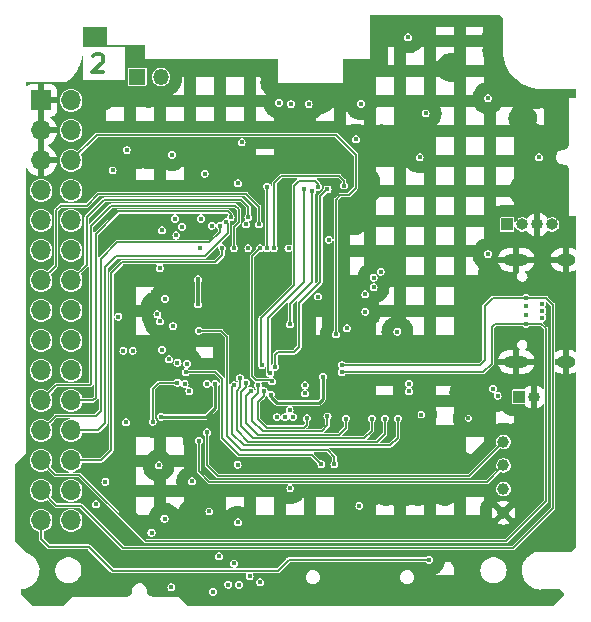
<source format=gbr>
%TF.GenerationSoftware,KiCad,Pcbnew,6.99.0-unknown-5a2f351f28~146~ubuntu20.04.1*%
%TF.CreationDate,2022-01-27T10:55:02+08:00*%
%TF.ProjectId,M5Pi,4d355069-2e6b-4696-9361-645f70636258,1.0*%
%TF.SameCoordinates,Original*%
%TF.FileFunction,Copper,L2,Inr*%
%TF.FilePolarity,Positive*%
%FSLAX46Y46*%
G04 Gerber Fmt 4.6, Leading zero omitted, Abs format (unit mm)*
G04 Created by KiCad (PCBNEW 6.99.0-unknown-5a2f351f28~146~ubuntu20.04.1) date 2022-01-27 10:55:02*
%MOMM*%
%LPD*%
G01*
G04 APERTURE LIST*
%ADD10C,0.300000*%
%TA.AperFunction,NonConductor*%
%ADD11C,0.300000*%
%TD*%
%TA.AperFunction,ComponentPad*%
%ADD12C,1.000000*%
%TD*%
%TA.AperFunction,ComponentPad*%
%ADD13R,1.000000X1.000000*%
%TD*%
%TA.AperFunction,ComponentPad*%
%ADD14O,1.000000X1.000000*%
%TD*%
%TA.AperFunction,ComponentPad*%
%ADD15R,1.700000X1.700000*%
%TD*%
%TA.AperFunction,ComponentPad*%
%ADD16O,1.700000X1.700000*%
%TD*%
%TA.AperFunction,ComponentPad*%
%ADD17O,2.100000X1.000000*%
%TD*%
%TA.AperFunction,ComponentPad*%
%ADD18O,1.600000X1.000000*%
%TD*%
%TA.AperFunction,ComponentPad*%
%ADD19R,1.350000X1.350000*%
%TD*%
%TA.AperFunction,ComponentPad*%
%ADD20O,1.350000X1.350000*%
%TD*%
%TA.AperFunction,ViaPad*%
%ADD21C,0.450000*%
%TD*%
%TA.AperFunction,ViaPad*%
%ADD22C,0.400000*%
%TD*%
%TA.AperFunction,Conductor*%
%ADD23C,0.200000*%
%TD*%
%TA.AperFunction,Conductor*%
%ADD24C,0.150000*%
%TD*%
%TA.AperFunction,Conductor*%
%ADD25C,0.250000*%
%TD*%
%TA.AperFunction,Conductor*%
%ADD26C,0.300000*%
%TD*%
G04 APERTURE END LIST*
D10*
D11*
X118734782Y-68122992D02*
X118806210Y-68051564D01*
X118806210Y-68051564D02*
X118949068Y-67980135D01*
X118949068Y-67980135D02*
X119306210Y-67980135D01*
X119306210Y-67980135D02*
X119449068Y-68051564D01*
X119449068Y-68051564D02*
X119520496Y-68122992D01*
X119520496Y-68122992D02*
X119591925Y-68265849D01*
X119591925Y-68265849D02*
X119591925Y-68408706D01*
X119591925Y-68408706D02*
X119520496Y-68622992D01*
X119520496Y-68622992D02*
X118663353Y-69480135D01*
X118663353Y-69480135D02*
X119591925Y-69480135D01*
D12*
%TO.N,GND*%
%TO.C,J11*%
X153463353Y-106801564D03*
%TO.N,+5V*%
X153463353Y-104801564D03*
%TO.N,/I2C1_SDA*%
X153463353Y-102801564D03*
%TO.N,/I2C1_SCL*%
X153463353Y-100801564D03*
%TD*%
D13*
%TO.N,/DP*%
%TO.C,J12*%
X153773352Y-82401563D03*
D14*
%TO.N,/DM*%
X155043352Y-82401563D03*
%TO.N,GND*%
X156313352Y-82401563D03*
%TO.N,+5V*%
X157583352Y-82401563D03*
%TD*%
D13*
%TO.N,/VBAT*%
%TO.C,J3*%
X154763352Y-96976563D03*
D14*
%TO.N,GND*%
X156033352Y-96976563D03*
%TD*%
D15*
%TO.N,GND*%
%TO.C,J2*%
X114313352Y-71901563D03*
D16*
%TO.N,/PD13*%
X116853352Y-71901563D03*
%TO.N,GND*%
X114313352Y-74441563D03*
%TO.N,/PD14*%
X116853352Y-74441563D03*
%TO.N,GND*%
X114313352Y-76981563D03*
%TO.N,/~{RESET}*%
X116853352Y-76981563D03*
%TO.N,/PD19*%
X114313352Y-79521563D03*
%TO.N,/PD12*%
X116853352Y-79521563D03*
%TO.N,/PD21*%
X114313352Y-82061563D03*
%TO.N,/PD18*%
X116853352Y-82061563D03*
%TO.N,/PD20*%
X114313352Y-84601563D03*
%TO.N,+3V3*%
X116853352Y-84601563D03*
%TO.N,/USART1_RX*%
X114313352Y-87141563D03*
%TO.N,/USART1_TX*%
X116853352Y-87141563D03*
%TO.N,/USART2_RX*%
X114313352Y-89681563D03*
%TO.N,/USART2_TX*%
X116853352Y-89681563D03*
%TO.N,/I2C2_SDA*%
X114313352Y-92221563D03*
%TO.N,/I2C2_SCL*%
X116853352Y-92221563D03*
%TO.N,/I2C1_SDA*%
X114313352Y-94761563D03*
%TO.N,/I2C1_SCL*%
X116853352Y-94761563D03*
%TO.N,/I2S_BCLK*%
X114313352Y-97301563D03*
%TO.N,/I2S_MCLK*%
X116853352Y-97301563D03*
%TO.N,/I2S_DOUT*%
X114313352Y-99841563D03*
%TO.N,/I2S_LRCK*%
X116853352Y-99841563D03*
%TO.N,/DM*%
X114313352Y-102381563D03*
%TO.N,/I2S_DIN*%
X116853352Y-102381563D03*
%TO.N,/DP*%
X114313352Y-104921563D03*
%TO.N,+5V*%
X116853352Y-104921563D03*
%TO.N,/AMP_HPL*%
X114313352Y-107461563D03*
%TO.N,/VBAT*%
X116853352Y-107461563D03*
%TD*%
D17*
%TO.N,GND*%
%TO.C,UART1*%
X154558352Y-94021563D03*
D18*
X158738352Y-94021563D03*
D17*
X154558352Y-85381563D03*
D18*
X158738352Y-85381563D03*
%TD*%
D19*
%TO.N,Net-(J6-Pin_1)*%
%TO.C,J6*%
X122463352Y-69901563D03*
D20*
%TO.N,Net-(J6-Pin_2)*%
X124463352Y-69901563D03*
%TD*%
D21*
%TO.N,+3V0*%
X144488353Y-91476564D03*
%TO.N,/SPI0_CS*%
X133700000Y-95000000D03*
X136563353Y-79401564D03*
%TO.N,/~{RESET}*%
X139263353Y-91701564D03*
X131963353Y-112201564D03*
%TO.N,/MPU_INIT*%
X125863353Y-95801564D03*
X123763353Y-99101564D03*
%TO.N,GND*%
X146200000Y-99700000D03*
X140200000Y-70100000D03*
X152900000Y-66300000D03*
X137400000Y-93000000D03*
X130800000Y-68700000D03*
X155100000Y-109800000D03*
X114800000Y-111900000D03*
X157800000Y-109600000D03*
X149000000Y-69100000D03*
X155600000Y-71300000D03*
X158700000Y-91400000D03*
X129900000Y-102700000D03*
X155100000Y-73400000D03*
X142500000Y-113600000D03*
X140300000Y-113600000D03*
X130900000Y-89550000D03*
X156300000Y-113800000D03*
X145200000Y-105000000D03*
X153900000Y-113800000D03*
X137400000Y-96000000D03*
X129800000Y-77800000D03*
X119600000Y-100900000D03*
X158700000Y-92900000D03*
X132600000Y-68700000D03*
X147200000Y-113600000D03*
X157800000Y-71400000D03*
X140800000Y-82100000D03*
X146200000Y-105000000D03*
X134100000Y-69800000D03*
X158600000Y-72800000D03*
X118400000Y-111200000D03*
X154500000Y-113000000D03*
X130300000Y-91400000D03*
X158700000Y-81100000D03*
X138800000Y-113600000D03*
X127800000Y-68700000D03*
X154800000Y-101000000D03*
X121300000Y-110900000D03*
X142400000Y-102400000D03*
X154900000Y-71000000D03*
X154800000Y-106000000D03*
X150100000Y-96600000D03*
X133000000Y-86300000D03*
X145000000Y-113600000D03*
X127100000Y-106900000D03*
X120700000Y-92200000D03*
X155700000Y-74900000D03*
X150100000Y-95500000D03*
X154800000Y-104400000D03*
X133200000Y-68700000D03*
X148400000Y-113600000D03*
X124000000Y-89300000D03*
X150100000Y-110500000D03*
X128700000Y-86300000D03*
X152500000Y-87400000D03*
X145200000Y-75800000D03*
X134000000Y-91300000D03*
X122900000Y-68100000D03*
X134600000Y-112400000D03*
X126000000Y-68700000D03*
X137400000Y-93700000D03*
X152500000Y-86600000D03*
X142500000Y-67400000D03*
X136400000Y-76900000D03*
X158700000Y-87600000D03*
X141900000Y-68600000D03*
X158600000Y-71400000D03*
X122400000Y-76500000D03*
X146100000Y-93700000D03*
X120900000Y-89200000D03*
X158700000Y-96500000D03*
X144400000Y-102400000D03*
X125600000Y-95100000D03*
X144400000Y-105000000D03*
X154500000Y-111500000D03*
X134100000Y-69200000D03*
X156300000Y-71400000D03*
X129800000Y-76400000D03*
X158700000Y-102600000D03*
X149800000Y-113600000D03*
X119800000Y-83800000D03*
X129000000Y-68700000D03*
X158700000Y-83200000D03*
X144700000Y-93700000D03*
X150600000Y-90000000D03*
X140200000Y-70700000D03*
X152900000Y-67700000D03*
X158700000Y-98900000D03*
X145900000Y-74200000D03*
X154500000Y-110600000D03*
X148500000Y-102400000D03*
X142500000Y-66800000D03*
X156800000Y-109600000D03*
X120900000Y-104500000D03*
X131000000Y-91400000D03*
X142500000Y-68000000D03*
X117000000Y-113300000D03*
X150100000Y-102900000D03*
X142500000Y-66200000D03*
X141500000Y-95700000D03*
X141300000Y-68600000D03*
X146700000Y-74200000D03*
X141100000Y-89300000D03*
X144100000Y-113600000D03*
X132000000Y-68700000D03*
X141800000Y-79500000D03*
X153000000Y-83900000D03*
X158700000Y-99700000D03*
X150600000Y-92400000D03*
X140700000Y-95700000D03*
X151800000Y-113600000D03*
X126900000Y-99400000D03*
X157100000Y-71400000D03*
X134100000Y-88300000D03*
X126600000Y-68700000D03*
X152900000Y-65600000D03*
X157100000Y-113800000D03*
X155800000Y-91400000D03*
X150600000Y-93400000D03*
X145200000Y-102400000D03*
X154800000Y-100300000D03*
X141100000Y-88200000D03*
X148500000Y-105000000D03*
X129100000Y-90950000D03*
X129800000Y-77100000D03*
X134500000Y-110500000D03*
X152500000Y-85700000D03*
X141200000Y-80400000D03*
X143500000Y-105000000D03*
X154800000Y-103600000D03*
X145900000Y-75800000D03*
X120700000Y-108000000D03*
X119600000Y-100200000D03*
X140200000Y-69500000D03*
X158700000Y-95700000D03*
X127800000Y-96900000D03*
X122700000Y-93300000D03*
X138400000Y-76900000D03*
X129600000Y-68700000D03*
X158700000Y-105700000D03*
X158700000Y-104900000D03*
X139000000Y-95700000D03*
X154300000Y-70500000D03*
X146600000Y-113600000D03*
X116100000Y-113300000D03*
X158700000Y-88300000D03*
X158700000Y-98100000D03*
X137400000Y-76900000D03*
X158700000Y-90700000D03*
X152500000Y-113600000D03*
X131200000Y-110700000D03*
X133800000Y-68700000D03*
X119500000Y-71500000D03*
X156000000Y-109600000D03*
X142500000Y-65000000D03*
X158700000Y-86900000D03*
X155600000Y-113800000D03*
X150600000Y-89200000D03*
X132500000Y-78900000D03*
X150600000Y-91600000D03*
X114400000Y-113700000D03*
X131300000Y-77100000D03*
X124500000Y-76500000D03*
X115200000Y-113700000D03*
X142400000Y-105000000D03*
X154800000Y-105200000D03*
X155100000Y-79500000D03*
X142500000Y-68600000D03*
X158700000Y-92100000D03*
X158700000Y-89900000D03*
X118400000Y-112700000D03*
X142500000Y-65600000D03*
X140200000Y-80500000D03*
X140700000Y-68600000D03*
X138000000Y-71800000D03*
X158700000Y-81800000D03*
X157900000Y-113800000D03*
X122900000Y-67500000D03*
X123800000Y-110900000D03*
X139500000Y-113600000D03*
X141800000Y-113600000D03*
X140000000Y-82100000D03*
X123500000Y-76500000D03*
X114800000Y-111200000D03*
X131700000Y-89550000D03*
X117800000Y-113300000D03*
X143150000Y-75150000D03*
X145400000Y-98800000D03*
X148800000Y-100900000D03*
X131300000Y-76400000D03*
X129100000Y-100100000D03*
X125400000Y-68700000D03*
X135800000Y-113600000D03*
X158700000Y-108100000D03*
X158700000Y-100400000D03*
X143300000Y-113600000D03*
X158700000Y-83900000D03*
X135000000Y-80200000D03*
X158700000Y-82500000D03*
X151200000Y-113600000D03*
X133000000Y-88300000D03*
X152900000Y-67000000D03*
X154500000Y-112300000D03*
X130200000Y-68700000D03*
X158700000Y-97300000D03*
X145900000Y-113600000D03*
X140200000Y-68900000D03*
X131400000Y-68700000D03*
X158700000Y-101100000D03*
X120700000Y-93300000D03*
X158700000Y-108900000D03*
X158700000Y-106600000D03*
X158700000Y-101800000D03*
X158700000Y-103300000D03*
X129900000Y-101700000D03*
X128500000Y-88650000D03*
X113600000Y-113700000D03*
X150600000Y-90800000D03*
X141000000Y-113600000D03*
X158700000Y-104100000D03*
X130000000Y-110800000D03*
X141800000Y-78700000D03*
X122900000Y-68700000D03*
X149100000Y-113600000D03*
X138000000Y-113600000D03*
X114800000Y-110300000D03*
X145900000Y-75000000D03*
X119500000Y-70800000D03*
X130700000Y-86300000D03*
X130700000Y-85300000D03*
X133000000Y-85600000D03*
X134100000Y-70400000D03*
X131650000Y-88150000D03*
X154800000Y-101800000D03*
X123400000Y-71300000D03*
X123600000Y-68700000D03*
X134900000Y-82100000D03*
X130050000Y-89550000D03*
X121200000Y-86900000D03*
X128400000Y-68700000D03*
X158700000Y-109600000D03*
X158700000Y-107400000D03*
X124200000Y-68700000D03*
X150500000Y-113600000D03*
X114800000Y-112700000D03*
X139600000Y-70700000D03*
X124800000Y-68700000D03*
X134100000Y-85600000D03*
X139900000Y-95700000D03*
X137300000Y-113600000D03*
X147800000Y-113600000D03*
X138700000Y-86500000D03*
X136600000Y-113600000D03*
X154800000Y-102700000D03*
X129700000Y-86300000D03*
X155700000Y-78600000D03*
X127200000Y-68700000D03*
X143500000Y-102400000D03*
X134100000Y-86300000D03*
X118400000Y-111900000D03*
X158700000Y-89100000D03*
X146200000Y-102400000D03*
X138500000Y-88150000D03*
%TO.N,+3V3*%
X132863353Y-112701564D03*
X129063353Y-95901564D03*
X136963353Y-72201564D03*
X145403353Y-66561564D03*
D22*
X150500000Y-98800000D03*
D21*
X140963353Y-75201564D03*
X133763353Y-96801564D03*
X124483353Y-98681564D03*
X137750000Y-88500000D03*
X141763353Y-88301564D03*
X141263353Y-106201564D03*
X128863353Y-113501564D03*
X129363353Y-110501564D03*
X134463353Y-72086647D03*
X141763353Y-89801564D03*
X120863353Y-90201564D03*
X138163353Y-95301564D03*
X121513353Y-99151564D03*
X131293353Y-75431564D03*
D22*
X146500000Y-98500000D03*
D21*
X141400000Y-72200000D03*
%TO.N,+2V5*%
X146363353Y-76701564D03*
X127613353Y-89151564D03*
X127613353Y-87051564D03*
X142463353Y-86901564D03*
%TO.N,+1V1*%
X125663353Y-81901564D03*
X130963353Y-78901564D03*
X124800000Y-88700000D03*
X140195853Y-91201564D03*
X143063353Y-86401564D03*
%TO.N,/USART1_RX*%
X132763353Y-82401564D03*
%TO.N,/USART1_TX*%
X131863353Y-81801564D03*
%TO.N,/SD_D2*%
X130663353Y-96001564D03*
X144513353Y-98851564D03*
%TO.N,/SD_D3*%
X131163353Y-95401564D03*
X143413353Y-98851564D03*
%TO.N,/SD_CMD*%
X131663353Y-95801564D03*
X142313353Y-98851564D03*
%TO.N,/SD_CLK*%
X140113353Y-98851564D03*
X132063353Y-96501564D03*
%TO.N,/SD_D0*%
X138563353Y-98650000D03*
X132663353Y-96001564D03*
%TO.N,/SD_D1*%
X136813353Y-98801564D03*
X133163353Y-96501564D03*
%TO.N,/I2C1_SCL*%
X128363353Y-100001564D03*
X131663353Y-82401564D03*
%TO.N,/I2C1_SDA*%
X131863353Y-84401564D03*
X127663353Y-100701564D03*
%TO.N,/I2C0_SDA*%
X136663353Y-96001564D03*
X124163353Y-90001564D03*
X121283353Y-93081564D03*
%TO.N,/I2C0_SCL*%
X136663353Y-96701564D03*
X122063353Y-93101564D03*
X124363353Y-90601564D03*
%TO.N,/SPI1_MISO*%
X134263353Y-98701564D03*
%TO.N,/DM*%
X155363353Y-90801564D03*
X139763353Y-94901564D03*
%TO.N,/DP*%
X155363353Y-88601564D03*
X139763353Y-94301564D03*
%TO.N,/SPI1_CLK*%
X134963353Y-98701564D03*
%TO.N,/SPI1_MOSI*%
X135363353Y-98101564D03*
%TO.N,/SPI1_CS*%
X135663353Y-98701564D03*
%TO.N,/USART0_TX*%
X126863353Y-96501564D03*
X145463353Y-96501564D03*
%TO.N,/UASRT0_RX*%
X128363353Y-95901564D03*
X145463353Y-95901564D03*
%TO.N,/SPI0_CLK*%
X133002853Y-94300000D03*
X137763353Y-79201564D03*
%TO.N,+5V*%
X146863353Y-73001564D03*
X152163353Y-84901564D03*
X128163353Y-78101564D03*
X152163353Y-71701564D03*
X127113353Y-104151564D03*
%TO.N,/SPI0_MISO*%
X134150000Y-94450000D03*
X138563353Y-79401564D03*
%TO.N,/SPI0_MOSI*%
X137263353Y-79601564D03*
X135400000Y-90850000D03*
%TO.N,+5VD*%
X119763353Y-104201564D03*
%TO.N,/D+*%
X152963353Y-96901564D03*
X155363353Y-90101564D03*
%TO.N,/D-*%
X155363353Y-89301564D03*
X152563353Y-96301564D03*
%TO.N,/AMP_HPR*%
X120363353Y-77801564D03*
X138663353Y-83701564D03*
%TO.N,/I2C2_SDA*%
X125763353Y-83301564D03*
%TO.N,/I2C2_SCL*%
X126263353Y-82601564D03*
%TO.N,/LCD_~{RESET}*%
X126663353Y-94201564D03*
%TO.N,Net-(J6-Pin_1)*%
X121563353Y-76101564D03*
%TO.N,Net-(J6-Pin_2)*%
X125383353Y-76501564D03*
%TO.N,/STATUS_LED*%
X130663353Y-111101564D03*
X126463353Y-95901564D03*
%TO.N,/WIFI_RESET*%
X135463353Y-72201564D03*
X133463353Y-79201564D03*
X133463353Y-84401564D03*
%TO.N,/WIFI_INT*%
X134063353Y-84401564D03*
X139963353Y-79101564D03*
%TO.N,/USART2_RX*%
X125163353Y-93801564D03*
%TO.N,/USART2_TX*%
X125863353Y-94101564D03*
%TO.N,/PD13*%
X128763353Y-82501564D03*
%TO.N,/LCD_D{slash}C*%
X138050000Y-102700000D03*
X126563353Y-94901564D03*
D22*
X135400000Y-104750000D03*
D21*
%TO.N,/LCD_BL*%
X139150000Y-102700000D03*
X127663353Y-91401564D03*
%TO.N,/TOUCH_INT*%
X133850000Y-95690500D03*
X132863353Y-84401564D03*
%TO.N,/PD21*%
X124363353Y-86101564D03*
%TO.N,/PD12*%
X127763353Y-84401564D03*
%TO.N,/PD14*%
X127863353Y-81901564D03*
%TO.N,/PD19*%
X124563353Y-82901564D03*
%TO.N,/I2S_BCLK*%
X130663353Y-84401564D03*
%TO.N,/I2S_DOUT*%
X129463353Y-82501564D03*
%TO.N,/I2S_LRCK*%
X129963353Y-82201564D03*
%TO.N,/I2S_MCLK*%
X130363353Y-81801564D03*
%TO.N,/I2S_DIN*%
X129663353Y-84401564D03*
%TO.N,/AMP_HPL*%
X135263353Y-84401564D03*
X147163353Y-110801564D03*
%TO.N,/VBAT*%
X128563353Y-106701564D03*
X118963353Y-106101564D03*
%TO.N,Net-(D2-K)*%
X124763353Y-107301564D03*
X124263353Y-102801564D03*
%TO.N,Net-(D4-A)*%
X130963353Y-107601564D03*
X123663353Y-108501564D03*
X130950000Y-102750000D03*
%TO.N,VBUS*%
X156763353Y-89101564D03*
X156763353Y-90301564D03*
X156763353Y-89701564D03*
%TO.N,Net-(JP1-C)*%
X125350353Y-113114564D03*
X131063353Y-112901564D03*
%TO.N,/KEY1*%
X142463353Y-87701564D03*
X156463353Y-76701564D03*
X125463353Y-91001564D03*
%TO.N,/KEY2*%
X124563353Y-93001564D03*
X130163353Y-112901564D03*
%TD*%
D23*
%TO.N,/SPI0_CS*%
X133565489Y-90284511D02*
X136563353Y-87286647D01*
X133565489Y-94865489D02*
X133565489Y-90284511D01*
X133700000Y-95000000D02*
X133565489Y-94865489D01*
X136563353Y-87286647D02*
X136563353Y-79401564D01*
D24*
%TO.N,/~{RESET}*%
X119048436Y-74801564D02*
X116868436Y-76981564D01*
X139263353Y-91701564D02*
X139263353Y-80301564D01*
X139263353Y-74801564D02*
X119048436Y-74801564D01*
X140963353Y-76501564D02*
X139263353Y-74801564D01*
X139263353Y-80301564D02*
X139663353Y-79901564D01*
X140963353Y-79301564D02*
X140963353Y-76501564D01*
X116868436Y-76981564D02*
X116853353Y-76981564D01*
X139663353Y-79901564D02*
X140363353Y-79901564D01*
X140363353Y-79901564D02*
X140963353Y-79301564D01*
%TO.N,/MPU_INIT*%
X123763353Y-96301564D02*
X124263353Y-95801564D01*
X124263353Y-95801564D02*
X125863353Y-95801564D01*
X123763353Y-99101564D02*
X123763353Y-96301564D01*
D25*
%TO.N,+3V3*%
X129063353Y-95901564D02*
X129063353Y-97901564D01*
X133763353Y-96801564D02*
X133763353Y-97001564D01*
X133763353Y-97001564D02*
X134263353Y-97501564D01*
X128283353Y-98681564D02*
X124483353Y-98681564D01*
X138163353Y-97201564D02*
X138163353Y-95301564D01*
X129063353Y-97901564D02*
X128283353Y-98681564D01*
X137863353Y-97501564D02*
X138163353Y-97201564D01*
X134263353Y-97501564D02*
X137863353Y-97501564D01*
D26*
%TO.N,+2V5*%
X127613353Y-87051564D02*
X127613353Y-89151564D01*
D24*
%TO.N,/USART1_RX*%
X115563353Y-81201564D02*
X115563353Y-85901564D01*
X119163353Y-79801564D02*
X118163353Y-80801564D01*
X132763353Y-82401564D02*
X132763353Y-80901564D01*
X115963353Y-80801564D02*
X115563353Y-81201564D01*
X114323353Y-87141564D02*
X114313353Y-87141564D01*
X132763353Y-80901564D02*
X131663353Y-79801564D01*
X115563353Y-85901564D02*
X114323353Y-87141564D01*
X118163353Y-80801564D02*
X115963353Y-80801564D01*
X131663353Y-79801564D02*
X119163353Y-79801564D01*
%TO.N,/USART1_TX*%
X131863353Y-81801564D02*
X131863353Y-80901564D01*
X118163353Y-85831564D02*
X116853353Y-87141564D01*
X118163353Y-81801564D02*
X118163353Y-85831564D01*
X131863353Y-80901564D02*
X131263353Y-80301564D01*
X131263353Y-80301564D02*
X119663353Y-80301564D01*
X119663353Y-80301564D02*
X118163353Y-81801564D01*
%TO.N,/SD_D2*%
X144513353Y-100451564D02*
X144513353Y-98851564D01*
X143863353Y-101101564D02*
X144513353Y-100451564D01*
X130663353Y-96001564D02*
X130463353Y-96201564D01*
X130463353Y-96201564D02*
X130463353Y-100101564D01*
X131463353Y-101101564D02*
X143863353Y-101101564D01*
X130463353Y-100101564D02*
X131463353Y-101101564D01*
%TO.N,/SD_D3*%
X131163353Y-95401564D02*
X131163353Y-96201564D01*
X130863353Y-99801564D02*
X131863353Y-100801564D01*
X131163353Y-96201564D02*
X130863353Y-96501564D01*
X143413353Y-100151564D02*
X143413353Y-98851564D01*
X130863353Y-96501564D02*
X130863353Y-99801564D01*
X131863353Y-100801564D02*
X142763353Y-100801564D01*
X142763353Y-100801564D02*
X143413353Y-100151564D01*
%TO.N,/SD_CMD*%
X132263353Y-100501564D02*
X141663353Y-100501564D01*
X131263353Y-99501564D02*
X132263353Y-100501564D01*
X131663353Y-95801564D02*
X131663353Y-96201564D01*
X131663353Y-96201564D02*
X131263353Y-96601564D01*
X131263353Y-96601564D02*
X131263353Y-99501564D01*
X141663353Y-100501564D02*
X142313353Y-99851564D01*
X142313353Y-99851564D02*
X142313353Y-98851564D01*
%TO.N,/SD_CLK*%
X131663353Y-99201564D02*
X132663353Y-100201564D01*
X139563353Y-100201564D02*
X140113353Y-99651564D01*
X131663353Y-96901564D02*
X131663353Y-99201564D01*
X132663353Y-100201564D02*
X139563353Y-100201564D01*
X132063353Y-96501564D02*
X131663353Y-96901564D01*
X140113353Y-99651564D02*
X140113353Y-98851564D01*
%TO.N,/SD_D0*%
X138563353Y-98650000D02*
X138563353Y-99401564D01*
X133063353Y-99901564D02*
X132163353Y-99001564D01*
X138563353Y-99401564D02*
X138063353Y-99901564D01*
X132163353Y-97201564D02*
X132663353Y-96701564D01*
X132163353Y-99001564D02*
X132163353Y-97201564D01*
X132663353Y-96701564D02*
X132663353Y-96001564D01*
X138063353Y-99901564D02*
X133063353Y-99901564D01*
%TO.N,/SD_D1*%
X136563353Y-99601564D02*
X136813353Y-99351564D01*
X132663353Y-97401564D02*
X132663353Y-98851564D01*
X136813353Y-99351564D02*
X136813353Y-98801564D01*
X133413353Y-99601564D02*
X136563353Y-99601564D01*
X132663353Y-98851564D02*
X133413353Y-99601564D01*
X133163353Y-96901564D02*
X132663353Y-97401564D01*
X133163353Y-96501564D02*
X133163353Y-96901564D01*
%TO.N,/I2C1_SCL*%
X128363353Y-102801564D02*
X129263353Y-103701564D01*
X150563353Y-103701564D02*
X153463353Y-100801564D01*
X128363353Y-100001564D02*
X128363353Y-102801564D01*
X129263353Y-103701564D02*
X150563353Y-103701564D01*
%TO.N,/I2C1_SDA*%
X127663353Y-100701564D02*
X127663353Y-103301564D01*
X152063353Y-104201564D02*
X153463353Y-102801564D01*
X128563353Y-104201564D02*
X152063353Y-104201564D01*
X127663353Y-103301564D02*
X128563353Y-104201564D01*
%TO.N,/DM*%
X157063353Y-91201564D02*
X157063353Y-105801564D01*
X155363353Y-90801564D02*
X156663353Y-90801564D01*
X151763353Y-94901564D02*
X152463353Y-94201564D01*
X152763353Y-90801564D02*
X155363353Y-90801564D01*
X139763353Y-94901564D02*
X151763353Y-94901564D01*
X152463353Y-94201564D02*
X152463353Y-91101564D01*
X117563353Y-103601564D02*
X115533353Y-103601564D01*
X123163353Y-109201564D02*
X117563353Y-103601564D01*
X115533353Y-103601564D02*
X114313353Y-102381564D01*
X157063353Y-105801564D02*
X153663353Y-109201564D01*
X156663353Y-90801564D02*
X157063353Y-91201564D01*
X153663353Y-109201564D02*
X123163353Y-109201564D01*
X152463353Y-91101564D02*
X152763353Y-90801564D01*
%TO.N,/DP*%
X151863353Y-89301564D02*
X152563353Y-88601564D01*
X117663353Y-106201564D02*
X115607459Y-106201564D01*
X155363353Y-88601564D02*
X157063353Y-88601564D01*
X114327459Y-104921564D02*
X114313353Y-104921564D01*
X157663353Y-89201564D02*
X157663353Y-106401564D01*
X151463353Y-94301564D02*
X151863353Y-93901564D01*
X115607459Y-106201564D02*
X114327459Y-104921564D01*
X157663353Y-106401564D02*
X154263353Y-109801564D01*
X151863353Y-93901564D02*
X151863353Y-89301564D01*
X139763353Y-94301564D02*
X151463353Y-94301564D01*
X157063353Y-88601564D02*
X157663353Y-89201564D01*
X121263353Y-109801564D02*
X117663353Y-106201564D01*
X154263353Y-109801564D02*
X121263353Y-109801564D01*
X152563353Y-88601564D02*
X155363353Y-88601564D01*
D23*
%TO.N,/SPI0_CLK*%
X135763353Y-87501564D02*
X135763353Y-79101564D01*
X133002853Y-94300000D02*
X132928842Y-94225989D01*
X137763353Y-79001564D02*
X137763353Y-79201564D01*
X137463353Y-78701564D02*
X137763353Y-79001564D01*
X135763353Y-79101564D02*
X136163353Y-78701564D01*
X132928842Y-90336075D02*
X135763353Y-87501564D01*
X136163353Y-78701564D02*
X137463353Y-78701564D01*
X132928842Y-94225989D02*
X132928842Y-90336075D01*
%TO.N,/SPI0_MISO*%
X135763353Y-93201564D02*
X136163353Y-92801564D01*
X137963353Y-87236647D02*
X137963353Y-80001564D01*
X134363353Y-93201564D02*
X135763353Y-93201564D01*
X134150000Y-94450000D02*
X134150000Y-93414917D01*
X136163353Y-89036647D02*
X137963353Y-87236647D01*
X134150000Y-93414917D02*
X134363353Y-93201564D01*
X136163353Y-92801564D02*
X136163353Y-89036647D01*
X137963353Y-80001564D02*
X138563353Y-79401564D01*
%TO.N,/SPI0_MOSI*%
X135400000Y-89100000D02*
X137263353Y-87236647D01*
X135400000Y-90850000D02*
X135400000Y-89100000D01*
X137263353Y-87236647D02*
X137263353Y-79601564D01*
D24*
%TO.N,/WIFI_RESET*%
X133463353Y-84401564D02*
X133463353Y-79201564D01*
%TO.N,/WIFI_INT*%
X134663353Y-78301564D02*
X139563353Y-78301564D01*
X139963353Y-78701564D02*
X139963353Y-79101564D01*
X134063353Y-78901564D02*
X134663353Y-78301564D01*
X139563353Y-78301564D02*
X139963353Y-78701564D01*
X134063353Y-84401564D02*
X134063353Y-78901564D01*
%TO.N,/LCD_D{slash}C*%
X137251564Y-101901564D02*
X131063353Y-101901564D01*
X129063353Y-94901564D02*
X126563353Y-94901564D01*
X129663353Y-95501564D02*
X129063353Y-94901564D01*
X129663353Y-100501564D02*
X129663353Y-95501564D01*
X131063353Y-101901564D02*
X129663353Y-100501564D01*
X138050000Y-102700000D02*
X137251564Y-101901564D01*
%TO.N,/LCD_BL*%
X130063353Y-100301564D02*
X130063353Y-91901564D01*
X130063353Y-91901564D02*
X129563353Y-91401564D01*
X131263353Y-101501564D02*
X130063353Y-100301564D01*
X129563353Y-91401564D02*
X127663353Y-91401564D01*
X139150000Y-102700000D02*
X139150000Y-102050000D01*
X138601564Y-101501564D02*
X131263353Y-101501564D01*
X139150000Y-102050000D02*
X138601564Y-101501564D01*
%TO.N,/TOUCH_INT*%
X132163353Y-95263353D02*
X132163353Y-85101564D01*
X132492053Y-95592053D02*
X132163353Y-95263353D01*
X132163353Y-85101564D02*
X132863353Y-84401564D01*
X133850000Y-95690500D02*
X133751553Y-95592053D01*
X133751553Y-95592053D02*
X132492053Y-95592053D01*
%TO.N,/I2S_BCLK*%
X118563353Y-95901564D02*
X118463353Y-96001564D01*
X120263353Y-80801564D02*
X118563353Y-82501564D01*
X131063353Y-82201564D02*
X131063353Y-81101564D01*
X130663353Y-84401564D02*
X130663353Y-82601564D01*
X118463353Y-96001564D02*
X115613353Y-96001564D01*
X115613353Y-96001564D02*
X114313353Y-97301564D01*
X130763353Y-80801564D02*
X120263353Y-80801564D01*
X131063353Y-81101564D02*
X130763353Y-80801564D01*
X130663353Y-82601564D02*
X131063353Y-82201564D01*
X118563353Y-82501564D02*
X118563353Y-95901564D01*
%TO.N,/I2S_DOUT*%
X120763353Y-83901564D02*
X119363353Y-85301564D01*
X129463353Y-83001564D02*
X128563353Y-83901564D01*
X118963353Y-98601564D02*
X115553353Y-98601564D01*
X119363353Y-85301564D02*
X119363353Y-98201564D01*
X128563353Y-83901564D02*
X120763353Y-83901564D01*
X129463353Y-82501564D02*
X129463353Y-83001564D01*
X115553353Y-98601564D02*
X114313353Y-99841564D01*
X119363353Y-98201564D02*
X118963353Y-98601564D01*
%TO.N,/I2S_LRCK*%
X129963353Y-82201564D02*
X130163353Y-82401564D01*
X119123353Y-99841564D02*
X116853353Y-99841564D01*
X130163353Y-83151564D02*
X128213353Y-85101564D01*
X119763353Y-99201564D02*
X119123353Y-99841564D01*
X120663353Y-85101564D02*
X119763353Y-86001564D01*
X119763353Y-86001564D02*
X119763353Y-99201564D01*
X130163353Y-82401564D02*
X130163353Y-83151564D01*
X128213353Y-85101564D02*
X120663353Y-85101564D01*
%TO.N,/I2S_MCLK*%
X130363353Y-81501564D02*
X130163353Y-81301564D01*
X130163353Y-81301564D02*
X120863353Y-81301564D01*
X118963353Y-97051564D02*
X118713353Y-97301564D01*
X120863353Y-81301564D02*
X118963353Y-83201564D01*
X118963353Y-83201564D02*
X118963353Y-97051564D01*
X118713353Y-97301564D02*
X116853353Y-97301564D01*
X130363353Y-81801564D02*
X130363353Y-81501564D01*
%TO.N,/I2S_DIN*%
X120263353Y-86501564D02*
X120263353Y-101501564D01*
X121163353Y-85601564D02*
X120263353Y-86501564D01*
X119383353Y-102381564D02*
X116853353Y-102381564D01*
X129663353Y-85001564D02*
X129063353Y-85601564D01*
X120263353Y-101501564D02*
X119383353Y-102381564D01*
X129063353Y-85601564D02*
X121163353Y-85601564D01*
X129663353Y-84401564D02*
X129663353Y-85001564D01*
D23*
%TO.N,/AMP_HPL*%
X114963353Y-109701564D02*
X118363353Y-109701564D01*
X134363353Y-111701564D02*
X135263353Y-110801564D01*
X147163353Y-110801564D02*
X135263353Y-110801564D01*
X114313353Y-109051564D02*
X114963353Y-109701564D01*
X114313353Y-107461564D02*
X114313353Y-109051564D01*
X118363353Y-109701564D02*
X120363353Y-111701564D01*
X120363353Y-111701564D02*
X134363353Y-111701564D01*
%TD*%
%TA.AperFunction,Conductor*%
%TO.N,GND*%
G36*
X153243390Y-64717207D02*
G01*
X153413464Y-64888138D01*
X153427729Y-64922699D01*
X153427729Y-67693577D01*
X153426121Y-67702270D01*
X153423333Y-67702272D01*
X153441133Y-68037189D01*
X153493810Y-68368417D01*
X153580786Y-68692333D01*
X153581241Y-68693517D01*
X153581244Y-68693526D01*
X153629736Y-68819691D01*
X153701111Y-69005396D01*
X153853469Y-69304183D01*
X153854166Y-69305256D01*
X153854169Y-69305261D01*
X153963654Y-69473774D01*
X154036195Y-69585426D01*
X154247291Y-69846051D01*
X154484447Y-70083207D01*
X154745072Y-70294303D01*
X154775644Y-70314166D01*
X155025237Y-70476329D01*
X155025242Y-70476332D01*
X155026315Y-70477029D01*
X155325102Y-70629387D01*
X155421403Y-70666400D01*
X155636972Y-70749254D01*
X155636981Y-70749257D01*
X155638165Y-70749712D01*
X155962081Y-70836688D01*
X155963347Y-70836889D01*
X155963350Y-70836890D01*
X156089022Y-70856876D01*
X156293309Y-70889365D01*
X156294582Y-70889433D01*
X156294585Y-70889433D01*
X156618492Y-70906648D01*
X156618493Y-70906648D01*
X156628226Y-70907165D01*
X156628228Y-70904422D01*
X156637873Y-70902769D01*
X159578730Y-70902769D01*
X159613378Y-70917121D01*
X159627730Y-70951769D01*
X159627730Y-71652768D01*
X159613378Y-71687416D01*
X159578730Y-71701768D01*
X159028330Y-71701768D01*
X159028231Y-71701727D01*
X159028132Y-71701768D01*
X159027848Y-71701885D01*
X159027690Y-71702268D01*
X159027731Y-71702367D01*
X159027731Y-75539534D01*
X159027428Y-75544979D01*
X159024835Y-75568171D01*
X159024724Y-75569080D01*
X159013710Y-75653302D01*
X159012115Y-75665495D01*
X159009789Y-75675297D01*
X158994159Y-75720050D01*
X158993186Y-75722604D01*
X158974797Y-75767064D01*
X158965654Y-75789169D01*
X158961871Y-75796498D01*
X158934353Y-75840321D01*
X158931741Y-75844079D01*
X158905097Y-75878813D01*
X158890342Y-75898049D01*
X158886112Y-75902874D01*
X158848840Y-75940147D01*
X158844023Y-75944371D01*
X158790025Y-75985790D01*
X158786271Y-75988399D01*
X158742465Y-76015906D01*
X158735136Y-76019689D01*
X158668576Y-76047219D01*
X158666010Y-76048197D01*
X158621256Y-76063828D01*
X158611458Y-76066152D01*
X158578338Y-76070484D01*
X158515041Y-76078762D01*
X158514131Y-76078873D01*
X158500168Y-76080434D01*
X158488226Y-76078751D01*
X158488225Y-76078028D01*
X158418986Y-76085897D01*
X158358773Y-76092739D01*
X158358769Y-76092740D01*
X158356049Y-76093049D01*
X158230515Y-76137065D01*
X158223723Y-76141336D01*
X158120227Y-76206413D01*
X158120224Y-76206415D01*
X158117901Y-76207876D01*
X158023837Y-76301940D01*
X158022376Y-76304263D01*
X158022374Y-76304266D01*
X158003135Y-76334863D01*
X157953026Y-76414554D01*
X157909010Y-76540088D01*
X157908701Y-76542808D01*
X157908700Y-76542812D01*
X157901248Y-76608392D01*
X157893989Y-76672264D01*
X157896829Y-76672268D01*
X157897730Y-76678672D01*
X157897730Y-76692831D01*
X157895863Y-76702273D01*
X157893796Y-76702278D01*
X157894554Y-76708892D01*
X157894554Y-76708893D01*
X157896206Y-76723302D01*
X157909708Y-76841112D01*
X157956030Y-76972954D01*
X158030453Y-77091230D01*
X158129267Y-77190044D01*
X158247543Y-77264467D01*
X158250125Y-77265374D01*
X158376797Y-77309880D01*
X158376799Y-77309881D01*
X158379385Y-77310789D01*
X158382112Y-77311102D01*
X158382114Y-77311102D01*
X158469504Y-77321118D01*
X158518219Y-77326701D01*
X158518226Y-77323756D01*
X158525279Y-77322767D01*
X158605022Y-77322767D01*
X158611413Y-77323186D01*
X158626297Y-77325144D01*
X158627567Y-77325328D01*
X158720473Y-77340034D01*
X158731560Y-77343160D01*
X158767988Y-77358246D01*
X158771440Y-77359837D01*
X158831822Y-77390599D01*
X158839392Y-77395376D01*
X158873943Y-77421888D01*
X158878762Y-77426114D01*
X158924384Y-77471736D01*
X158928610Y-77476555D01*
X158955122Y-77511106D01*
X158959899Y-77518676D01*
X158990661Y-77579058D01*
X158992252Y-77582510D01*
X159007338Y-77618938D01*
X159010464Y-77630025D01*
X159025170Y-77722931D01*
X159025354Y-77724201D01*
X159027312Y-77739085D01*
X159027731Y-77745476D01*
X159027731Y-81702169D01*
X159027690Y-81702268D01*
X159027731Y-81702367D01*
X159027848Y-81702651D01*
X159028231Y-81702809D01*
X159028330Y-81702768D01*
X159578730Y-81702768D01*
X159613378Y-81717120D01*
X159627730Y-81751768D01*
X159627730Y-84471883D01*
X159613378Y-84506531D01*
X159578730Y-84520883D01*
X159555632Y-84515097D01*
X159428094Y-84446926D01*
X159423654Y-84445087D01*
X159238257Y-84388847D01*
X159233564Y-84387913D01*
X159089070Y-84373682D01*
X159086667Y-84373564D01*
X159002100Y-84373564D01*
X158995208Y-84376419D01*
X158992353Y-84383311D01*
X158992353Y-86379817D01*
X158995208Y-86386709D01*
X159002100Y-86389564D01*
X159086667Y-86389564D01*
X159089070Y-86389446D01*
X159233564Y-86375215D01*
X159238257Y-86374281D01*
X159423654Y-86318041D01*
X159428094Y-86316202D01*
X159555632Y-86248031D01*
X159592954Y-86244355D01*
X159621944Y-86268147D01*
X159627730Y-86291245D01*
X159627730Y-93111883D01*
X159613378Y-93146531D01*
X159578730Y-93160883D01*
X159555632Y-93155097D01*
X159428094Y-93086926D01*
X159423654Y-93085087D01*
X159238257Y-93028847D01*
X159233564Y-93027913D01*
X159089070Y-93013682D01*
X159086667Y-93013564D01*
X159002100Y-93013564D01*
X158995208Y-93016419D01*
X158992353Y-93023311D01*
X158992353Y-95019817D01*
X158995208Y-95026709D01*
X159002100Y-95029564D01*
X159086667Y-95029564D01*
X159089070Y-95029446D01*
X159233564Y-95015215D01*
X159238257Y-95014281D01*
X159423654Y-94958041D01*
X159428094Y-94956202D01*
X159555632Y-94888031D01*
X159592954Y-94884355D01*
X159621944Y-94908147D01*
X159627730Y-94931245D01*
X159627730Y-98702267D01*
X159627689Y-98702366D01*
X159627730Y-98702465D01*
X159627730Y-109681765D01*
X159613378Y-109716413D01*
X159242372Y-110087416D01*
X159207724Y-110101768D01*
X156636297Y-110101768D01*
X156628233Y-110100320D01*
X156628233Y-110097280D01*
X156477978Y-110108540D01*
X156390848Y-110115069D01*
X156390846Y-110115069D01*
X156389022Y-110115206D01*
X156387235Y-110115614D01*
X156387234Y-110115614D01*
X156156940Y-110168177D01*
X156156936Y-110168178D01*
X156155154Y-110168585D01*
X155931855Y-110256223D01*
X155930271Y-110257138D01*
X155930268Y-110257139D01*
X155890973Y-110279826D01*
X155724111Y-110376164D01*
X155536563Y-110525727D01*
X155535313Y-110527074D01*
X155535310Y-110527077D01*
X155484395Y-110581951D01*
X155373402Y-110701573D01*
X155337942Y-110753583D01*
X155239305Y-110898256D01*
X155239302Y-110898262D01*
X155238272Y-110899772D01*
X155237473Y-110901430D01*
X155237473Y-110901431D01*
X155231486Y-110913863D01*
X155134191Y-111115898D01*
X155133649Y-111117657D01*
X155133648Y-111117658D01*
X155128115Y-111135597D01*
X155063484Y-111345123D01*
X155027731Y-111582325D01*
X155027731Y-111822207D01*
X155063483Y-112059409D01*
X155081063Y-112116402D01*
X155133571Y-112286629D01*
X155134189Y-112288634D01*
X155172184Y-112367531D01*
X155236949Y-112502016D01*
X155238270Y-112504760D01*
X155239300Y-112506270D01*
X155239303Y-112506276D01*
X155283731Y-112571439D01*
X155373400Y-112702960D01*
X155449564Y-112785046D01*
X155535113Y-112877246D01*
X155536560Y-112878806D01*
X155724107Y-113028370D01*
X155859628Y-113106613D01*
X155923288Y-113143367D01*
X155931851Y-113148311D01*
X156155151Y-113235950D01*
X156156933Y-113236357D01*
X156156937Y-113236358D01*
X156387230Y-113288921D01*
X156389018Y-113289329D01*
X156390842Y-113289466D01*
X156390844Y-113289466D01*
X156618509Y-113306528D01*
X156618510Y-113306528D01*
X156628229Y-113307256D01*
X156628229Y-113304301D01*
X156637790Y-113302768D01*
X158207724Y-113302768D01*
X158242372Y-113317120D01*
X158306587Y-113381334D01*
X158547049Y-113621794D01*
X158592875Y-113667620D01*
X158607227Y-113702268D01*
X158592875Y-113736916D01*
X157642374Y-114687416D01*
X157607726Y-114701768D01*
X126758732Y-114701768D01*
X126724084Y-114687416D01*
X125944953Y-113908283D01*
X125938654Y-113901984D01*
X125938613Y-113901885D01*
X125938514Y-113901844D01*
X125938230Y-113901726D01*
X125938129Y-113901768D01*
X123790964Y-113901768D01*
X123785521Y-113901465D01*
X123780370Y-113900889D01*
X123762327Y-113898872D01*
X123761418Y-113898761D01*
X123698121Y-113890483D01*
X123665001Y-113886151D01*
X123655201Y-113883826D01*
X123646749Y-113880874D01*
X123610440Y-113868193D01*
X123607894Y-113867223D01*
X123541327Y-113839690D01*
X123533999Y-113835908D01*
X123490188Y-113808397D01*
X123486424Y-113805780D01*
X123432440Y-113764372D01*
X123427614Y-113760140D01*
X123390354Y-113722880D01*
X123386123Y-113718055D01*
X123344722Y-113664081D01*
X123342104Y-113660316D01*
X123314589Y-113616498D01*
X123310809Y-113609175D01*
X123283268Y-113542588D01*
X123282311Y-113540077D01*
X123268861Y-113501564D01*
X128522677Y-113501564D01*
X128543222Y-113618082D01*
X128602380Y-113720546D01*
X128693015Y-113796598D01*
X128697041Y-113798063D01*
X128697042Y-113798064D01*
X128800164Y-113835597D01*
X128804195Y-113837064D01*
X128922511Y-113837064D01*
X128926542Y-113835597D01*
X129029664Y-113798064D01*
X129029665Y-113798063D01*
X129033691Y-113796598D01*
X129124326Y-113720546D01*
X129183484Y-113618082D01*
X129204029Y-113501564D01*
X129183484Y-113385046D01*
X129170333Y-113362267D01*
X129151606Y-113329832D01*
X129124326Y-113282582D01*
X129033691Y-113206530D01*
X129029665Y-113205065D01*
X129029664Y-113205064D01*
X128926542Y-113167531D01*
X128926541Y-113167531D01*
X128922511Y-113166064D01*
X128804195Y-113166064D01*
X128800165Y-113167531D01*
X128800164Y-113167531D01*
X128697042Y-113205064D01*
X128697041Y-113205065D01*
X128693015Y-113206530D01*
X128602380Y-113282582D01*
X128575100Y-113329832D01*
X128556374Y-113362267D01*
X128543222Y-113385046D01*
X128522677Y-113501564D01*
X123268861Y-113501564D01*
X123266671Y-113495293D01*
X123264345Y-113485492D01*
X123251738Y-113389089D01*
X123251627Y-113388179D01*
X123250065Y-113374207D01*
X123251748Y-113362264D01*
X123252471Y-113362263D01*
X123241750Y-113267928D01*
X123237759Y-113232811D01*
X123237758Y-113232807D01*
X123237449Y-113230087D01*
X123196943Y-113114564D01*
X125009677Y-113114564D01*
X125030222Y-113231082D01*
X125032365Y-113234793D01*
X125032365Y-113234794D01*
X125033268Y-113236358D01*
X125089380Y-113333546D01*
X125180015Y-113409598D01*
X125184041Y-113411063D01*
X125184042Y-113411064D01*
X125287164Y-113448597D01*
X125291195Y-113450064D01*
X125409511Y-113450064D01*
X125413542Y-113448597D01*
X125516664Y-113411064D01*
X125516665Y-113411063D01*
X125520691Y-113409598D01*
X125611326Y-113333546D01*
X125667438Y-113236358D01*
X125668341Y-113234794D01*
X125668341Y-113234793D01*
X125670484Y-113231082D01*
X125691029Y-113114564D01*
X125671954Y-113006384D01*
X125671228Y-113002265D01*
X125670484Y-112998046D01*
X125668058Y-112993843D01*
X125623595Y-112916832D01*
X125614780Y-112901564D01*
X129822677Y-112901564D01*
X129843222Y-113018082D01*
X129845365Y-113021793D01*
X129845365Y-113021794D01*
X129853334Y-113035597D01*
X129902380Y-113120546D01*
X129993015Y-113196598D01*
X129997041Y-113198063D01*
X129997042Y-113198064D01*
X130097958Y-113234794D01*
X130104195Y-113237064D01*
X130222511Y-113237064D01*
X130228748Y-113234794D01*
X130329664Y-113198064D01*
X130329665Y-113198063D01*
X130333691Y-113196598D01*
X130424326Y-113120546D01*
X130473372Y-113035597D01*
X130481341Y-113021794D01*
X130481341Y-113021793D01*
X130483484Y-113018082D01*
X130504029Y-112901564D01*
X130722677Y-112901564D01*
X130743222Y-113018082D01*
X130745365Y-113021793D01*
X130745365Y-113021794D01*
X130753334Y-113035597D01*
X130802380Y-113120546D01*
X130893015Y-113196598D01*
X130897041Y-113198063D01*
X130897042Y-113198064D01*
X130997958Y-113234794D01*
X131004195Y-113237064D01*
X131122511Y-113237064D01*
X131128748Y-113234794D01*
X131229664Y-113198064D01*
X131229665Y-113198063D01*
X131233691Y-113196598D01*
X131324326Y-113120546D01*
X131373372Y-113035597D01*
X131381341Y-113021794D01*
X131381341Y-113021793D01*
X131383484Y-113018082D01*
X131404029Y-112901564D01*
X131383484Y-112785046D01*
X131376401Y-112772777D01*
X131337721Y-112705783D01*
X131335285Y-112701564D01*
X132522677Y-112701564D01*
X132523421Y-112705783D01*
X132537113Y-112783433D01*
X132543222Y-112818082D01*
X132545365Y-112821793D01*
X132545365Y-112821794D01*
X132558470Y-112844493D01*
X132602380Y-112920546D01*
X132693015Y-112996598D01*
X132697041Y-112998063D01*
X132697042Y-112998064D01*
X132800164Y-113035597D01*
X132804195Y-113037064D01*
X132922511Y-113037064D01*
X132926542Y-113035597D01*
X133029664Y-112998064D01*
X133029665Y-112998063D01*
X133033691Y-112996598D01*
X133124326Y-112920546D01*
X133168236Y-112844493D01*
X133181341Y-112821794D01*
X133181341Y-112821793D01*
X133183484Y-112818082D01*
X133189594Y-112783433D01*
X133203285Y-112705783D01*
X133204029Y-112701564D01*
X133183484Y-112585046D01*
X133174274Y-112569093D01*
X133138006Y-112506276D01*
X133124326Y-112482582D01*
X133033691Y-112406530D01*
X133029665Y-112405065D01*
X133029664Y-112405064D01*
X132926542Y-112367531D01*
X132926541Y-112367531D01*
X132922511Y-112366064D01*
X132804195Y-112366064D01*
X132800165Y-112367531D01*
X132800164Y-112367531D01*
X132697042Y-112405064D01*
X132697041Y-112405065D01*
X132693015Y-112406530D01*
X132602380Y-112482582D01*
X132588700Y-112506276D01*
X132552433Y-112569093D01*
X132543222Y-112585046D01*
X132522677Y-112701564D01*
X131335285Y-112701564D01*
X131324326Y-112682582D01*
X131233691Y-112606530D01*
X131229665Y-112605065D01*
X131229664Y-112605064D01*
X131126542Y-112567531D01*
X131126541Y-112567531D01*
X131122511Y-112566064D01*
X131004195Y-112566064D01*
X131000165Y-112567531D01*
X131000164Y-112567531D01*
X130897042Y-112605064D01*
X130897041Y-112605065D01*
X130893015Y-112606530D01*
X130802380Y-112682582D01*
X130788985Y-112705783D01*
X130750306Y-112772777D01*
X130743222Y-112785046D01*
X130722677Y-112901564D01*
X130504029Y-112901564D01*
X130483484Y-112785046D01*
X130476401Y-112772777D01*
X130437721Y-112705783D01*
X130424326Y-112682582D01*
X130333691Y-112606530D01*
X130329665Y-112605065D01*
X130329664Y-112605064D01*
X130226542Y-112567531D01*
X130226541Y-112567531D01*
X130222511Y-112566064D01*
X130104195Y-112566064D01*
X130100165Y-112567531D01*
X130100164Y-112567531D01*
X129997042Y-112605064D01*
X129997041Y-112605065D01*
X129993015Y-112606530D01*
X129902380Y-112682582D01*
X129888985Y-112705783D01*
X129850306Y-112772777D01*
X129843222Y-112785046D01*
X129822677Y-112901564D01*
X125614780Y-112901564D01*
X125611326Y-112895582D01*
X125520691Y-112819530D01*
X125516665Y-112818065D01*
X125516664Y-112818064D01*
X125413542Y-112780531D01*
X125413541Y-112780531D01*
X125409511Y-112779064D01*
X125291195Y-112779064D01*
X125287165Y-112780531D01*
X125287164Y-112780531D01*
X125184042Y-112818064D01*
X125184041Y-112818065D01*
X125180015Y-112819530D01*
X125089380Y-112895582D01*
X125077111Y-112916832D01*
X125032649Y-112993843D01*
X125030222Y-112998046D01*
X125029478Y-113002265D01*
X125028752Y-113006384D01*
X125009677Y-113114564D01*
X123196943Y-113114564D01*
X123193433Y-113104554D01*
X123146104Y-113029284D01*
X123124085Y-112994265D01*
X123124083Y-112994262D01*
X123122622Y-112991939D01*
X123028558Y-112897875D01*
X123026235Y-112896414D01*
X123026232Y-112896412D01*
X122918271Y-112828528D01*
X122918270Y-112828527D01*
X122915944Y-112827065D01*
X122790410Y-112783048D01*
X122787690Y-112782739D01*
X122787686Y-112782738D01*
X122722106Y-112775286D01*
X122658234Y-112768027D01*
X122658230Y-112770867D01*
X122651826Y-112771768D01*
X122637667Y-112771768D01*
X122628225Y-112769901D01*
X122628220Y-112767834D01*
X122621606Y-112768592D01*
X122621605Y-112768592D01*
X122492115Y-112783433D01*
X122492113Y-112783433D01*
X122489386Y-112783746D01*
X122486800Y-112784654D01*
X122486798Y-112784655D01*
X122409538Y-112811801D01*
X122357544Y-112830069D01*
X122355230Y-112831525D01*
X122355226Y-112831527D01*
X122252110Y-112896412D01*
X122239268Y-112904493D01*
X122140455Y-113003306D01*
X122138992Y-113005631D01*
X122067489Y-113119264D01*
X122067487Y-113119268D01*
X122066031Y-113121582D01*
X122065124Y-113124164D01*
X122024548Y-113239650D01*
X122019708Y-113253424D01*
X122019395Y-113256151D01*
X122019395Y-113256153D01*
X122014048Y-113302809D01*
X122003796Y-113392258D01*
X122006741Y-113392265D01*
X122007730Y-113399318D01*
X122007730Y-113479048D01*
X122007312Y-113485436D01*
X122005343Y-113500403D01*
X122005173Y-113501577D01*
X121999083Y-113540052D01*
X121990463Y-113594511D01*
X121987337Y-113605598D01*
X121972252Y-113642023D01*
X121970646Y-113645507D01*
X121939902Y-113705851D01*
X121935117Y-113713435D01*
X121908616Y-113747974D01*
X121904389Y-113752794D01*
X121858755Y-113798428D01*
X121853942Y-113802650D01*
X121819393Y-113829159D01*
X121811812Y-113833941D01*
X121751457Y-113864690D01*
X121747988Y-113866289D01*
X121711559Y-113881376D01*
X121700474Y-113884502D01*
X121690048Y-113886152D01*
X121607546Y-113899210D01*
X121606279Y-113899393D01*
X121594613Y-113900928D01*
X121591413Y-113901349D01*
X121585022Y-113901768D01*
X116928331Y-113901768D01*
X116928230Y-113901726D01*
X116927987Y-113901828D01*
X116927847Y-113901885D01*
X116927806Y-113901985D01*
X116921335Y-113908456D01*
X116142374Y-114687416D01*
X116107726Y-114701768D01*
X113648733Y-114701768D01*
X113614085Y-114687416D01*
X112643082Y-113716412D01*
X112628730Y-113681764D01*
X112628730Y-113302576D01*
X112643082Y-113267928D01*
X112674103Y-113253710D01*
X112856316Y-113240187D01*
X112856322Y-113240186D01*
X112858129Y-113240052D01*
X112859906Y-113239650D01*
X113081202Y-113189581D01*
X113081207Y-113189579D01*
X113082977Y-113189179D01*
X113084670Y-113188521D01*
X113084675Y-113188519D01*
X113296128Y-113106275D01*
X113296133Y-113106273D01*
X113297829Y-113105613D01*
X113497961Y-112991193D01*
X113499384Y-112990071D01*
X113499388Y-112990068D01*
X113677547Y-112849558D01*
X113677548Y-112849557D01*
X113678972Y-112848434D01*
X113704018Y-112821794D01*
X113835631Y-112681805D01*
X113835634Y-112681801D01*
X113836880Y-112680476D01*
X113968213Y-112491013D01*
X114004755Y-112416832D01*
X114069278Y-112285848D01*
X114069280Y-112285844D01*
X114070084Y-112284211D01*
X114123704Y-112116402D01*
X114139696Y-112066355D01*
X114139697Y-112066351D01*
X114140251Y-112064617D01*
X114141295Y-112058188D01*
X114176881Y-111838861D01*
X114176881Y-111838860D01*
X114177173Y-111837061D01*
X114177322Y-111825120D01*
X114178516Y-111728929D01*
X114179097Y-111682176D01*
X115513756Y-111682176D01*
X115532654Y-111886120D01*
X115536421Y-111899360D01*
X115581959Y-112059409D01*
X115588705Y-112083120D01*
X115589715Y-112085148D01*
X115678992Y-112264440D01*
X115678995Y-112264445D01*
X115680001Y-112266465D01*
X115681364Y-112268269D01*
X115681364Y-112268270D01*
X115799830Y-112425144D01*
X115803431Y-112429913D01*
X115954793Y-112567899D01*
X115956719Y-112569092D01*
X115956721Y-112569093D01*
X116014817Y-112605064D01*
X116128933Y-112675721D01*
X116131047Y-112676540D01*
X116131049Y-112676541D01*
X116317805Y-112748891D01*
X116317808Y-112748892D01*
X116319920Y-112749710D01*
X116410781Y-112766695D01*
X116519029Y-112786930D01*
X116519033Y-112786930D01*
X116521251Y-112787345D01*
X116726069Y-112787345D01*
X116728287Y-112786930D01*
X116728291Y-112786930D01*
X116836539Y-112766695D01*
X116927400Y-112749710D01*
X116929512Y-112748892D01*
X116929515Y-112748891D01*
X117116271Y-112676541D01*
X117116273Y-112676540D01*
X117118387Y-112675721D01*
X117232503Y-112605064D01*
X117290599Y-112569093D01*
X117290601Y-112569092D01*
X117292527Y-112567899D01*
X117443889Y-112429913D01*
X117447491Y-112425144D01*
X117565956Y-112268270D01*
X117565956Y-112268269D01*
X117567319Y-112266465D01*
X117568325Y-112264445D01*
X117568328Y-112264440D01*
X117657605Y-112085148D01*
X117658615Y-112083120D01*
X117665362Y-112059409D01*
X117710899Y-111899360D01*
X117714666Y-111886120D01*
X117733564Y-111682176D01*
X117714666Y-111478232D01*
X117686705Y-111379959D01*
X117659236Y-111283413D01*
X117659234Y-111283409D01*
X117658615Y-111281232D01*
X117597627Y-111158753D01*
X117568328Y-111099912D01*
X117568325Y-111099907D01*
X117567319Y-111097887D01*
X117482106Y-110985046D01*
X117445256Y-110936249D01*
X117445255Y-110936248D01*
X117443889Y-110934439D01*
X117425947Y-110918082D01*
X117337075Y-110837064D01*
X117292527Y-110796453D01*
X117118387Y-110688631D01*
X117116273Y-110687812D01*
X117116271Y-110687811D01*
X116929515Y-110615461D01*
X116929512Y-110615460D01*
X116927400Y-110614642D01*
X116817076Y-110594019D01*
X116728291Y-110577422D01*
X116728287Y-110577422D01*
X116726069Y-110577007D01*
X116521251Y-110577007D01*
X116519033Y-110577422D01*
X116519029Y-110577422D01*
X116430244Y-110594019D01*
X116319920Y-110614642D01*
X116317808Y-110615460D01*
X116317805Y-110615461D01*
X116131049Y-110687811D01*
X116131047Y-110687812D01*
X116128933Y-110688631D01*
X115954793Y-110796453D01*
X115910245Y-110837064D01*
X115821374Y-110918082D01*
X115803431Y-110934439D01*
X115802065Y-110936248D01*
X115802064Y-110936249D01*
X115765214Y-110985046D01*
X115680001Y-111097887D01*
X115678995Y-111099907D01*
X115678992Y-111099912D01*
X115649693Y-111158753D01*
X115588705Y-111281232D01*
X115588086Y-111283409D01*
X115588084Y-111283413D01*
X115560615Y-111379959D01*
X115532654Y-111478232D01*
X115513756Y-111682176D01*
X114179097Y-111682176D01*
X114180036Y-111606548D01*
X114148778Y-111378145D01*
X114139654Y-111346935D01*
X114084598Y-111158623D01*
X114084597Y-111158620D01*
X114084087Y-111156876D01*
X114021089Y-111020546D01*
X113988149Y-110949263D01*
X113988148Y-110949261D01*
X113987384Y-110947608D01*
X113860797Y-110754941D01*
X113753057Y-110634484D01*
X113708324Y-110584471D01*
X113708321Y-110584468D01*
X113707109Y-110583113D01*
X113703148Y-110579826D01*
X113531097Y-110437060D01*
X113531094Y-110437058D01*
X113529701Y-110435902D01*
X113528148Y-110434962D01*
X113528145Y-110434960D01*
X113334037Y-110317493D01*
X113334036Y-110317493D01*
X113332472Y-110316546D01*
X113119762Y-110227670D01*
X113121153Y-110224340D01*
X113103772Y-110217088D01*
X112143064Y-109255409D01*
X112128730Y-109220778D01*
X112128730Y-107461564D01*
X113348206Y-107461564D01*
X113348442Y-107463960D01*
X113365347Y-107635597D01*
X113366751Y-107649855D01*
X113421673Y-107830910D01*
X113510863Y-107997771D01*
X113630891Y-108144026D01*
X113777146Y-108264054D01*
X113779265Y-108265187D01*
X113779267Y-108265188D01*
X113806653Y-108279826D01*
X113944007Y-108353244D01*
X113946308Y-108353942D01*
X114068077Y-108390880D01*
X114097067Y-108414671D01*
X114102853Y-108437770D01*
X114102853Y-109007473D01*
X114101145Y-109017524D01*
X114100621Y-109022178D01*
X114098797Y-109027389D01*
X114099415Y-109032874D01*
X114099415Y-109032875D01*
X114102545Y-109060653D01*
X114102853Y-109066139D01*
X114102853Y-109075280D01*
X114103466Y-109077965D01*
X114103466Y-109077966D01*
X114104887Y-109084190D01*
X114105808Y-109089608D01*
X114109556Y-109122876D01*
X114112493Y-109127549D01*
X114114040Y-109131971D01*
X114115557Y-109135633D01*
X114117594Y-109139863D01*
X114118822Y-109145245D01*
X114122263Y-109149560D01*
X114122265Y-109149564D01*
X114139693Y-109171417D01*
X114142868Y-109175891D01*
X114147737Y-109183640D01*
X114154199Y-109190102D01*
X114157861Y-109194199D01*
X114178733Y-109220372D01*
X114183707Y-109222767D01*
X114187362Y-109225682D01*
X114195686Y-109231589D01*
X114783328Y-109819231D01*
X114789235Y-109827555D01*
X114792150Y-109831210D01*
X114794545Y-109836184D01*
X114798861Y-109839626D01*
X114820718Y-109857056D01*
X114824815Y-109860718D01*
X114831277Y-109867180D01*
X114839026Y-109872049D01*
X114843500Y-109875224D01*
X114865353Y-109892652D01*
X114865357Y-109892654D01*
X114869672Y-109896095D01*
X114875054Y-109897323D01*
X114879284Y-109899360D01*
X114882946Y-109900877D01*
X114887368Y-109902424D01*
X114892041Y-109905361D01*
X114925309Y-109909109D01*
X114930725Y-109910030D01*
X114932549Y-109910446D01*
X114936951Y-109911451D01*
X114936952Y-109911451D01*
X114939637Y-109912064D01*
X114948778Y-109912064D01*
X114954264Y-109912372D01*
X114982041Y-109915502D01*
X114982042Y-109915502D01*
X114987528Y-109916120D01*
X114992739Y-109914296D01*
X114997393Y-109913772D01*
X115007444Y-109912064D01*
X118255865Y-109912064D01*
X118290513Y-109926416D01*
X120183328Y-111819231D01*
X120189235Y-111827555D01*
X120192150Y-111831210D01*
X120194545Y-111836184D01*
X120198861Y-111839626D01*
X120220718Y-111857056D01*
X120224815Y-111860718D01*
X120231277Y-111867180D01*
X120239026Y-111872049D01*
X120243500Y-111875224D01*
X120265353Y-111892652D01*
X120265357Y-111892654D01*
X120269672Y-111896095D01*
X120275054Y-111897323D01*
X120279284Y-111899360D01*
X120282946Y-111900877D01*
X120287368Y-111902424D01*
X120292041Y-111905361D01*
X120325309Y-111909109D01*
X120330725Y-111910030D01*
X120333839Y-111910740D01*
X120336951Y-111911451D01*
X120336952Y-111911451D01*
X120339637Y-111912064D01*
X120348777Y-111912064D01*
X120354263Y-111912372D01*
X120382040Y-111915502D01*
X120382041Y-111915502D01*
X120387527Y-111916120D01*
X120392738Y-111914296D01*
X120397392Y-111913772D01*
X120407443Y-111912064D01*
X131658223Y-111912064D01*
X131692871Y-111926416D01*
X131707223Y-111961064D01*
X131700658Y-111985564D01*
X131655017Y-112064617D01*
X131643222Y-112085046D01*
X131622677Y-112201564D01*
X131643222Y-112318082D01*
X131702380Y-112420546D01*
X131793015Y-112496598D01*
X131797041Y-112498063D01*
X131797042Y-112498064D01*
X131900164Y-112535597D01*
X131904195Y-112537064D01*
X132022511Y-112537064D01*
X132026542Y-112535597D01*
X132129664Y-112498064D01*
X132129665Y-112498063D01*
X132133691Y-112496598D01*
X132224326Y-112420546D01*
X132283484Y-112318082D01*
X132291686Y-112271564D01*
X136707671Y-112271564D01*
X136708090Y-112274747D01*
X136727648Y-112423302D01*
X136728309Y-112428326D01*
X136729536Y-112431288D01*
X136729537Y-112431292D01*
X136787588Y-112571439D01*
X136788817Y-112574405D01*
X136885071Y-112699846D01*
X137010512Y-112796100D01*
X137013475Y-112797327D01*
X137013478Y-112797329D01*
X137153625Y-112855380D01*
X137153629Y-112855381D01*
X137156591Y-112856608D01*
X137159772Y-112857027D01*
X137159773Y-112857027D01*
X137310170Y-112876827D01*
X137313353Y-112877246D01*
X137316536Y-112876827D01*
X137466933Y-112857027D01*
X137466934Y-112857027D01*
X137470115Y-112856608D01*
X137473077Y-112855381D01*
X137473081Y-112855380D01*
X137613228Y-112797329D01*
X137613231Y-112797327D01*
X137616194Y-112796100D01*
X137741635Y-112699846D01*
X137837889Y-112574405D01*
X137839118Y-112571439D01*
X137897169Y-112431292D01*
X137897170Y-112431288D01*
X137898397Y-112428326D01*
X137899059Y-112423302D01*
X137918616Y-112274747D01*
X137919035Y-112271564D01*
X144707671Y-112271564D01*
X144708090Y-112274747D01*
X144727648Y-112423302D01*
X144728309Y-112428326D01*
X144729536Y-112431288D01*
X144729537Y-112431292D01*
X144787588Y-112571439D01*
X144788817Y-112574405D01*
X144885071Y-112699846D01*
X145010512Y-112796100D01*
X145013475Y-112797327D01*
X145013478Y-112797329D01*
X145153625Y-112855380D01*
X145153629Y-112855381D01*
X145156591Y-112856608D01*
X145159772Y-112857027D01*
X145159773Y-112857027D01*
X145310170Y-112876827D01*
X145313353Y-112877246D01*
X145316536Y-112876827D01*
X145466933Y-112857027D01*
X145466934Y-112857027D01*
X145470115Y-112856608D01*
X145473077Y-112855381D01*
X145473081Y-112855380D01*
X145613228Y-112797329D01*
X145613231Y-112797327D01*
X145616194Y-112796100D01*
X145741635Y-112699846D01*
X145837889Y-112574405D01*
X145839118Y-112571439D01*
X145897169Y-112431292D01*
X145897170Y-112431288D01*
X145898397Y-112428326D01*
X145899059Y-112423302D01*
X145918616Y-112274747D01*
X145919035Y-112271564D01*
X145898397Y-112114802D01*
X145897170Y-112111840D01*
X145897169Y-112111836D01*
X145870217Y-112046768D01*
X147786730Y-112046768D01*
X149312730Y-112046768D01*
X149312730Y-111682176D01*
X151513575Y-111682176D01*
X151532473Y-111886120D01*
X151536240Y-111899360D01*
X151581778Y-112059409D01*
X151588524Y-112083120D01*
X151589534Y-112085148D01*
X151678811Y-112264440D01*
X151678814Y-112264445D01*
X151679820Y-112266465D01*
X151681183Y-112268269D01*
X151681183Y-112268270D01*
X151799649Y-112425144D01*
X151803250Y-112429913D01*
X151954612Y-112567899D01*
X151956538Y-112569092D01*
X151956540Y-112569093D01*
X152014636Y-112605064D01*
X152128752Y-112675721D01*
X152130866Y-112676540D01*
X152130868Y-112676541D01*
X152317624Y-112748891D01*
X152317627Y-112748892D01*
X152319739Y-112749710D01*
X152410600Y-112766695D01*
X152518848Y-112786930D01*
X152518852Y-112786930D01*
X152521070Y-112787345D01*
X152725888Y-112787345D01*
X152728106Y-112786930D01*
X152728110Y-112786930D01*
X152836358Y-112766695D01*
X152927219Y-112749710D01*
X152929331Y-112748892D01*
X152929334Y-112748891D01*
X153116090Y-112676541D01*
X153116092Y-112676540D01*
X153118206Y-112675721D01*
X153232322Y-112605064D01*
X153290418Y-112569093D01*
X153290420Y-112569092D01*
X153292346Y-112567899D01*
X153443708Y-112429913D01*
X153447310Y-112425144D01*
X153565775Y-112268270D01*
X153565775Y-112268269D01*
X153567138Y-112266465D01*
X153568144Y-112264445D01*
X153568147Y-112264440D01*
X153657424Y-112085148D01*
X153658434Y-112083120D01*
X153665181Y-112059409D01*
X153710718Y-111899360D01*
X153714485Y-111886120D01*
X153733383Y-111682176D01*
X153714485Y-111478232D01*
X153686524Y-111379959D01*
X153659055Y-111283413D01*
X153659053Y-111283409D01*
X153658434Y-111281232D01*
X153597446Y-111158753D01*
X153568147Y-111099912D01*
X153568144Y-111099907D01*
X153567138Y-111097887D01*
X153481925Y-110985046D01*
X153445075Y-110936249D01*
X153445074Y-110936248D01*
X153443708Y-110934439D01*
X153425766Y-110918082D01*
X153336894Y-110837064D01*
X153292346Y-110796453D01*
X153118206Y-110688631D01*
X153116092Y-110687812D01*
X153116090Y-110687811D01*
X152929334Y-110615461D01*
X152929331Y-110615460D01*
X152927219Y-110614642D01*
X152816895Y-110594019D01*
X152728110Y-110577422D01*
X152728106Y-110577422D01*
X152725888Y-110577007D01*
X152521070Y-110577007D01*
X152518852Y-110577422D01*
X152518848Y-110577422D01*
X152430063Y-110594019D01*
X152319739Y-110614642D01*
X152317627Y-110615460D01*
X152317624Y-110615461D01*
X152130868Y-110687811D01*
X152130866Y-110687812D01*
X152128752Y-110688631D01*
X151954612Y-110796453D01*
X151910064Y-110837064D01*
X151821193Y-110918082D01*
X151803250Y-110934439D01*
X151801884Y-110936248D01*
X151801883Y-110936249D01*
X151765033Y-110985046D01*
X151679820Y-111097887D01*
X151678814Y-111099907D01*
X151678811Y-111099912D01*
X151649512Y-111158753D01*
X151588524Y-111281232D01*
X151587905Y-111283409D01*
X151587903Y-111283413D01*
X151560434Y-111379959D01*
X151532473Y-111478232D01*
X151513575Y-111682176D01*
X149312730Y-111682176D01*
X149312730Y-111426401D01*
X149201613Y-111325105D01*
X149195521Y-111318423D01*
X149065297Y-111145978D01*
X149060537Y-111138290D01*
X148992207Y-111001064D01*
X148498495Y-111001064D01*
X148482080Y-111094160D01*
X148481154Y-111098334D01*
X148439815Y-111252600D01*
X148438529Y-111256678D01*
X148432708Y-111272669D01*
X148431073Y-111276617D01*
X148363606Y-111421293D01*
X148361632Y-111425084D01*
X148302474Y-111527548D01*
X148300178Y-111531153D01*
X148208610Y-111661929D01*
X148206008Y-111665320D01*
X148195070Y-111678356D01*
X148192182Y-111681508D01*
X148079266Y-111794426D01*
X148076114Y-111797314D01*
X147985479Y-111873366D01*
X147982087Y-111875968D01*
X147851293Y-111967551D01*
X147847688Y-111969848D01*
X147832950Y-111978357D01*
X147829158Y-111980331D01*
X147786730Y-112000115D01*
X147786730Y-112046768D01*
X145870217Y-112046768D01*
X145839118Y-111971689D01*
X145839116Y-111971686D01*
X145837889Y-111968723D01*
X145741635Y-111843282D01*
X145736871Y-111839626D01*
X145618743Y-111748984D01*
X145616194Y-111747028D01*
X145613231Y-111745801D01*
X145613228Y-111745799D01*
X145473081Y-111687748D01*
X145473077Y-111687747D01*
X145470115Y-111686520D01*
X145466934Y-111686101D01*
X145466933Y-111686101D01*
X145316536Y-111666301D01*
X145313353Y-111665882D01*
X145310170Y-111666301D01*
X145159773Y-111686101D01*
X145159772Y-111686101D01*
X145156591Y-111686520D01*
X145153629Y-111687747D01*
X145153625Y-111687748D01*
X145013478Y-111745799D01*
X145013475Y-111745801D01*
X145010512Y-111747028D01*
X145007963Y-111748984D01*
X144889836Y-111839626D01*
X144885071Y-111843282D01*
X144788817Y-111968723D01*
X144787590Y-111971686D01*
X144787588Y-111971689D01*
X144729537Y-112111836D01*
X144729536Y-112111840D01*
X144728309Y-112114802D01*
X144707671Y-112271564D01*
X137919035Y-112271564D01*
X137898397Y-112114802D01*
X137897170Y-112111840D01*
X137897169Y-112111836D01*
X137839118Y-111971689D01*
X137839116Y-111971686D01*
X137837889Y-111968723D01*
X137741635Y-111843282D01*
X137736871Y-111839626D01*
X137618743Y-111748984D01*
X137616194Y-111747028D01*
X137613231Y-111745801D01*
X137613228Y-111745799D01*
X137473081Y-111687748D01*
X137473077Y-111687747D01*
X137470115Y-111686520D01*
X137466934Y-111686101D01*
X137466933Y-111686101D01*
X137316536Y-111666301D01*
X137313353Y-111665882D01*
X137310170Y-111666301D01*
X137159773Y-111686101D01*
X137159772Y-111686101D01*
X137156591Y-111686520D01*
X137153629Y-111687747D01*
X137153625Y-111687748D01*
X137013478Y-111745799D01*
X137013475Y-111745801D01*
X137010512Y-111747028D01*
X137007963Y-111748984D01*
X136889836Y-111839626D01*
X136885071Y-111843282D01*
X136788817Y-111968723D01*
X136787590Y-111971686D01*
X136787588Y-111971689D01*
X136729537Y-112111836D01*
X136729536Y-112111840D01*
X136728309Y-112114802D01*
X136707671Y-112271564D01*
X132291686Y-112271564D01*
X132304029Y-112201564D01*
X132283484Y-112085046D01*
X132271689Y-112064617D01*
X132226048Y-111985564D01*
X132221153Y-111948382D01*
X132243983Y-111918629D01*
X132268483Y-111912064D01*
X134319262Y-111912064D01*
X134329313Y-111913772D01*
X134333967Y-111914296D01*
X134339178Y-111916120D01*
X134344664Y-111915502D01*
X134344665Y-111915502D01*
X134372442Y-111912372D01*
X134377928Y-111912064D01*
X134387069Y-111912064D01*
X134389754Y-111911451D01*
X134389755Y-111911451D01*
X134392867Y-111910740D01*
X134395981Y-111910030D01*
X134401397Y-111909109D01*
X134434665Y-111905361D01*
X134439338Y-111902424D01*
X134443760Y-111900877D01*
X134447422Y-111899360D01*
X134451652Y-111897323D01*
X134457034Y-111896095D01*
X134461349Y-111892654D01*
X134461353Y-111892652D01*
X134483206Y-111875224D01*
X134487680Y-111872049D01*
X134495429Y-111867180D01*
X134501891Y-111860718D01*
X134505988Y-111857056D01*
X134527845Y-111839626D01*
X134532161Y-111836184D01*
X134534556Y-111831210D01*
X134537471Y-111827555D01*
X134543378Y-111819231D01*
X135336193Y-111026416D01*
X135370841Y-111012064D01*
X146874437Y-111012064D01*
X146905934Y-111023528D01*
X146993015Y-111096598D01*
X146997041Y-111098063D01*
X146997042Y-111098064D01*
X147050877Y-111117658D01*
X147104195Y-111137064D01*
X147222511Y-111137064D01*
X147275829Y-111117658D01*
X147329664Y-111098064D01*
X147329665Y-111098063D01*
X147333691Y-111096598D01*
X147424326Y-111020546D01*
X147483484Y-110918082D01*
X147490230Y-110879826D01*
X147503285Y-110805783D01*
X147504029Y-110801564D01*
X147493756Y-110743305D01*
X147484228Y-110689265D01*
X147483484Y-110685046D01*
X147471046Y-110663502D01*
X147438443Y-110607033D01*
X147424326Y-110582582D01*
X147333691Y-110506530D01*
X147329665Y-110505065D01*
X147329664Y-110505064D01*
X147226542Y-110467531D01*
X147226541Y-110467531D01*
X147222511Y-110466064D01*
X147104195Y-110466064D01*
X147100165Y-110467531D01*
X147100164Y-110467531D01*
X146997042Y-110505064D01*
X146997041Y-110505065D01*
X146993015Y-110506530D01*
X146905934Y-110579600D01*
X146874437Y-110591064D01*
X135307443Y-110591064D01*
X135297392Y-110589356D01*
X135292738Y-110588832D01*
X135287527Y-110587008D01*
X135282041Y-110587626D01*
X135282040Y-110587626D01*
X135254264Y-110590756D01*
X135248778Y-110591064D01*
X135239637Y-110591064D01*
X135236952Y-110591677D01*
X135236951Y-110591677D01*
X135233839Y-110592388D01*
X135230725Y-110593098D01*
X135225309Y-110594019D01*
X135192041Y-110597767D01*
X135187368Y-110600704D01*
X135182946Y-110602251D01*
X135179284Y-110603768D01*
X135175054Y-110605805D01*
X135169672Y-110607033D01*
X135165357Y-110610474D01*
X135165353Y-110610476D01*
X135143500Y-110627904D01*
X135139026Y-110631079D01*
X135131277Y-110635948D01*
X135124815Y-110642410D01*
X135120718Y-110646072D01*
X135094545Y-110666944D01*
X135092150Y-110671918D01*
X135089235Y-110675573D01*
X135083328Y-110683897D01*
X134290513Y-111476712D01*
X134255865Y-111491064D01*
X130851453Y-111491064D01*
X130816805Y-111476712D01*
X130802453Y-111442064D01*
X130816805Y-111407416D01*
X130826953Y-111399629D01*
X130829664Y-111398064D01*
X130833691Y-111396598D01*
X130924326Y-111320546D01*
X130983484Y-111218082D01*
X131004029Y-111101564D01*
X130990269Y-111023528D01*
X130984228Y-110989265D01*
X130983484Y-110985046D01*
X130924326Y-110882582D01*
X130833691Y-110806530D01*
X130829665Y-110805065D01*
X130829664Y-110805064D01*
X130726542Y-110767531D01*
X130726541Y-110767531D01*
X130722511Y-110766064D01*
X130604195Y-110766064D01*
X130600165Y-110767531D01*
X130600164Y-110767531D01*
X130497042Y-110805064D01*
X130497041Y-110805065D01*
X130493015Y-110806530D01*
X130402380Y-110882582D01*
X130343222Y-110985046D01*
X130342478Y-110989265D01*
X130336437Y-111023528D01*
X130322677Y-111101564D01*
X130343222Y-111218082D01*
X130402380Y-111320546D01*
X130493015Y-111396598D01*
X130497042Y-111398064D01*
X130499753Y-111399629D01*
X130522583Y-111429382D01*
X130517688Y-111466564D01*
X130487935Y-111489394D01*
X130475253Y-111491064D01*
X120470841Y-111491064D01*
X120436193Y-111476712D01*
X119461045Y-110501564D01*
X129022677Y-110501564D01*
X129023421Y-110505783D01*
X129036477Y-110579826D01*
X129043222Y-110618082D01*
X129102380Y-110720546D01*
X129193015Y-110796598D01*
X129197041Y-110798063D01*
X129197042Y-110798064D01*
X129227872Y-110809285D01*
X129304195Y-110837064D01*
X129422511Y-110837064D01*
X129498834Y-110809285D01*
X129529664Y-110798064D01*
X129529665Y-110798063D01*
X129533691Y-110796598D01*
X129624326Y-110720546D01*
X129683484Y-110618082D01*
X129690230Y-110579826D01*
X129703285Y-110505783D01*
X129704029Y-110501564D01*
X129683484Y-110385046D01*
X129624326Y-110282582D01*
X129533691Y-110206530D01*
X129529665Y-110205065D01*
X129529664Y-110205064D01*
X129426542Y-110167531D01*
X129426541Y-110167531D01*
X129422511Y-110166064D01*
X129304195Y-110166064D01*
X129300165Y-110167531D01*
X129300164Y-110167531D01*
X129197042Y-110205064D01*
X129197041Y-110205065D01*
X129193015Y-110206530D01*
X129102380Y-110282582D01*
X129043222Y-110385046D01*
X129022677Y-110501564D01*
X119461045Y-110501564D01*
X118543378Y-109583897D01*
X118537471Y-109575573D01*
X118534556Y-109571918D01*
X118532161Y-109566944D01*
X118505988Y-109546072D01*
X118501891Y-109542410D01*
X118495429Y-109535948D01*
X118487680Y-109531079D01*
X118483206Y-109527904D01*
X118461353Y-109510476D01*
X118461349Y-109510474D01*
X118457034Y-109507033D01*
X118451652Y-109505805D01*
X118447422Y-109503768D01*
X118443760Y-109502251D01*
X118439338Y-109500704D01*
X118434665Y-109497767D01*
X118401397Y-109494019D01*
X118395981Y-109493098D01*
X118392867Y-109492388D01*
X118389755Y-109491677D01*
X118389754Y-109491677D01*
X118387069Y-109491064D01*
X118377927Y-109491064D01*
X118372441Y-109490756D01*
X118344665Y-109487626D01*
X118344664Y-109487626D01*
X118339178Y-109487008D01*
X118333967Y-109488832D01*
X118329313Y-109489356D01*
X118319262Y-109491064D01*
X115070841Y-109491064D01*
X115036193Y-109476712D01*
X114538205Y-108978724D01*
X114523853Y-108944076D01*
X114523853Y-108437770D01*
X114538205Y-108403122D01*
X114558629Y-108390880D01*
X114680398Y-108353942D01*
X114682699Y-108353244D01*
X114820053Y-108279826D01*
X114847439Y-108265188D01*
X114847441Y-108265187D01*
X114849560Y-108264054D01*
X114995815Y-108144026D01*
X115115843Y-107997771D01*
X115205033Y-107830910D01*
X115259955Y-107649855D01*
X115261360Y-107635597D01*
X115278264Y-107463960D01*
X115278500Y-107461564D01*
X115888206Y-107461564D01*
X115888442Y-107463960D01*
X115905347Y-107635597D01*
X115906751Y-107649855D01*
X115961673Y-107830910D01*
X116050863Y-107997771D01*
X116170891Y-108144026D01*
X116317146Y-108264054D01*
X116319265Y-108265187D01*
X116319267Y-108265188D01*
X116346653Y-108279826D01*
X116484007Y-108353244D01*
X116665062Y-108408166D01*
X116667450Y-108408401D01*
X116667454Y-108408402D01*
X116850957Y-108426475D01*
X116853353Y-108426711D01*
X116855749Y-108426475D01*
X117039252Y-108408402D01*
X117039256Y-108408401D01*
X117041644Y-108408166D01*
X117222699Y-108353244D01*
X117360053Y-108279826D01*
X117387439Y-108265188D01*
X117387441Y-108265187D01*
X117389560Y-108264054D01*
X117535815Y-108144026D01*
X117655843Y-107997771D01*
X117745033Y-107830910D01*
X117799955Y-107649855D01*
X117801360Y-107635597D01*
X117818264Y-107463960D01*
X117818500Y-107461564D01*
X117803502Y-107309285D01*
X117800191Y-107275665D01*
X117800190Y-107275661D01*
X117799955Y-107273273D01*
X117745033Y-107092218D01*
X117741868Y-107086296D01*
X117656977Y-106927478D01*
X117656976Y-106927476D01*
X117655843Y-106925357D01*
X117535815Y-106779102D01*
X117389560Y-106659074D01*
X117387441Y-106657941D01*
X117387439Y-106657940D01*
X117224819Y-106571017D01*
X117224818Y-106571016D01*
X117222699Y-106569884D01*
X117041644Y-106514962D01*
X117039256Y-106514727D01*
X117039252Y-106514726D01*
X116855749Y-106496653D01*
X116853353Y-106496417D01*
X116850957Y-106496653D01*
X116667454Y-106514726D01*
X116667450Y-106514727D01*
X116665062Y-106514962D01*
X116484007Y-106569884D01*
X116481888Y-106571016D01*
X116481887Y-106571017D01*
X116319267Y-106657940D01*
X116319265Y-106657941D01*
X116317146Y-106659074D01*
X116170891Y-106779102D01*
X116050863Y-106925357D01*
X116049730Y-106927476D01*
X116049729Y-106927478D01*
X115964838Y-107086296D01*
X115961673Y-107092218D01*
X115906751Y-107273273D01*
X115906516Y-107275661D01*
X115906515Y-107275665D01*
X115903204Y-107309285D01*
X115888206Y-107461564D01*
X115278500Y-107461564D01*
X115263502Y-107309285D01*
X115260191Y-107275665D01*
X115260190Y-107275661D01*
X115259955Y-107273273D01*
X115205033Y-107092218D01*
X115201868Y-107086296D01*
X115116977Y-106927478D01*
X115116976Y-106927476D01*
X115115843Y-106925357D01*
X114995815Y-106779102D01*
X114849560Y-106659074D01*
X114847441Y-106657941D01*
X114847439Y-106657940D01*
X114684819Y-106571017D01*
X114684818Y-106571016D01*
X114682699Y-106569884D01*
X114501644Y-106514962D01*
X114499256Y-106514727D01*
X114499252Y-106514726D01*
X114315749Y-106496653D01*
X114313353Y-106496417D01*
X114310957Y-106496653D01*
X114127454Y-106514726D01*
X114127450Y-106514727D01*
X114125062Y-106514962D01*
X113944007Y-106569884D01*
X113941888Y-106571016D01*
X113941887Y-106571017D01*
X113779267Y-106657940D01*
X113779265Y-106657941D01*
X113777146Y-106659074D01*
X113630891Y-106779102D01*
X113510863Y-106925357D01*
X113509730Y-106927476D01*
X113509729Y-106927478D01*
X113424838Y-107086296D01*
X113421673Y-107092218D01*
X113366751Y-107273273D01*
X113366516Y-107275661D01*
X113366515Y-107275665D01*
X113363204Y-107309285D01*
X113348206Y-107461564D01*
X112128730Y-107461564D01*
X112128730Y-104921564D01*
X113348206Y-104921564D01*
X113348442Y-104923960D01*
X113364776Y-105089801D01*
X113366751Y-105109855D01*
X113421673Y-105290910D01*
X113422805Y-105293029D01*
X113422806Y-105293030D01*
X113501775Y-105440768D01*
X113510863Y-105457771D01*
X113630891Y-105604026D01*
X113777146Y-105724054D01*
X113779265Y-105725187D01*
X113779267Y-105725188D01*
X113936600Y-105809285D01*
X113944007Y-105813244D01*
X114125062Y-105868166D01*
X114127450Y-105868401D01*
X114127454Y-105868402D01*
X114271430Y-105882582D01*
X114309140Y-105886296D01*
X114310957Y-105886475D01*
X114313353Y-105886711D01*
X114315749Y-105886475D01*
X114317567Y-105886296D01*
X114355276Y-105882582D01*
X114499252Y-105868402D01*
X114499256Y-105868401D01*
X114501644Y-105868166D01*
X114682699Y-105813244D01*
X114690106Y-105809285D01*
X114829275Y-105734897D01*
X114866598Y-105731221D01*
X114887022Y-105743463D01*
X115448118Y-106304559D01*
X115452708Y-106311028D01*
X115452863Y-106310905D01*
X115456304Y-106315219D01*
X115458700Y-106320195D01*
X115481507Y-106338383D01*
X115485604Y-106342045D01*
X115491068Y-106347509D01*
X115497612Y-106351621D01*
X115502093Y-106354800D01*
X115520578Y-106369541D01*
X115524904Y-106372991D01*
X115530281Y-106374218D01*
X115534988Y-106376485D01*
X115539942Y-106378219D01*
X115544617Y-106381156D01*
X115573601Y-106384422D01*
X115579012Y-106385341D01*
X115586561Y-106387064D01*
X115594299Y-106387064D01*
X115599785Y-106387372D01*
X115623275Y-106390019D01*
X115623276Y-106390019D01*
X115628762Y-106390637D01*
X115633974Y-106388813D01*
X115639459Y-106388195D01*
X115639481Y-106388392D01*
X115647298Y-106387064D01*
X117566221Y-106387064D01*
X117600869Y-106401416D01*
X121104013Y-109904561D01*
X121108602Y-109911029D01*
X121108757Y-109910905D01*
X121112198Y-109915219D01*
X121114594Y-109920195D01*
X121137396Y-109938379D01*
X121141493Y-109942041D01*
X121146962Y-109947510D01*
X121149288Y-109948971D01*
X121149290Y-109948973D01*
X121153515Y-109951627D01*
X121157996Y-109954807D01*
X121180798Y-109972991D01*
X121186179Y-109974219D01*
X121190904Y-109976495D01*
X121195840Y-109978222D01*
X121200511Y-109981157D01*
X121205993Y-109981775D01*
X121205994Y-109981775D01*
X121229497Y-109984423D01*
X121234911Y-109985343D01*
X121239771Y-109986452D01*
X121239776Y-109986453D01*
X121242455Y-109987064D01*
X121250190Y-109987064D01*
X121255676Y-109987372D01*
X121284657Y-109990637D01*
X121289867Y-109988814D01*
X121295354Y-109988196D01*
X121295376Y-109988392D01*
X121303194Y-109987064D01*
X154223512Y-109987064D01*
X154231330Y-109988392D01*
X154231352Y-109988196D01*
X154236839Y-109988814D01*
X154242049Y-109990637D01*
X154247534Y-109990019D01*
X154271026Y-109987372D01*
X154276512Y-109987064D01*
X154284251Y-109987064D01*
X154291806Y-109985340D01*
X154297206Y-109984423D01*
X154326195Y-109981156D01*
X154330870Y-109978219D01*
X154335824Y-109976485D01*
X154340531Y-109974218D01*
X154345908Y-109972991D01*
X154350225Y-109969549D01*
X154368719Y-109954800D01*
X154373200Y-109951621D01*
X154379744Y-109947509D01*
X154385212Y-109942041D01*
X154389305Y-109938383D01*
X154389310Y-109938379D01*
X154412112Y-109920195D01*
X154414508Y-109915219D01*
X154417949Y-109910905D01*
X154418104Y-109911028D01*
X154422694Y-109904559D01*
X157766348Y-106560905D01*
X157772817Y-106556315D01*
X157772694Y-106556160D01*
X157777008Y-106552719D01*
X157781984Y-106550323D01*
X157800172Y-106527516D01*
X157803834Y-106523419D01*
X157809298Y-106517955D01*
X157813410Y-106511411D01*
X157816589Y-106506930D01*
X157831340Y-106488433D01*
X157831340Y-106488432D01*
X157834780Y-106484119D01*
X157836007Y-106478742D01*
X157838274Y-106474035D01*
X157840008Y-106469081D01*
X157842945Y-106464406D01*
X157846212Y-106435417D01*
X157847129Y-106430017D01*
X157848853Y-106422462D01*
X157848853Y-106414723D01*
X157849161Y-106409237D01*
X157851808Y-106385746D01*
X157851808Y-106385745D01*
X157852426Y-106380260D01*
X157850602Y-106375048D01*
X157849984Y-106369563D01*
X157850181Y-106369541D01*
X157848853Y-106361724D01*
X157848853Y-94931179D01*
X157863205Y-94896531D01*
X157897853Y-94882179D01*
X157920952Y-94887965D01*
X158048617Y-94956204D01*
X158053052Y-94958041D01*
X158238449Y-95014281D01*
X158243142Y-95015215D01*
X158387636Y-95029446D01*
X158390039Y-95029564D01*
X158474606Y-95029564D01*
X158481498Y-95026709D01*
X158484353Y-95019817D01*
X158484353Y-94285311D01*
X158481498Y-94278419D01*
X158474606Y-94275564D01*
X157897853Y-94275564D01*
X157863205Y-94261212D01*
X157848853Y-94226564D01*
X157848853Y-93816564D01*
X157863205Y-93781916D01*
X157897853Y-93767564D01*
X158474606Y-93767564D01*
X158481498Y-93764709D01*
X158484353Y-93757817D01*
X158484353Y-93023311D01*
X158481498Y-93016419D01*
X158474606Y-93013564D01*
X158390039Y-93013564D01*
X158387636Y-93013682D01*
X158243142Y-93027913D01*
X158238449Y-93028847D01*
X158053052Y-93085087D01*
X158048617Y-93086924D01*
X157920952Y-93155163D01*
X157883629Y-93158839D01*
X157854639Y-93135048D01*
X157848853Y-93111949D01*
X157848853Y-89241404D01*
X157850181Y-89233587D01*
X157849984Y-89233565D01*
X157850602Y-89228080D01*
X157852426Y-89222868D01*
X157851412Y-89213863D01*
X157849161Y-89193891D01*
X157848853Y-89188405D01*
X157848853Y-89180666D01*
X157847129Y-89173111D01*
X157846211Y-89167707D01*
X157844868Y-89155783D01*
X157842945Y-89138722D01*
X157840008Y-89134047D01*
X157838274Y-89129093D01*
X157836007Y-89124386D01*
X157834780Y-89119009D01*
X157816589Y-89096198D01*
X157813410Y-89091717D01*
X157810763Y-89087505D01*
X157809298Y-89085173D01*
X157803834Y-89079709D01*
X157800172Y-89075612D01*
X157781984Y-89052805D01*
X157777008Y-89050409D01*
X157772694Y-89046968D01*
X157772817Y-89046813D01*
X157766348Y-89042223D01*
X157222694Y-88498569D01*
X157218104Y-88492100D01*
X157217949Y-88492223D01*
X157214508Y-88487909D01*
X157212112Y-88482933D01*
X157189305Y-88464745D01*
X157185208Y-88461083D01*
X157179744Y-88455619D01*
X157173200Y-88451507D01*
X157168719Y-88448328D01*
X157150222Y-88433577D01*
X157150221Y-88433577D01*
X157145908Y-88430137D01*
X157140531Y-88428910D01*
X157135824Y-88426643D01*
X157130870Y-88424909D01*
X157126195Y-88421972D01*
X157097206Y-88418705D01*
X157091806Y-88417788D01*
X157084251Y-88416064D01*
X157076512Y-88416064D01*
X157071026Y-88415756D01*
X157047534Y-88413109D01*
X157042049Y-88412491D01*
X157036839Y-88414314D01*
X157031352Y-88414932D01*
X157031330Y-88414736D01*
X157023512Y-88416064D01*
X155671947Y-88416064D01*
X155637299Y-88401712D01*
X155629512Y-88391565D01*
X155626469Y-88386294D01*
X155624326Y-88382582D01*
X155533691Y-88306530D01*
X155529665Y-88305065D01*
X155529664Y-88305064D01*
X155426542Y-88267531D01*
X155426541Y-88267531D01*
X155422511Y-88266064D01*
X155304195Y-88266064D01*
X155300165Y-88267531D01*
X155300164Y-88267531D01*
X155197042Y-88305064D01*
X155197041Y-88305065D01*
X155193015Y-88306530D01*
X155102380Y-88382582D01*
X155100237Y-88386294D01*
X155097194Y-88391565D01*
X155067440Y-88414395D01*
X155054759Y-88416064D01*
X152603192Y-88416064D01*
X152595375Y-88414736D01*
X152595353Y-88414933D01*
X152589868Y-88414315D01*
X152584656Y-88412491D01*
X152579170Y-88413109D01*
X152579169Y-88413109D01*
X152555679Y-88415756D01*
X152550193Y-88416064D01*
X152542455Y-88416064D01*
X152534906Y-88417787D01*
X152529496Y-88418706D01*
X152500511Y-88421972D01*
X152495836Y-88424909D01*
X152490882Y-88426643D01*
X152486175Y-88428910D01*
X152480798Y-88430137D01*
X152476485Y-88433576D01*
X152476484Y-88433577D01*
X152457993Y-88448323D01*
X152453513Y-88451501D01*
X152449297Y-88454150D01*
X152449289Y-88454156D01*
X152446961Y-88455619D01*
X152441493Y-88461087D01*
X152437396Y-88464749D01*
X152414594Y-88482933D01*
X152412198Y-88487909D01*
X152408757Y-88492223D01*
X152408602Y-88492099D01*
X152404013Y-88498567D01*
X151760358Y-89142223D01*
X151753889Y-89146813D01*
X151754012Y-89146968D01*
X151749698Y-89150409D01*
X151744722Y-89152805D01*
X151732838Y-89167707D01*
X151726534Y-89175612D01*
X151722872Y-89179709D01*
X151717408Y-89185173D01*
X151715943Y-89187505D01*
X151713296Y-89191717D01*
X151710117Y-89196198D01*
X151701114Y-89207488D01*
X151691926Y-89219009D01*
X151690699Y-89224386D01*
X151688432Y-89229093D01*
X151686698Y-89234047D01*
X151683761Y-89238722D01*
X151683143Y-89244208D01*
X151680495Y-89267707D01*
X151679577Y-89273111D01*
X151677853Y-89280666D01*
X151677853Y-89288405D01*
X151677545Y-89293890D01*
X151674280Y-89322868D01*
X151676103Y-89328078D01*
X151676721Y-89333565D01*
X151676525Y-89333587D01*
X151677853Y-89341405D01*
X151677853Y-93804432D01*
X151663501Y-93839080D01*
X151400869Y-94101712D01*
X151366221Y-94116064D01*
X140071947Y-94116064D01*
X140037299Y-94101712D01*
X140029512Y-94091565D01*
X140027275Y-94087689D01*
X140024326Y-94082582D01*
X139933691Y-94006530D01*
X139929665Y-94005065D01*
X139929664Y-94005064D01*
X139826542Y-93967531D01*
X139826541Y-93967531D01*
X139822511Y-93966064D01*
X139704195Y-93966064D01*
X139700165Y-93967531D01*
X139700164Y-93967531D01*
X139597042Y-94005064D01*
X139597041Y-94005065D01*
X139593015Y-94006530D01*
X139502380Y-94082582D01*
X139443222Y-94185046D01*
X139442478Y-94189265D01*
X139438956Y-94209238D01*
X139422677Y-94301564D01*
X139426875Y-94325373D01*
X139441957Y-94410905D01*
X139443222Y-94418082D01*
X139502380Y-94520546D01*
X139552139Y-94562299D01*
X139554200Y-94564028D01*
X139571517Y-94597293D01*
X139560239Y-94633061D01*
X139554202Y-94639098D01*
X139502380Y-94682582D01*
X139481524Y-94718706D01*
X139445548Y-94781018D01*
X139443222Y-94785046D01*
X139442478Y-94789265D01*
X139439482Y-94806255D01*
X139422677Y-94901564D01*
X139427923Y-94931317D01*
X139441957Y-95010905D01*
X139443222Y-95018082D01*
X139502380Y-95120546D01*
X139593015Y-95196598D01*
X139597041Y-95198063D01*
X139597042Y-95198064D01*
X139700164Y-95235597D01*
X139704195Y-95237064D01*
X139822511Y-95237064D01*
X139826542Y-95235597D01*
X139929664Y-95198064D01*
X139929665Y-95198063D01*
X139933691Y-95196598D01*
X140024326Y-95120546D01*
X140029513Y-95111562D01*
X140059266Y-95088733D01*
X140071947Y-95087064D01*
X151723512Y-95087064D01*
X151731330Y-95088392D01*
X151731352Y-95088196D01*
X151736839Y-95088814D01*
X151742049Y-95090637D01*
X151747534Y-95090019D01*
X151771026Y-95087372D01*
X151776512Y-95087064D01*
X151784251Y-95087064D01*
X151791806Y-95085340D01*
X151797206Y-95084423D01*
X151826195Y-95081156D01*
X151830870Y-95078219D01*
X151835824Y-95076485D01*
X151840531Y-95074218D01*
X151845908Y-95072991D01*
X151854595Y-95066064D01*
X151868719Y-95054800D01*
X151873200Y-95051621D01*
X151879744Y-95047509D01*
X151885208Y-95042045D01*
X151889305Y-95038383D01*
X151912112Y-95020195D01*
X151914508Y-95015219D01*
X151917949Y-95010905D01*
X151918104Y-95011028D01*
X151922694Y-95004559D01*
X152566350Y-94360904D01*
X152572818Y-94356315D01*
X152572694Y-94356160D01*
X152577008Y-94352719D01*
X152581984Y-94350323D01*
X152600168Y-94327521D01*
X152603830Y-94323424D01*
X152609298Y-94317956D01*
X152610761Y-94315628D01*
X152610767Y-94315620D01*
X152613416Y-94311404D01*
X152616594Y-94306924D01*
X152631340Y-94288433D01*
X152631341Y-94288432D01*
X152634780Y-94284119D01*
X152635448Y-94281191D01*
X153033753Y-94281191D01*
X153071876Y-94406865D01*
X153073715Y-94411304D01*
X153165041Y-94582163D01*
X153167704Y-94586148D01*
X153290617Y-94735919D01*
X153293998Y-94739300D01*
X153443769Y-94862213D01*
X153447754Y-94864876D01*
X153618613Y-94956202D01*
X153623052Y-94958041D01*
X153808449Y-95014281D01*
X153813142Y-95015215D01*
X153957636Y-95029446D01*
X153960039Y-95029564D01*
X154294606Y-95029564D01*
X154301498Y-95026709D01*
X154304353Y-95019817D01*
X154812353Y-95019817D01*
X154815208Y-95026709D01*
X154822100Y-95029564D01*
X155156667Y-95029564D01*
X155159070Y-95029446D01*
X155303564Y-95015215D01*
X155308257Y-95014281D01*
X155493654Y-94958041D01*
X155498093Y-94956202D01*
X155668952Y-94864876D01*
X155672937Y-94862213D01*
X155822708Y-94739300D01*
X155826089Y-94735919D01*
X155949002Y-94586148D01*
X155951665Y-94582163D01*
X156042991Y-94411304D01*
X156044830Y-94406865D01*
X156081831Y-94284891D01*
X156081099Y-94277467D01*
X156078780Y-94275564D01*
X154822100Y-94275564D01*
X154815208Y-94278419D01*
X154812353Y-94285311D01*
X154812353Y-95019817D01*
X154304353Y-95019817D01*
X154304353Y-94285311D01*
X154301498Y-94278419D01*
X154294606Y-94275564D01*
X153041793Y-94275564D01*
X153034901Y-94278419D01*
X153033753Y-94281191D01*
X152635448Y-94281191D01*
X152636007Y-94278742D01*
X152638274Y-94274035D01*
X152640008Y-94269081D01*
X152642945Y-94264406D01*
X152646211Y-94235421D01*
X152647131Y-94230006D01*
X152647708Y-94227478D01*
X152648853Y-94222462D01*
X152648853Y-94214724D01*
X152649161Y-94209238D01*
X152651808Y-94185747D01*
X152651808Y-94185746D01*
X152652426Y-94180261D01*
X152650602Y-94175049D01*
X152649984Y-94169564D01*
X152650181Y-94169542D01*
X152648853Y-94161725D01*
X152648853Y-93758237D01*
X153034875Y-93758237D01*
X153035607Y-93765661D01*
X153037926Y-93767564D01*
X154294606Y-93767564D01*
X154301498Y-93764709D01*
X154304353Y-93757817D01*
X154304353Y-93023311D01*
X154301498Y-93016419D01*
X154294606Y-93013564D01*
X153960039Y-93013564D01*
X153957636Y-93013682D01*
X153813142Y-93027913D01*
X153808449Y-93028847D01*
X153623052Y-93085087D01*
X153618613Y-93086926D01*
X153447754Y-93178252D01*
X153443769Y-93180915D01*
X153293998Y-93303828D01*
X153290617Y-93307209D01*
X153167704Y-93456980D01*
X153165041Y-93460965D01*
X153073715Y-93631824D01*
X153071876Y-93636263D01*
X153034875Y-93758237D01*
X152648853Y-93758237D01*
X152648853Y-92558651D01*
X154619166Y-92558651D01*
X154628976Y-92689566D01*
X154676939Y-92811773D01*
X154758792Y-92914414D01*
X154761824Y-92916481D01*
X154761828Y-92916485D01*
X154802821Y-92944434D01*
X154823364Y-92975810D01*
X154820488Y-93003670D01*
X154812353Y-93023310D01*
X154812353Y-93757817D01*
X154815208Y-93764709D01*
X154822100Y-93767564D01*
X156074913Y-93767564D01*
X156081805Y-93764709D01*
X156082953Y-93761937D01*
X156044830Y-93636263D01*
X156042991Y-93631824D01*
X155951665Y-93460965D01*
X155949002Y-93456980D01*
X155826089Y-93307209D01*
X155822708Y-93303828D01*
X155672937Y-93180915D01*
X155668952Y-93178252D01*
X155498093Y-93086926D01*
X155493655Y-93085087D01*
X155328942Y-93035122D01*
X155299952Y-93011330D01*
X155296276Y-92974008D01*
X155309837Y-92952313D01*
X155361877Y-92904026D01*
X155402686Y-92866161D01*
X155468327Y-92752467D01*
X155469789Y-92746064D01*
X155496722Y-92628060D01*
X155497540Y-92624477D01*
X155487730Y-92493562D01*
X155439767Y-92371355D01*
X155357914Y-92268714D01*
X155249444Y-92194760D01*
X155123994Y-92156064D01*
X155025718Y-92156064D01*
X154928537Y-92170712D01*
X154925227Y-92172306D01*
X154874309Y-92196827D01*
X154810256Y-92227673D01*
X154807566Y-92230169D01*
X154807563Y-92230171D01*
X154766024Y-92268714D01*
X154714020Y-92316967D01*
X154648379Y-92430661D01*
X154619166Y-92558651D01*
X152648853Y-92558651D01*
X152648853Y-91198696D01*
X152663205Y-91164048D01*
X152825837Y-91001416D01*
X152860485Y-90987064D01*
X155054759Y-90987064D01*
X155089407Y-91001416D01*
X155097192Y-91011561D01*
X155102380Y-91020546D01*
X155193015Y-91096598D01*
X155197041Y-91098063D01*
X155197042Y-91098064D01*
X155294642Y-91133587D01*
X155304195Y-91137064D01*
X155422511Y-91137064D01*
X155432064Y-91133587D01*
X155529664Y-91098064D01*
X155529665Y-91098063D01*
X155533691Y-91096598D01*
X155624326Y-91020546D01*
X155629513Y-91011562D01*
X155659266Y-90988733D01*
X155671947Y-90987064D01*
X156566221Y-90987064D01*
X156600869Y-91001416D01*
X156863501Y-91264048D01*
X156877853Y-91298696D01*
X156877853Y-96279725D01*
X156863501Y-96314373D01*
X156828853Y-96328725D01*
X156794205Y-96314373D01*
X156790976Y-96310810D01*
X156751095Y-96262215D01*
X156747708Y-96258828D01*
X156597937Y-96135915D01*
X156593952Y-96133252D01*
X156423093Y-96041926D01*
X156418654Y-96040087D01*
X156296680Y-96003086D01*
X156289256Y-96003818D01*
X156287353Y-96006137D01*
X156287353Y-97943124D01*
X156290208Y-97950016D01*
X156292980Y-97951164D01*
X156418654Y-97913041D01*
X156423093Y-97911202D01*
X156593952Y-97819876D01*
X156597937Y-97817213D01*
X156747708Y-97694300D01*
X156751095Y-97690913D01*
X156790976Y-97642318D01*
X156824050Y-97624639D01*
X156859938Y-97635526D01*
X156877617Y-97668600D01*
X156877853Y-97673403D01*
X156877853Y-105704432D01*
X156863501Y-105739080D01*
X153600869Y-109001712D01*
X153566221Y-109016064D01*
X123260485Y-109016064D01*
X123225837Y-109001712D01*
X122725689Y-108501564D01*
X123322677Y-108501564D01*
X123343222Y-108618082D01*
X123402380Y-108720546D01*
X123493015Y-108796598D01*
X123497041Y-108798063D01*
X123497042Y-108798064D01*
X123600164Y-108835597D01*
X123604195Y-108837064D01*
X123722511Y-108837064D01*
X123726542Y-108835597D01*
X123829664Y-108798064D01*
X123829665Y-108798063D01*
X123833691Y-108796598D01*
X123924326Y-108720546D01*
X123983484Y-108618082D01*
X124004029Y-108501564D01*
X123983484Y-108385046D01*
X123924326Y-108282582D01*
X123833691Y-108206530D01*
X123829665Y-108205065D01*
X123829664Y-108205064D01*
X123726542Y-108167531D01*
X123726541Y-108167531D01*
X123722511Y-108166064D01*
X123604195Y-108166064D01*
X123600165Y-108167531D01*
X123600164Y-108167531D01*
X123497042Y-108205064D01*
X123497041Y-108205065D01*
X123493015Y-108206530D01*
X123402380Y-108282582D01*
X123343222Y-108385046D01*
X123322677Y-108501564D01*
X122725689Y-108501564D01*
X121525689Y-107301564D01*
X124422677Y-107301564D01*
X124423421Y-107305783D01*
X124436477Y-107379826D01*
X124443222Y-107418082D01*
X124502380Y-107520546D01*
X124593015Y-107596598D01*
X124597041Y-107598063D01*
X124597042Y-107598064D01*
X124700164Y-107635597D01*
X124704195Y-107637064D01*
X124822511Y-107637064D01*
X124826542Y-107635597D01*
X124920048Y-107601564D01*
X130622677Y-107601564D01*
X130643222Y-107718082D01*
X130702380Y-107820546D01*
X130793015Y-107896598D01*
X130797041Y-107898063D01*
X130797042Y-107898064D01*
X130900164Y-107935597D01*
X130904195Y-107937064D01*
X131022511Y-107937064D01*
X131026542Y-107935597D01*
X131129664Y-107898064D01*
X131129665Y-107898063D01*
X131133691Y-107896598D01*
X131224326Y-107820546D01*
X131283484Y-107718082D01*
X131291694Y-107671522D01*
X152956643Y-107671522D01*
X152957791Y-107674294D01*
X153073612Y-107736202D01*
X153078052Y-107738041D01*
X153263449Y-107794281D01*
X153268142Y-107795215D01*
X153460957Y-107814205D01*
X153465749Y-107814205D01*
X153658564Y-107795215D01*
X153663257Y-107794281D01*
X153848654Y-107738041D01*
X153853094Y-107736202D01*
X153965504Y-107676117D01*
X153970237Y-107670350D01*
X153969943Y-107667364D01*
X153470246Y-107167667D01*
X153463353Y-107164812D01*
X153456460Y-107167667D01*
X152959498Y-107664629D01*
X152956643Y-107671522D01*
X131291694Y-107671522D01*
X131304029Y-107601564D01*
X131293757Y-107543305D01*
X131284228Y-107489265D01*
X131283484Y-107485046D01*
X131224326Y-107382582D01*
X131133691Y-107306530D01*
X131129665Y-107305065D01*
X131129664Y-107305064D01*
X131026542Y-107267531D01*
X131026541Y-107267531D01*
X131022511Y-107266064D01*
X130904195Y-107266064D01*
X130900165Y-107267531D01*
X130900164Y-107267531D01*
X130797042Y-107305064D01*
X130797041Y-107305065D01*
X130793015Y-107306530D01*
X130702380Y-107382582D01*
X130643222Y-107485046D01*
X130642478Y-107489265D01*
X130632949Y-107543305D01*
X130622677Y-107601564D01*
X124920048Y-107601564D01*
X124929664Y-107598064D01*
X124929665Y-107598063D01*
X124933691Y-107596598D01*
X125024326Y-107520546D01*
X125083484Y-107418082D01*
X125090230Y-107379826D01*
X125103285Y-107305783D01*
X125104029Y-107301564D01*
X125083484Y-107185046D01*
X125024326Y-107082582D01*
X124933691Y-107006530D01*
X124929665Y-107005065D01*
X124929664Y-107005064D01*
X124826542Y-106967531D01*
X124826541Y-106967531D01*
X124822511Y-106966064D01*
X124704195Y-106966064D01*
X124700165Y-106967531D01*
X124700164Y-106967531D01*
X124597042Y-107005064D01*
X124597041Y-107005065D01*
X124593015Y-107006530D01*
X124502380Y-107082582D01*
X124443222Y-107185046D01*
X124422677Y-107301564D01*
X121525689Y-107301564D01*
X120952718Y-106728593D01*
X122386730Y-106728593D01*
X122624905Y-106966768D01*
X123455742Y-106966768D01*
X123486891Y-106850528D01*
X123488177Y-106846450D01*
X123493998Y-106830459D01*
X123495633Y-106826511D01*
X123553900Y-106701564D01*
X128222677Y-106701564D01*
X128243222Y-106818082D01*
X128245365Y-106821793D01*
X128245365Y-106821794D01*
X128250368Y-106830459D01*
X128302380Y-106920546D01*
X128393015Y-106996598D01*
X128397041Y-106998063D01*
X128397042Y-106998064D01*
X128427872Y-107009285D01*
X128504195Y-107037064D01*
X128622511Y-107037064D01*
X128698834Y-107009285D01*
X128729664Y-106998064D01*
X128729665Y-106998063D01*
X128733691Y-106996598D01*
X128769241Y-106966768D01*
X132546730Y-106966768D01*
X134072730Y-106966768D01*
X135086730Y-106966768D01*
X136612730Y-106966768D01*
X137626730Y-106966768D01*
X139152730Y-106966768D01*
X142706730Y-106966768D01*
X144232730Y-106966768D01*
X145246730Y-106966768D01*
X146772730Y-106966768D01*
X147786730Y-106966768D01*
X149312730Y-106966768D01*
X150326730Y-106966768D01*
X151447841Y-106966768D01*
X151441359Y-106900953D01*
X151441182Y-106898554D01*
X151436771Y-106808771D01*
X151436712Y-106806367D01*
X151436712Y-106803960D01*
X152450712Y-106803960D01*
X152469702Y-106996775D01*
X152470636Y-107001468D01*
X152526876Y-107186865D01*
X152528715Y-107191305D01*
X152588800Y-107303715D01*
X152594567Y-107308448D01*
X152597553Y-107308154D01*
X153097250Y-106808457D01*
X153100105Y-106801564D01*
X153826601Y-106801564D01*
X153829456Y-106808457D01*
X154326418Y-107305419D01*
X154333311Y-107308274D01*
X154336083Y-107307126D01*
X154397991Y-107191305D01*
X154399830Y-107186865D01*
X154456070Y-107001468D01*
X154457004Y-106996775D01*
X154475994Y-106803960D01*
X154475994Y-106799168D01*
X154457004Y-106606353D01*
X154456070Y-106601660D01*
X154399830Y-106416263D01*
X154397991Y-106411823D01*
X154337906Y-106299413D01*
X154332139Y-106294680D01*
X154329153Y-106294974D01*
X153829456Y-106794671D01*
X153826601Y-106801564D01*
X153100105Y-106801564D01*
X153097250Y-106794671D01*
X152600288Y-106297709D01*
X152593395Y-106294854D01*
X152590623Y-106296002D01*
X152528715Y-106411823D01*
X152526876Y-106416263D01*
X152470636Y-106601660D01*
X152469702Y-106606353D01*
X152450712Y-106799168D01*
X152450712Y-106803960D01*
X151436712Y-106803960D01*
X151436712Y-106796761D01*
X151436771Y-106794357D01*
X151441182Y-106704574D01*
X151441359Y-106702175D01*
X151460821Y-106504572D01*
X151461115Y-106502185D01*
X151474306Y-106413261D01*
X151474718Y-106410891D01*
X151476592Y-106401470D01*
X151477119Y-106399124D01*
X151498961Y-106311927D01*
X151499602Y-106309609D01*
X151557241Y-106119601D01*
X151557995Y-106117317D01*
X151588286Y-106032661D01*
X151589152Y-106030416D01*
X151592828Y-106021542D01*
X151593803Y-106019344D01*
X151632228Y-105938105D01*
X151633309Y-105935958D01*
X151635009Y-105932778D01*
X152956469Y-105932778D01*
X152956763Y-105935764D01*
X153456460Y-106435461D01*
X153463353Y-106438316D01*
X153470246Y-106435461D01*
X153967208Y-105938499D01*
X153970063Y-105931606D01*
X153968915Y-105928834D01*
X153853094Y-105866926D01*
X153848654Y-105865087D01*
X153663257Y-105808847D01*
X153658564Y-105807913D01*
X153465749Y-105788923D01*
X153460957Y-105788923D01*
X153268142Y-105807913D01*
X153263449Y-105808847D01*
X153078052Y-105865087D01*
X153073612Y-105866926D01*
X152961202Y-105927011D01*
X152956469Y-105932778D01*
X151635009Y-105932778D01*
X151699127Y-105812821D01*
X151700943Y-105809704D01*
X151773043Y-105695845D01*
X151775084Y-105692871D01*
X151783650Y-105681321D01*
X151785904Y-105678505D01*
X151852730Y-105601034D01*
X151852730Y-105440768D01*
X150326730Y-105440768D01*
X150326730Y-106966768D01*
X149312730Y-106966768D01*
X149312730Y-105903193D01*
X149238693Y-105970686D01*
X149231477Y-105976135D01*
X149047752Y-106089893D01*
X149039658Y-106093923D01*
X148838159Y-106171984D01*
X148829462Y-106174459D01*
X148617050Y-106214166D01*
X148608046Y-106215000D01*
X148391954Y-106215000D01*
X148382950Y-106214166D01*
X148170538Y-106174459D01*
X148161841Y-106171984D01*
X147960342Y-106093923D01*
X147952248Y-106089893D01*
X147786730Y-105987408D01*
X147786730Y-106966768D01*
X146772730Y-106966768D01*
X146772730Y-106074427D01*
X146747752Y-106089893D01*
X146739658Y-106093923D01*
X146538159Y-106171984D01*
X146529462Y-106174459D01*
X146317050Y-106214166D01*
X146308046Y-106215000D01*
X146091954Y-106215000D01*
X146082950Y-106214166D01*
X145870538Y-106174459D01*
X145861841Y-106171984D01*
X145700000Y-106109286D01*
X145538159Y-106171984D01*
X145529462Y-106174459D01*
X145317050Y-106214166D01*
X145308046Y-106215000D01*
X145246730Y-106215000D01*
X145246730Y-106966768D01*
X144232730Y-106966768D01*
X144232730Y-106204778D01*
X144070538Y-106174459D01*
X144061841Y-106171984D01*
X143950000Y-106128656D01*
X143838159Y-106171984D01*
X143829462Y-106174459D01*
X143617050Y-106214166D01*
X143608046Y-106215000D01*
X143391954Y-106215000D01*
X143382950Y-106214166D01*
X143170538Y-106174459D01*
X143161841Y-106171984D01*
X142960342Y-106093923D01*
X142952247Y-106089892D01*
X142950000Y-106088501D01*
X142947753Y-106089892D01*
X142939658Y-106093923D01*
X142738159Y-106171984D01*
X142729462Y-106174459D01*
X142706730Y-106178708D01*
X142706730Y-106966768D01*
X139152730Y-106966768D01*
X139152730Y-106201564D01*
X140922677Y-106201564D01*
X140923421Y-106205783D01*
X140941957Y-106310905D01*
X140943222Y-106318082D01*
X141002380Y-106420546D01*
X141093015Y-106496598D01*
X141097041Y-106498063D01*
X141097042Y-106498064D01*
X141200164Y-106535597D01*
X141204195Y-106537064D01*
X141322511Y-106537064D01*
X141326542Y-106535597D01*
X141429664Y-106498064D01*
X141429665Y-106498063D01*
X141433691Y-106496598D01*
X141524326Y-106420546D01*
X141583484Y-106318082D01*
X141584750Y-106310905D01*
X141603285Y-106205783D01*
X141604029Y-106201564D01*
X141591174Y-106128656D01*
X141584228Y-106089265D01*
X141583484Y-106085046D01*
X141524326Y-105982582D01*
X141433691Y-105906530D01*
X141429665Y-105905065D01*
X141429664Y-105905064D01*
X141326542Y-105867531D01*
X141326541Y-105867531D01*
X141322511Y-105866064D01*
X141204195Y-105866064D01*
X141200165Y-105867531D01*
X141200164Y-105867531D01*
X141097042Y-105905064D01*
X141097041Y-105905065D01*
X141093015Y-105906530D01*
X141002380Y-105982582D01*
X140943222Y-106085046D01*
X140942478Y-106089265D01*
X140935532Y-106128656D01*
X140922677Y-106201564D01*
X139152730Y-106201564D01*
X139152730Y-105440768D01*
X137626730Y-105440768D01*
X137626730Y-106966768D01*
X136612730Y-106966768D01*
X136612730Y-105440768D01*
X136530586Y-105440768D01*
X136519674Y-105459668D01*
X136517377Y-105463274D01*
X136425783Y-105594080D01*
X136423180Y-105597471D01*
X136412241Y-105610507D01*
X136409354Y-105613659D01*
X136296461Y-105726549D01*
X136293309Y-105729436D01*
X136209428Y-105799820D01*
X136206038Y-105802422D01*
X136075271Y-105893989D01*
X136071666Y-105896286D01*
X136056929Y-105904795D01*
X136053137Y-105906769D01*
X135908406Y-105974261D01*
X135904456Y-105975897D01*
X135801561Y-106013348D01*
X135797484Y-106014633D01*
X135643249Y-106055959D01*
X135639076Y-106056885D01*
X135622317Y-106059840D01*
X135618079Y-106060398D01*
X135459021Y-106074314D01*
X135454750Y-106074500D01*
X135345250Y-106074500D01*
X135340979Y-106074314D01*
X135181921Y-106060398D01*
X135177683Y-106059840D01*
X135160924Y-106056885D01*
X135156751Y-106055959D01*
X135086730Y-106037197D01*
X135086730Y-106966768D01*
X134072730Y-106966768D01*
X134072730Y-105440768D01*
X132546730Y-105440768D01*
X132546730Y-106966768D01*
X128769241Y-106966768D01*
X128824326Y-106920546D01*
X128876338Y-106830459D01*
X128881341Y-106821794D01*
X128881341Y-106821793D01*
X128883484Y-106818082D01*
X128904029Y-106701564D01*
X128894834Y-106649413D01*
X130006730Y-106649413D01*
X130047440Y-106608702D01*
X130050592Y-106605814D01*
X130141227Y-106529762D01*
X130144619Y-106527160D01*
X130275413Y-106435577D01*
X130279018Y-106433280D01*
X130293756Y-106424771D01*
X130297548Y-106422797D01*
X130442259Y-106355317D01*
X130446208Y-106353681D01*
X130557388Y-106313215D01*
X130561465Y-106311930D01*
X130715696Y-106270605D01*
X130719869Y-106269679D01*
X130736628Y-106266724D01*
X130740866Y-106266166D01*
X130899924Y-106252250D01*
X130904195Y-106252064D01*
X131022511Y-106252064D01*
X131026782Y-106252250D01*
X131185840Y-106266166D01*
X131190078Y-106266724D01*
X131206837Y-106269679D01*
X131211010Y-106270605D01*
X131365241Y-106311930D01*
X131369318Y-106313215D01*
X131480498Y-106353681D01*
X131484447Y-106355317D01*
X131532730Y-106377832D01*
X131532730Y-105440768D01*
X130006730Y-105440768D01*
X130006730Y-106649413D01*
X128894834Y-106649413D01*
X128887146Y-106605814D01*
X128884228Y-106589265D01*
X128883484Y-106585046D01*
X128875938Y-106571975D01*
X128854934Y-106535597D01*
X128824326Y-106482582D01*
X128733691Y-106406530D01*
X128729665Y-106405065D01*
X128729664Y-106405064D01*
X128626542Y-106367531D01*
X128626541Y-106367531D01*
X128622511Y-106366064D01*
X128504195Y-106366064D01*
X128500165Y-106367531D01*
X128500164Y-106367531D01*
X128397042Y-106405064D01*
X128397041Y-106405065D01*
X128393015Y-106406530D01*
X128302380Y-106482582D01*
X128271772Y-106535597D01*
X128250769Y-106571975D01*
X128243222Y-106585046D01*
X128242478Y-106589265D01*
X128239560Y-106605814D01*
X128222677Y-106701564D01*
X123553900Y-106701564D01*
X123563100Y-106681835D01*
X123565074Y-106678044D01*
X123624232Y-106575580D01*
X123626528Y-106571975D01*
X123718096Y-106441199D01*
X123720698Y-106437808D01*
X123731636Y-106424772D01*
X123734524Y-106421620D01*
X123847440Y-106308702D01*
X123850592Y-106305814D01*
X123912730Y-106253674D01*
X123912730Y-105960994D01*
X124926730Y-105960994D01*
X124985840Y-105966166D01*
X124990078Y-105966724D01*
X125006837Y-105969679D01*
X125011010Y-105970605D01*
X125165241Y-106011930D01*
X125169318Y-106013215D01*
X125280498Y-106053681D01*
X125284447Y-106055317D01*
X125429158Y-106122797D01*
X125432950Y-106124771D01*
X125447688Y-106133280D01*
X125451293Y-106135577D01*
X125582087Y-106227160D01*
X125585479Y-106229762D01*
X125676114Y-106305814D01*
X125679266Y-106308702D01*
X125792182Y-106421620D01*
X125795070Y-106424772D01*
X125806008Y-106437808D01*
X125808610Y-106441199D01*
X125900178Y-106571975D01*
X125902474Y-106575580D01*
X125920299Y-106606453D01*
X125960951Y-106463578D01*
X125964217Y-106455147D01*
X126060537Y-106261710D01*
X126065297Y-106254022D01*
X126195521Y-106081577D01*
X126201613Y-106074895D01*
X126361307Y-105929315D01*
X126368523Y-105923865D01*
X126452730Y-105871726D01*
X126452730Y-105440768D01*
X124926730Y-105440768D01*
X124926730Y-105960994D01*
X123912730Y-105960994D01*
X123912730Y-105440768D01*
X122386730Y-105440768D01*
X122386730Y-106728593D01*
X120952718Y-106728593D01*
X118425689Y-104201564D01*
X119422677Y-104201564D01*
X119423421Y-104205783D01*
X119441957Y-104310905D01*
X119443222Y-104318082D01*
X119445365Y-104321793D01*
X119445365Y-104321794D01*
X119454943Y-104338383D01*
X119502380Y-104420546D01*
X119593015Y-104496598D01*
X119597041Y-104498063D01*
X119597042Y-104498064D01*
X119653292Y-104518537D01*
X119704195Y-104537064D01*
X119822511Y-104537064D01*
X119873414Y-104518537D01*
X119929664Y-104498064D01*
X119929665Y-104498063D01*
X119933691Y-104496598D01*
X120016911Y-104426768D01*
X122386730Y-104426768D01*
X123912730Y-104426768D01*
X124926730Y-104426768D01*
X125791559Y-104426768D01*
X125774081Y-104327642D01*
X125773523Y-104323404D01*
X125759607Y-104164344D01*
X125759421Y-104160073D01*
X125759421Y-104151564D01*
X126772677Y-104151564D01*
X126779642Y-104191064D01*
X126788440Y-104240959D01*
X126793222Y-104268082D01*
X126852380Y-104370546D01*
X126943015Y-104446598D01*
X126947041Y-104448063D01*
X126947042Y-104448064D01*
X127050164Y-104485597D01*
X127054195Y-104487064D01*
X127172511Y-104487064D01*
X127176542Y-104485597D01*
X127279664Y-104448064D01*
X127279665Y-104448063D01*
X127283691Y-104446598D01*
X127374326Y-104370546D01*
X127433484Y-104268082D01*
X127438267Y-104240959D01*
X127447064Y-104191064D01*
X127454029Y-104151564D01*
X127433484Y-104035046D01*
X127374326Y-103932582D01*
X127283691Y-103856530D01*
X127279665Y-103855065D01*
X127279664Y-103855064D01*
X127176542Y-103817531D01*
X127176541Y-103817531D01*
X127172511Y-103816064D01*
X127054195Y-103816064D01*
X127050165Y-103817531D01*
X127050164Y-103817531D01*
X126947042Y-103855064D01*
X126947041Y-103855065D01*
X126943015Y-103856530D01*
X126852380Y-103932582D01*
X126793222Y-104035046D01*
X126772677Y-104151564D01*
X125759421Y-104151564D01*
X125759421Y-104143055D01*
X125759607Y-104138784D01*
X125773523Y-103979724D01*
X125774081Y-103975486D01*
X125794626Y-103858968D01*
X125795552Y-103854794D01*
X125836891Y-103700528D01*
X125838177Y-103696450D01*
X125843998Y-103680459D01*
X125845633Y-103676511D01*
X125913100Y-103531835D01*
X125915074Y-103528044D01*
X125974232Y-103425580D01*
X125976528Y-103421975D01*
X126068096Y-103291199D01*
X126070698Y-103287808D01*
X126081636Y-103274772D01*
X126084524Y-103271620D01*
X126197440Y-103158702D01*
X126200592Y-103155814D01*
X126291227Y-103079762D01*
X126294619Y-103077160D01*
X126425413Y-102985577D01*
X126429018Y-102983280D01*
X126443756Y-102974771D01*
X126447548Y-102972797D01*
X126452730Y-102970381D01*
X126452730Y-102900768D01*
X125609538Y-102900768D01*
X125603183Y-102973404D01*
X125602625Y-102977642D01*
X125582080Y-103094160D01*
X125581154Y-103098334D01*
X125539815Y-103252600D01*
X125538529Y-103256678D01*
X125532708Y-103272669D01*
X125531073Y-103276617D01*
X125463606Y-103421293D01*
X125461632Y-103425084D01*
X125402474Y-103527548D01*
X125400178Y-103531153D01*
X125308610Y-103661929D01*
X125306008Y-103665320D01*
X125295070Y-103678356D01*
X125292182Y-103681508D01*
X125179266Y-103794426D01*
X125176114Y-103797314D01*
X125085479Y-103873366D01*
X125082087Y-103875968D01*
X124951293Y-103967551D01*
X124947688Y-103969848D01*
X124932950Y-103978357D01*
X124929158Y-103980331D01*
X124926730Y-103981463D01*
X124926730Y-104426768D01*
X123912730Y-104426768D01*
X123912730Y-104104934D01*
X123861465Y-104091198D01*
X123857388Y-104089913D01*
X123746208Y-104049447D01*
X123742259Y-104047811D01*
X123597548Y-103980331D01*
X123593756Y-103978357D01*
X123579018Y-103969848D01*
X123575413Y-103967551D01*
X123444619Y-103875968D01*
X123441227Y-103873366D01*
X123350592Y-103797314D01*
X123347440Y-103794426D01*
X123234524Y-103681508D01*
X123231636Y-103678356D01*
X123220698Y-103665320D01*
X123218096Y-103661929D01*
X123126528Y-103531153D01*
X123124232Y-103527548D01*
X123065074Y-103425084D01*
X123063100Y-103421293D01*
X122995633Y-103276617D01*
X122993998Y-103272669D01*
X122988177Y-103256678D01*
X122986891Y-103252600D01*
X122945552Y-103098334D01*
X122944626Y-103094160D01*
X122924081Y-102977642D01*
X122923523Y-102973404D01*
X122917168Y-102900768D01*
X122386730Y-102900768D01*
X122386730Y-104426768D01*
X120016911Y-104426768D01*
X120024326Y-104420546D01*
X120071763Y-104338383D01*
X120081341Y-104321794D01*
X120081341Y-104321793D01*
X120083484Y-104318082D01*
X120084750Y-104310905D01*
X120103285Y-104205783D01*
X120104029Y-104201564D01*
X120083484Y-104085046D01*
X120024326Y-103982582D01*
X119933691Y-103906530D01*
X119929665Y-103905065D01*
X119929664Y-103905064D01*
X119826542Y-103867531D01*
X119826541Y-103867531D01*
X119822511Y-103866064D01*
X119704195Y-103866064D01*
X119700165Y-103867531D01*
X119700164Y-103867531D01*
X119597042Y-103905064D01*
X119597041Y-103905065D01*
X119593015Y-103906530D01*
X119502380Y-103982582D01*
X119443222Y-104085046D01*
X119422677Y-104201564D01*
X118425689Y-104201564D01*
X117722694Y-103498569D01*
X117718104Y-103492100D01*
X117717949Y-103492223D01*
X117714508Y-103487909D01*
X117712112Y-103482933D01*
X117689305Y-103464745D01*
X117685208Y-103461083D01*
X117679744Y-103455619D01*
X117673200Y-103451507D01*
X117668719Y-103448328D01*
X117650222Y-103433577D01*
X117650221Y-103433577D01*
X117645908Y-103430137D01*
X117640531Y-103428910D01*
X117635824Y-103426643D01*
X117630870Y-103424909D01*
X117626195Y-103421972D01*
X117597206Y-103418705D01*
X117591806Y-103417788D01*
X117584251Y-103416064D01*
X117576512Y-103416064D01*
X117571026Y-103415756D01*
X117547534Y-103413109D01*
X117542049Y-103412491D01*
X117536839Y-103414314D01*
X117531352Y-103414932D01*
X117531330Y-103414736D01*
X117523512Y-103416064D01*
X117082214Y-103416064D01*
X117047566Y-103401712D01*
X117033214Y-103367064D01*
X117047566Y-103332416D01*
X117067990Y-103320174D01*
X117069517Y-103319711D01*
X117222699Y-103273244D01*
X117224819Y-103272111D01*
X117387439Y-103185188D01*
X117387441Y-103185187D01*
X117389560Y-103184054D01*
X117535815Y-103064026D01*
X117655843Y-102917771D01*
X117664932Y-102900768D01*
X117717958Y-102801564D01*
X123922677Y-102801564D01*
X123923421Y-102805783D01*
X123934785Y-102870230D01*
X123943222Y-102918082D01*
X123945365Y-102921793D01*
X123945365Y-102921794D01*
X123948669Y-102927516D01*
X124002380Y-103020546D01*
X124093015Y-103096598D01*
X124097041Y-103098063D01*
X124097042Y-103098064D01*
X124122031Y-103107159D01*
X124204195Y-103137064D01*
X124322511Y-103137064D01*
X124404675Y-103107159D01*
X124429664Y-103098064D01*
X124429665Y-103098063D01*
X124433691Y-103096598D01*
X124524326Y-103020546D01*
X124578037Y-102927516D01*
X124581341Y-102921794D01*
X124581341Y-102921793D01*
X124583484Y-102918082D01*
X124591922Y-102870230D01*
X124603285Y-102805783D01*
X124604029Y-102801564D01*
X124586557Y-102702476D01*
X124584228Y-102689265D01*
X124583484Y-102685046D01*
X124524326Y-102582582D01*
X124433691Y-102506530D01*
X124429665Y-102505065D01*
X124429664Y-102505064D01*
X124326542Y-102467531D01*
X124326541Y-102467531D01*
X124322511Y-102466064D01*
X124204195Y-102466064D01*
X124200165Y-102467531D01*
X124200164Y-102467531D01*
X124097042Y-102505064D01*
X124097041Y-102505065D01*
X124093015Y-102506530D01*
X124002380Y-102582582D01*
X123943222Y-102685046D01*
X123942478Y-102689265D01*
X123940149Y-102702476D01*
X123922677Y-102801564D01*
X117717958Y-102801564D01*
X117743900Y-102753030D01*
X117743901Y-102753029D01*
X117745033Y-102750910D01*
X117759132Y-102704432D01*
X117790253Y-102601840D01*
X117814045Y-102572850D01*
X117837143Y-102567064D01*
X119343512Y-102567064D01*
X119351330Y-102568392D01*
X119351352Y-102568196D01*
X119356839Y-102568814D01*
X119362049Y-102570637D01*
X119367534Y-102570019D01*
X119383713Y-102568196D01*
X119391027Y-102567372D01*
X119396512Y-102567064D01*
X119404251Y-102567064D01*
X119411806Y-102565340D01*
X119417206Y-102564423D01*
X119446195Y-102561156D01*
X119450870Y-102558219D01*
X119455824Y-102556485D01*
X119460531Y-102554218D01*
X119465908Y-102552991D01*
X119488719Y-102534800D01*
X119493200Y-102531621D01*
X119494160Y-102531018D01*
X119499744Y-102527509D01*
X119505208Y-102522045D01*
X119509305Y-102518383D01*
X119515645Y-102513327D01*
X119532112Y-102500195D01*
X119534508Y-102495219D01*
X119537949Y-102490905D01*
X119538104Y-102491028D01*
X119542694Y-102484559D01*
X120140485Y-101886768D01*
X122386730Y-101886768D01*
X123269376Y-101886768D01*
X123347440Y-101808702D01*
X123350592Y-101805814D01*
X123441227Y-101729762D01*
X123444619Y-101727160D01*
X123575413Y-101635577D01*
X123579018Y-101633280D01*
X123593756Y-101624771D01*
X123597548Y-101622797D01*
X123599976Y-101621665D01*
X124926730Y-101621665D01*
X124929158Y-101622797D01*
X124932950Y-101624771D01*
X124947688Y-101633280D01*
X124951293Y-101635577D01*
X125082087Y-101727160D01*
X125085479Y-101729762D01*
X125176114Y-101805814D01*
X125179266Y-101808702D01*
X125257330Y-101886768D01*
X126452730Y-101886768D01*
X126452730Y-101299056D01*
X126395633Y-101176617D01*
X126393998Y-101172669D01*
X126388177Y-101156678D01*
X126386891Y-101152600D01*
X126345552Y-100998334D01*
X126344626Y-100994160D01*
X126324081Y-100877642D01*
X126323523Y-100873404D01*
X126309607Y-100714344D01*
X126309421Y-100710073D01*
X126309421Y-100701564D01*
X127322677Y-100701564D01*
X127343222Y-100818082D01*
X127402380Y-100920546D01*
X127460350Y-100969189D01*
X127477667Y-101002455D01*
X127477853Y-101006725D01*
X127477853Y-103261723D01*
X127476525Y-103269541D01*
X127476721Y-103269563D01*
X127476103Y-103275050D01*
X127474280Y-103280260D01*
X127474898Y-103285745D01*
X127477545Y-103309237D01*
X127477853Y-103314723D01*
X127477853Y-103322462D01*
X127479577Y-103330017D01*
X127480494Y-103335417D01*
X127483761Y-103364406D01*
X127486698Y-103369081D01*
X127488432Y-103374035D01*
X127490699Y-103378742D01*
X127491926Y-103384119D01*
X127495366Y-103388432D01*
X127495366Y-103388433D01*
X127510117Y-103406930D01*
X127513296Y-103411411D01*
X127517408Y-103417955D01*
X127522872Y-103423419D01*
X127526534Y-103427516D01*
X127544722Y-103450323D01*
X127549698Y-103452719D01*
X127554012Y-103456160D01*
X127553889Y-103456315D01*
X127560358Y-103460905D01*
X128404012Y-104304559D01*
X128408602Y-104311028D01*
X128408757Y-104310905D01*
X128412198Y-104315219D01*
X128414594Y-104320195D01*
X128437401Y-104338383D01*
X128441498Y-104342045D01*
X128446962Y-104347509D01*
X128453506Y-104351621D01*
X128457987Y-104354800D01*
X128480798Y-104372991D01*
X128486175Y-104374218D01*
X128490882Y-104376485D01*
X128495836Y-104378219D01*
X128500511Y-104381156D01*
X128529500Y-104384423D01*
X128534900Y-104385340D01*
X128542455Y-104387064D01*
X128550194Y-104387064D01*
X128555679Y-104387372D01*
X128559729Y-104387828D01*
X128579170Y-104390019D01*
X128579171Y-104390019D01*
X128584657Y-104390637D01*
X128589869Y-104388813D01*
X128595354Y-104388195D01*
X128595376Y-104388392D01*
X128603193Y-104387064D01*
X135216663Y-104387064D01*
X135251311Y-104401416D01*
X135265663Y-104436064D01*
X135251311Y-104470712D01*
X135243925Y-104476380D01*
X135242355Y-104476951D01*
X135239072Y-104479706D01*
X135239070Y-104479707D01*
X135161757Y-104544580D01*
X135158474Y-104547335D01*
X135156332Y-104551044D01*
X135156331Y-104551046D01*
X135154326Y-104554519D01*
X135103724Y-104642164D01*
X135084710Y-104750000D01*
X135085454Y-104754220D01*
X135093284Y-104798624D01*
X135103724Y-104857836D01*
X135105867Y-104861547D01*
X135105867Y-104861548D01*
X135140518Y-104921564D01*
X135158474Y-104952665D01*
X135242355Y-105023049D01*
X135246384Y-105024515D01*
X135246385Y-105024516D01*
X135341219Y-105059033D01*
X135345250Y-105060500D01*
X135454750Y-105060500D01*
X135458781Y-105059033D01*
X135553615Y-105024516D01*
X135553616Y-105024515D01*
X135557645Y-105023049D01*
X135641526Y-104952665D01*
X135659483Y-104921564D01*
X135694133Y-104861548D01*
X135694133Y-104861547D01*
X135696276Y-104857836D01*
X135706199Y-104801564D01*
X152848369Y-104801564D01*
X152848726Y-104804504D01*
X152855202Y-104857836D01*
X152866239Y-104948739D01*
X152867287Y-104951503D01*
X152867288Y-104951506D01*
X152908625Y-105060500D01*
X152918812Y-105087361D01*
X152920495Y-105089800D01*
X152920496Y-105089801D01*
X153001346Y-105206933D01*
X153003031Y-105209374D01*
X153005249Y-105211339D01*
X153005250Y-105211340D01*
X153092469Y-105288609D01*
X153114002Y-105307686D01*
X153116623Y-105309062D01*
X153116625Y-105309063D01*
X153242647Y-105375204D01*
X153242649Y-105375205D01*
X153245277Y-105376584D01*
X153248157Y-105377294D01*
X153248160Y-105377295D01*
X153386343Y-105411354D01*
X153386346Y-105411354D01*
X153389225Y-105412064D01*
X153537481Y-105412064D01*
X153540360Y-105411354D01*
X153540363Y-105411354D01*
X153678546Y-105377295D01*
X153678549Y-105377294D01*
X153681429Y-105376584D01*
X153684057Y-105375205D01*
X153684059Y-105375204D01*
X153810081Y-105309063D01*
X153810083Y-105309062D01*
X153812704Y-105307686D01*
X153834238Y-105288609D01*
X153921456Y-105211340D01*
X153921457Y-105211339D01*
X153923675Y-105209374D01*
X153925360Y-105206933D01*
X154006210Y-105089801D01*
X154006211Y-105089800D01*
X154007894Y-105087361D01*
X154018082Y-105060500D01*
X154059418Y-104951506D01*
X154059419Y-104951503D01*
X154060467Y-104948739D01*
X154071505Y-104857836D01*
X154077980Y-104804504D01*
X154078337Y-104801564D01*
X154076517Y-104786573D01*
X154060824Y-104657327D01*
X154060823Y-104657325D01*
X154060467Y-104654389D01*
X154022591Y-104554519D01*
X154008945Y-104518537D01*
X154008943Y-104518534D01*
X154007894Y-104515767D01*
X153981102Y-104476951D01*
X153925360Y-104396195D01*
X153925360Y-104396194D01*
X153923675Y-104393754D01*
X153913489Y-104384730D01*
X153814920Y-104297405D01*
X153814919Y-104297404D01*
X153812704Y-104295442D01*
X153810083Y-104294066D01*
X153810081Y-104294065D01*
X153684059Y-104227924D01*
X153684057Y-104227923D01*
X153681429Y-104226544D01*
X153678549Y-104225834D01*
X153678546Y-104225833D01*
X153540363Y-104191774D01*
X153540360Y-104191774D01*
X153537481Y-104191064D01*
X153389225Y-104191064D01*
X153386346Y-104191774D01*
X153386343Y-104191774D01*
X153248160Y-104225833D01*
X153248157Y-104225834D01*
X153245277Y-104226544D01*
X153242649Y-104227923D01*
X153242647Y-104227924D01*
X153116625Y-104294065D01*
X153116623Y-104294066D01*
X153114002Y-104295442D01*
X153111787Y-104297404D01*
X153111786Y-104297405D01*
X153013217Y-104384730D01*
X153003031Y-104393754D01*
X153001346Y-104396194D01*
X153001346Y-104396195D01*
X152945605Y-104476951D01*
X152918812Y-104515767D01*
X152917763Y-104518534D01*
X152917761Y-104518537D01*
X152904115Y-104554519D01*
X152866239Y-104654389D01*
X152865883Y-104657325D01*
X152865882Y-104657327D01*
X152850189Y-104786573D01*
X152848369Y-104801564D01*
X135706199Y-104801564D01*
X135706717Y-104798624D01*
X135714546Y-104754220D01*
X135715290Y-104750000D01*
X135696276Y-104642164D01*
X135645674Y-104554519D01*
X135643669Y-104551046D01*
X135643668Y-104551044D01*
X135641526Y-104547335D01*
X135638243Y-104544580D01*
X135560930Y-104479707D01*
X135560928Y-104479706D01*
X135557645Y-104476951D01*
X135557647Y-104476948D01*
X135536007Y-104448746D01*
X135540902Y-104411564D01*
X135570655Y-104388734D01*
X135583337Y-104387064D01*
X152023512Y-104387064D01*
X152031330Y-104388392D01*
X152031352Y-104388196D01*
X152036839Y-104388814D01*
X152042049Y-104390637D01*
X152047534Y-104390019D01*
X152063722Y-104388195D01*
X152071027Y-104387372D01*
X152076512Y-104387064D01*
X152084251Y-104387064D01*
X152091806Y-104385340D01*
X152097206Y-104384423D01*
X152126195Y-104381156D01*
X152130870Y-104378219D01*
X152135824Y-104376485D01*
X152140531Y-104374218D01*
X152145908Y-104372991D01*
X152168719Y-104354800D01*
X152173200Y-104351621D01*
X152179744Y-104347509D01*
X152185208Y-104342045D01*
X152189305Y-104338383D01*
X152212112Y-104320195D01*
X152214508Y-104315219D01*
X152217949Y-104310905D01*
X152218104Y-104311028D01*
X152222694Y-104304559D01*
X153157737Y-103369516D01*
X153192385Y-103355164D01*
X153215156Y-103360776D01*
X153242653Y-103375207D01*
X153245277Y-103376584D01*
X153248156Y-103377294D01*
X153248157Y-103377294D01*
X153386343Y-103411354D01*
X153386346Y-103411354D01*
X153389225Y-103412064D01*
X153537481Y-103412064D01*
X153540360Y-103411354D01*
X153540363Y-103411354D01*
X153678546Y-103377295D01*
X153678549Y-103377294D01*
X153681429Y-103376584D01*
X153684057Y-103375205D01*
X153684059Y-103375204D01*
X153810081Y-103309063D01*
X153810083Y-103309062D01*
X153812704Y-103307686D01*
X153843662Y-103280260D01*
X153921456Y-103211340D01*
X153921457Y-103211339D01*
X153923675Y-103209374D01*
X154003420Y-103093843D01*
X154006210Y-103089801D01*
X154006211Y-103089800D01*
X154007894Y-103087361D01*
X154009157Y-103084033D01*
X154059418Y-102951506D01*
X154059419Y-102951503D01*
X154060467Y-102948739D01*
X154063542Y-102923419D01*
X154077980Y-102804504D01*
X154078337Y-102801564D01*
X154066543Y-102704432D01*
X154060824Y-102657327D01*
X154060823Y-102657325D01*
X154060467Y-102654389D01*
X154052508Y-102633403D01*
X154008945Y-102518537D01*
X154008943Y-102518534D01*
X154007894Y-102515767D01*
X153999522Y-102503637D01*
X153925360Y-102396195D01*
X153925360Y-102396194D01*
X153923675Y-102393754D01*
X153912620Y-102383960D01*
X153814920Y-102297405D01*
X153814919Y-102297404D01*
X153812704Y-102295442D01*
X153810083Y-102294066D01*
X153810081Y-102294065D01*
X153684059Y-102227924D01*
X153684057Y-102227923D01*
X153681429Y-102226544D01*
X153678549Y-102225834D01*
X153678546Y-102225833D01*
X153540363Y-102191774D01*
X153540360Y-102191774D01*
X153537481Y-102191064D01*
X153389225Y-102191064D01*
X153386346Y-102191774D01*
X153386343Y-102191774D01*
X153248160Y-102225833D01*
X153248157Y-102225834D01*
X153245277Y-102226544D01*
X153242649Y-102227923D01*
X153242647Y-102227924D01*
X153116625Y-102294065D01*
X153116623Y-102294066D01*
X153114002Y-102295442D01*
X153111787Y-102297404D01*
X153111786Y-102297405D01*
X153014086Y-102383960D01*
X153003031Y-102393754D01*
X153001346Y-102396194D01*
X153001346Y-102396195D01*
X152927185Y-102503637D01*
X152918812Y-102515767D01*
X152917763Y-102518534D01*
X152917761Y-102518537D01*
X152874198Y-102633403D01*
X152866239Y-102654389D01*
X152865883Y-102657325D01*
X152865882Y-102657327D01*
X152860163Y-102704432D01*
X152848369Y-102801564D01*
X152848726Y-102804504D01*
X152863165Y-102923419D01*
X152866239Y-102948739D01*
X152867287Y-102951503D01*
X152867288Y-102951506D01*
X152906590Y-103055135D01*
X152905457Y-103092621D01*
X152895422Y-103107159D01*
X152000869Y-104001712D01*
X151966221Y-104016064D01*
X128660485Y-104016064D01*
X128625837Y-104001712D01*
X127863205Y-103239080D01*
X127848853Y-103204432D01*
X127848853Y-101006725D01*
X127863205Y-100972077D01*
X127866356Y-100969189D01*
X127924326Y-100920546D01*
X127983484Y-100818082D01*
X128004029Y-100701564D01*
X127988953Y-100616064D01*
X127984228Y-100589265D01*
X127983484Y-100585046D01*
X127979140Y-100577521D01*
X127948246Y-100524013D01*
X127924326Y-100482582D01*
X127833691Y-100406530D01*
X127829665Y-100405065D01*
X127829664Y-100405064D01*
X127726542Y-100367531D01*
X127726541Y-100367531D01*
X127722511Y-100366064D01*
X127604195Y-100366064D01*
X127600165Y-100367531D01*
X127600164Y-100367531D01*
X127497042Y-100405064D01*
X127497041Y-100405065D01*
X127493015Y-100406530D01*
X127402380Y-100482582D01*
X127378460Y-100524013D01*
X127347567Y-100577521D01*
X127343222Y-100585046D01*
X127342478Y-100589265D01*
X127337753Y-100616064D01*
X127322677Y-100701564D01*
X126309421Y-100701564D01*
X126309421Y-100693055D01*
X126309607Y-100688784D01*
X126323523Y-100529724D01*
X126324081Y-100525486D01*
X126332512Y-100477673D01*
X126168523Y-100376135D01*
X126161307Y-100370685D01*
X126150429Y-100360768D01*
X124926730Y-100360768D01*
X124926730Y-101621665D01*
X123599976Y-101621665D01*
X123742259Y-101555317D01*
X123746208Y-101553681D01*
X123857388Y-101513215D01*
X123861465Y-101511930D01*
X123912730Y-101498194D01*
X123912730Y-100443359D01*
X123826782Y-100450878D01*
X123822511Y-100451064D01*
X123704195Y-100451064D01*
X123699924Y-100450878D01*
X123540866Y-100436962D01*
X123536628Y-100436404D01*
X123519869Y-100433449D01*
X123515696Y-100432523D01*
X123361465Y-100391198D01*
X123357388Y-100389913D01*
X123277313Y-100360768D01*
X122386730Y-100360768D01*
X122386730Y-101886768D01*
X120140485Y-101886768D01*
X120366348Y-101660905D01*
X120372817Y-101656315D01*
X120372694Y-101656160D01*
X120377008Y-101652719D01*
X120381984Y-101650323D01*
X120400172Y-101627516D01*
X120403834Y-101623419D01*
X120409298Y-101617955D01*
X120413410Y-101611411D01*
X120416589Y-101606930D01*
X120431340Y-101588433D01*
X120431340Y-101588432D01*
X120434780Y-101584119D01*
X120436007Y-101578742D01*
X120438274Y-101574035D01*
X120440008Y-101569081D01*
X120442945Y-101564406D01*
X120446212Y-101535417D01*
X120447129Y-101530017D01*
X120448853Y-101522462D01*
X120448853Y-101514723D01*
X120449161Y-101509237D01*
X120451808Y-101485745D01*
X120452426Y-101480260D01*
X120450603Y-101475050D01*
X120449985Y-101469563D01*
X120450181Y-101469541D01*
X120448853Y-101461723D01*
X120448853Y-100001564D01*
X128022677Y-100001564D01*
X128043222Y-100118082D01*
X128102380Y-100220546D01*
X128158879Y-100267955D01*
X128160350Y-100269189D01*
X128177667Y-100302455D01*
X128177853Y-100306725D01*
X128177853Y-102761723D01*
X128176525Y-102769541D01*
X128176721Y-102769563D01*
X128176103Y-102775050D01*
X128174280Y-102780260D01*
X128174898Y-102785745D01*
X128177545Y-102809237D01*
X128177853Y-102814723D01*
X128177853Y-102822462D01*
X128179577Y-102830017D01*
X128180494Y-102835417D01*
X128183761Y-102864406D01*
X128186698Y-102869081D01*
X128188432Y-102874035D01*
X128190699Y-102878742D01*
X128191926Y-102884119D01*
X128195366Y-102888432D01*
X128195366Y-102888433D01*
X128210117Y-102906930D01*
X128213296Y-102911411D01*
X128217408Y-102917955D01*
X128222872Y-102923419D01*
X128226534Y-102927516D01*
X128244722Y-102950323D01*
X128249698Y-102952719D01*
X128254012Y-102956160D01*
X128253889Y-102956315D01*
X128260358Y-102960905D01*
X129104012Y-103804559D01*
X129108602Y-103811028D01*
X129108757Y-103810905D01*
X129112198Y-103815219D01*
X129114594Y-103820195D01*
X129137401Y-103838383D01*
X129141498Y-103842045D01*
X129146962Y-103847509D01*
X129153506Y-103851621D01*
X129157987Y-103854800D01*
X129172112Y-103866064D01*
X129180798Y-103872991D01*
X129186175Y-103874218D01*
X129190882Y-103876485D01*
X129195836Y-103878219D01*
X129200511Y-103881156D01*
X129229500Y-103884423D01*
X129234900Y-103885340D01*
X129242455Y-103887064D01*
X129250194Y-103887064D01*
X129255680Y-103887372D01*
X129279170Y-103890019D01*
X129279171Y-103890019D01*
X129284657Y-103890637D01*
X129289869Y-103888813D01*
X129295354Y-103888195D01*
X129295376Y-103888392D01*
X129303193Y-103887064D01*
X150523512Y-103887064D01*
X150531330Y-103888392D01*
X150531352Y-103888196D01*
X150536839Y-103888814D01*
X150542049Y-103890637D01*
X150547534Y-103890019D01*
X150571026Y-103887372D01*
X150576512Y-103887064D01*
X150584251Y-103887064D01*
X150591806Y-103885340D01*
X150597206Y-103884423D01*
X150626195Y-103881156D01*
X150630870Y-103878219D01*
X150635824Y-103876485D01*
X150640531Y-103874218D01*
X150645908Y-103872991D01*
X150654595Y-103866064D01*
X150668719Y-103854800D01*
X150673200Y-103851621D01*
X150679744Y-103847509D01*
X150685208Y-103842045D01*
X150689305Y-103838383D01*
X150712112Y-103820195D01*
X150714508Y-103815219D01*
X150717949Y-103810905D01*
X150718104Y-103811028D01*
X150722694Y-103804559D01*
X153157737Y-101369516D01*
X153192385Y-101355164D01*
X153215156Y-101360776D01*
X153242653Y-101375207D01*
X153245277Y-101376584D01*
X153248156Y-101377294D01*
X153248157Y-101377294D01*
X153386343Y-101411354D01*
X153386346Y-101411354D01*
X153389225Y-101412064D01*
X153537481Y-101412064D01*
X153540360Y-101411354D01*
X153540363Y-101411354D01*
X153678546Y-101377295D01*
X153678549Y-101377294D01*
X153681429Y-101376584D01*
X153684057Y-101375205D01*
X153684059Y-101375204D01*
X153810081Y-101309063D01*
X153810083Y-101309062D01*
X153812704Y-101307686D01*
X153831949Y-101290637D01*
X153921456Y-101211340D01*
X153921457Y-101211339D01*
X153923675Y-101209374D01*
X153926999Y-101204559D01*
X154006210Y-101089801D01*
X154006211Y-101089800D01*
X154007894Y-101087361D01*
X154047142Y-100983876D01*
X154059418Y-100951506D01*
X154059419Y-100951503D01*
X154060467Y-100948739D01*
X154064435Y-100916064D01*
X154077980Y-100804504D01*
X154078337Y-100801564D01*
X154060467Y-100654389D01*
X154057288Y-100646006D01*
X154008945Y-100518537D01*
X154008943Y-100518534D01*
X154007894Y-100515767D01*
X153987172Y-100485745D01*
X153925360Y-100396195D01*
X153925360Y-100396194D01*
X153923675Y-100393754D01*
X153920790Y-100391198D01*
X153814920Y-100297405D01*
X153814919Y-100297404D01*
X153812704Y-100295442D01*
X153810083Y-100294066D01*
X153810081Y-100294065D01*
X153684059Y-100227924D01*
X153684057Y-100227923D01*
X153681429Y-100226544D01*
X153678549Y-100225834D01*
X153678546Y-100225833D01*
X153540363Y-100191774D01*
X153540360Y-100191774D01*
X153537481Y-100191064D01*
X153389225Y-100191064D01*
X153386346Y-100191774D01*
X153386343Y-100191774D01*
X153248160Y-100225833D01*
X153248157Y-100225834D01*
X153245277Y-100226544D01*
X153242649Y-100227923D01*
X153242647Y-100227924D01*
X153116625Y-100294065D01*
X153116623Y-100294066D01*
X153114002Y-100295442D01*
X153111787Y-100297404D01*
X153111786Y-100297405D01*
X153005916Y-100391198D01*
X153003031Y-100393754D01*
X153001346Y-100396194D01*
X153001346Y-100396195D01*
X152939535Y-100485745D01*
X152918812Y-100515767D01*
X152917763Y-100518534D01*
X152917761Y-100518537D01*
X152869418Y-100646006D01*
X152866239Y-100654389D01*
X152848369Y-100801564D01*
X152848726Y-100804504D01*
X152862272Y-100916064D01*
X152866239Y-100948739D01*
X152867287Y-100951503D01*
X152867288Y-100951506D01*
X152906590Y-101055135D01*
X152905457Y-101092621D01*
X152895422Y-101107159D01*
X150500869Y-103501712D01*
X150466221Y-103516064D01*
X129360485Y-103516064D01*
X129325837Y-103501712D01*
X128574125Y-102750000D01*
X130609324Y-102750000D01*
X130629869Y-102866518D01*
X130689027Y-102968982D01*
X130779662Y-103045034D01*
X130783688Y-103046499D01*
X130783689Y-103046500D01*
X130886811Y-103084033D01*
X130890842Y-103085500D01*
X131009158Y-103085500D01*
X131013189Y-103084033D01*
X131116311Y-103046500D01*
X131116312Y-103046499D01*
X131120338Y-103045034D01*
X131210973Y-102968982D01*
X131270131Y-102866518D01*
X131290676Y-102750000D01*
X131279223Y-102685046D01*
X131270875Y-102637701D01*
X131270131Y-102633482D01*
X131210973Y-102531018D01*
X131120338Y-102454966D01*
X131116312Y-102453501D01*
X131116311Y-102453500D01*
X131013189Y-102415967D01*
X131013188Y-102415967D01*
X131009158Y-102414500D01*
X130890842Y-102414500D01*
X130886812Y-102415967D01*
X130886811Y-102415967D01*
X130783689Y-102453500D01*
X130783688Y-102453501D01*
X130779662Y-102454966D01*
X130689027Y-102531018D01*
X130629869Y-102633482D01*
X130629125Y-102637701D01*
X130620777Y-102685046D01*
X130609324Y-102750000D01*
X128574125Y-102750000D01*
X128563205Y-102739080D01*
X128548853Y-102704432D01*
X128548853Y-100306725D01*
X128563205Y-100272077D01*
X128566356Y-100269189D01*
X128567827Y-100267955D01*
X128624326Y-100220546D01*
X128683484Y-100118082D01*
X128704029Y-100001564D01*
X128683484Y-99885046D01*
X128674632Y-99869713D01*
X128641294Y-99811971D01*
X128624326Y-99782582D01*
X128533691Y-99706530D01*
X128529665Y-99705065D01*
X128529664Y-99705064D01*
X128426542Y-99667531D01*
X128426541Y-99667531D01*
X128422511Y-99666064D01*
X128304195Y-99666064D01*
X128300165Y-99667531D01*
X128300164Y-99667531D01*
X128197042Y-99705064D01*
X128197041Y-99705065D01*
X128193015Y-99706530D01*
X128102380Y-99782582D01*
X128085412Y-99811971D01*
X128052075Y-99869713D01*
X128043222Y-99885046D01*
X128022677Y-100001564D01*
X120448853Y-100001564D01*
X120448853Y-99151564D01*
X121172677Y-99151564D01*
X121173421Y-99155783D01*
X121188686Y-99242354D01*
X121193222Y-99268082D01*
X121195365Y-99271793D01*
X121195365Y-99271794D01*
X121196647Y-99274015D01*
X121252380Y-99370546D01*
X121343015Y-99446598D01*
X121347041Y-99448063D01*
X121347042Y-99448064D01*
X121450164Y-99485597D01*
X121454195Y-99487064D01*
X121572511Y-99487064D01*
X121576542Y-99485597D01*
X121679664Y-99448064D01*
X121679665Y-99448063D01*
X121683691Y-99446598D01*
X121774326Y-99370546D01*
X121830059Y-99274015D01*
X121831341Y-99271794D01*
X121831341Y-99271793D01*
X121833484Y-99268082D01*
X121838021Y-99242354D01*
X121853285Y-99155783D01*
X121854029Y-99151564D01*
X121845213Y-99101564D01*
X123422677Y-99101564D01*
X123423421Y-99105783D01*
X123435990Y-99177064D01*
X123443222Y-99218082D01*
X123445365Y-99221793D01*
X123445365Y-99221794D01*
X123457495Y-99242804D01*
X123502380Y-99320546D01*
X123593015Y-99396598D01*
X123597041Y-99398063D01*
X123597042Y-99398064D01*
X123699678Y-99435420D01*
X123704195Y-99437064D01*
X123822511Y-99437064D01*
X123827028Y-99435420D01*
X123929664Y-99398064D01*
X123929665Y-99398063D01*
X123933691Y-99396598D01*
X124024326Y-99320546D01*
X124069211Y-99242804D01*
X124081341Y-99221794D01*
X124081341Y-99221793D01*
X124083484Y-99218082D01*
X124090717Y-99177064D01*
X124103285Y-99105783D01*
X124104029Y-99101564D01*
X124090232Y-99023318D01*
X124084228Y-98989265D01*
X124083484Y-98985046D01*
X124073617Y-98967955D01*
X124055338Y-98936296D01*
X124024326Y-98882582D01*
X123966356Y-98833939D01*
X123949039Y-98800673D01*
X123948853Y-98796403D01*
X123948853Y-98681564D01*
X124142677Y-98681564D01*
X124146345Y-98702366D01*
X124161334Y-98787372D01*
X124163222Y-98798082D01*
X124165365Y-98801793D01*
X124165365Y-98801794D01*
X124171098Y-98811723D01*
X124222380Y-98900546D01*
X124313015Y-98976598D01*
X124317041Y-98978063D01*
X124317042Y-98978064D01*
X124420164Y-99015597D01*
X124424195Y-99017064D01*
X124542511Y-99017064D01*
X124546542Y-99015597D01*
X124649664Y-98978064D01*
X124649665Y-98978063D01*
X124653691Y-98976598D01*
X124659363Y-98971839D01*
X124710980Y-98928528D01*
X124742476Y-98917064D01*
X128275903Y-98917064D01*
X128278469Y-98917131D01*
X128321016Y-98919361D01*
X128325824Y-98917516D01*
X128325827Y-98917515D01*
X128346850Y-98909445D01*
X128354221Y-98907262D01*
X128367533Y-98904432D01*
X128376242Y-98902581D01*
X128376243Y-98902580D01*
X128381279Y-98901510D01*
X128391474Y-98894103D01*
X128402717Y-98887999D01*
X128409671Y-98885330D01*
X128409673Y-98885328D01*
X128414481Y-98883483D01*
X128434043Y-98863921D01*
X128439890Y-98858927D01*
X128458104Y-98845694D01*
X128462273Y-98842665D01*
X128468574Y-98831751D01*
X128476362Y-98821602D01*
X128849647Y-98448318D01*
X129224619Y-98073346D01*
X129226480Y-98071580D01*
X129258133Y-98043080D01*
X129269386Y-98017805D01*
X129273056Y-98011046D01*
X129285316Y-97992167D01*
X129288123Y-97987845D01*
X129290094Y-97975397D01*
X129293728Y-97963131D01*
X129296758Y-97956327D01*
X129296758Y-97956326D01*
X129298853Y-97951621D01*
X129298853Y-97923956D01*
X129299456Y-97916291D01*
X129302978Y-97894051D01*
X129303784Y-97888964D01*
X129302451Y-97883990D01*
X129302451Y-97883987D01*
X129300523Y-97876794D01*
X129298853Y-97864112D01*
X129298853Y-96164769D01*
X129313205Y-96130121D01*
X129316349Y-96127239D01*
X129324326Y-96120546D01*
X129378913Y-96026000D01*
X129381341Y-96021794D01*
X129381341Y-96021793D01*
X129383484Y-96018082D01*
X129383715Y-96016772D01*
X129408147Y-95990112D01*
X129445614Y-95988478D01*
X129473263Y-96013816D01*
X129477853Y-96034522D01*
X129477853Y-100461723D01*
X129476525Y-100469541D01*
X129476721Y-100469563D01*
X129476103Y-100475050D01*
X129474280Y-100480260D01*
X129474898Y-100485745D01*
X129477545Y-100509237D01*
X129477853Y-100514723D01*
X129477853Y-100522462D01*
X129479577Y-100530017D01*
X129480494Y-100535417D01*
X129483761Y-100564406D01*
X129486698Y-100569081D01*
X129488432Y-100574035D01*
X129490699Y-100578742D01*
X129491926Y-100584119D01*
X129495366Y-100588432D01*
X129495366Y-100588433D01*
X129510117Y-100606930D01*
X129513296Y-100611411D01*
X129517408Y-100617955D01*
X129522872Y-100623419D01*
X129526534Y-100627516D01*
X129544722Y-100650323D01*
X129549698Y-100652719D01*
X129554012Y-100656160D01*
X129553889Y-100656315D01*
X129560358Y-100660905D01*
X130904012Y-102004559D01*
X130908602Y-102011028D01*
X130908757Y-102010905D01*
X130912198Y-102015219D01*
X130914594Y-102020195D01*
X130929213Y-102031853D01*
X130937401Y-102038383D01*
X130941498Y-102042045D01*
X130946962Y-102047509D01*
X130953506Y-102051621D01*
X130957987Y-102054800D01*
X130980798Y-102072991D01*
X130986175Y-102074218D01*
X130990882Y-102076485D01*
X130995836Y-102078219D01*
X131000511Y-102081156D01*
X131029500Y-102084423D01*
X131034900Y-102085340D01*
X131042455Y-102087064D01*
X131050194Y-102087064D01*
X131055679Y-102087372D01*
X131084657Y-102090637D01*
X131089867Y-102088814D01*
X131095354Y-102088196D01*
X131095376Y-102088392D01*
X131103194Y-102087064D01*
X137154432Y-102087064D01*
X137189080Y-102101416D01*
X137703030Y-102615366D01*
X137717382Y-102650014D01*
X137716637Y-102658523D01*
X137710068Y-102695775D01*
X137710068Y-102695781D01*
X137709324Y-102700000D01*
X137729869Y-102816518D01*
X137789027Y-102918982D01*
X137879662Y-102995034D01*
X137883688Y-102996499D01*
X137883689Y-102996500D01*
X137957328Y-103023302D01*
X137990842Y-103035500D01*
X138109158Y-103035500D01*
X138142672Y-103023302D01*
X138216311Y-102996500D01*
X138216312Y-102996499D01*
X138220338Y-102995034D01*
X138310973Y-102918982D01*
X138370131Y-102816518D01*
X138390676Y-102700000D01*
X138370131Y-102583482D01*
X138359305Y-102564730D01*
X138339841Y-102531018D01*
X138310973Y-102481018D01*
X138220338Y-102404966D01*
X138216312Y-102403501D01*
X138216311Y-102403500D01*
X138113189Y-102365967D01*
X138113188Y-102365967D01*
X138109158Y-102364500D01*
X137997132Y-102364500D01*
X137962484Y-102350148D01*
X137410905Y-101798569D01*
X137406315Y-101792100D01*
X137406160Y-101792223D01*
X137402719Y-101787908D01*
X137400323Y-101782933D01*
X137396006Y-101779490D01*
X137396005Y-101779489D01*
X137389591Y-101774374D01*
X137371449Y-101741551D01*
X137381831Y-101705514D01*
X137414654Y-101687372D01*
X137420141Y-101687064D01*
X138504432Y-101687064D01*
X138539080Y-101701416D01*
X138950148Y-102112485D01*
X138964500Y-102147133D01*
X138964500Y-102394839D01*
X138950148Y-102429487D01*
X138946998Y-102432374D01*
X138889027Y-102481018D01*
X138860159Y-102531018D01*
X138840696Y-102564730D01*
X138829869Y-102583482D01*
X138809324Y-102700000D01*
X138829869Y-102816518D01*
X138889027Y-102918982D01*
X138979662Y-102995034D01*
X138983688Y-102996499D01*
X138983689Y-102996500D01*
X139057328Y-103023302D01*
X139090842Y-103035500D01*
X139209158Y-103035500D01*
X139242672Y-103023302D01*
X139316311Y-102996500D01*
X139316312Y-102996499D01*
X139320338Y-102995034D01*
X139410973Y-102918982D01*
X139470131Y-102816518D01*
X139490676Y-102700000D01*
X139470131Y-102583482D01*
X139459305Y-102564730D01*
X139439841Y-102531018D01*
X139410973Y-102481018D01*
X139353003Y-102432375D01*
X139335686Y-102399109D01*
X139335500Y-102394839D01*
X139335500Y-102089843D01*
X139336828Y-102082023D01*
X139336632Y-102082001D01*
X139337250Y-102076516D01*
X139339074Y-102071304D01*
X139337215Y-102054800D01*
X139335808Y-102042318D01*
X139335500Y-102036832D01*
X139335500Y-102029102D01*
X139333780Y-102021564D01*
X139332860Y-102016150D01*
X139330211Y-101992642D01*
X139329593Y-101987158D01*
X139326656Y-101982484D01*
X139324929Y-101977549D01*
X139322656Y-101972829D01*
X139321427Y-101967445D01*
X139303243Y-101944643D01*
X139300063Y-101940162D01*
X139297409Y-101935937D01*
X139297407Y-101935935D01*
X139295946Y-101933609D01*
X139290477Y-101928140D01*
X139286815Y-101924043D01*
X139268631Y-101901241D01*
X139263655Y-101898845D01*
X139259341Y-101895404D01*
X139259465Y-101895249D01*
X139252997Y-101890660D01*
X139068674Y-101706337D01*
X150326730Y-101706337D01*
X150429462Y-101725541D01*
X150438159Y-101728016D01*
X150639658Y-101806077D01*
X150647752Y-101810107D01*
X150716127Y-101852442D01*
X151838610Y-100729959D01*
X151841493Y-100682290D01*
X151841761Y-100679342D01*
X151852730Y-100589003D01*
X151852730Y-100360768D01*
X150326730Y-100360768D01*
X150326730Y-101706337D01*
X139068674Y-101706337D01*
X138760905Y-101398569D01*
X138756315Y-101392100D01*
X138756160Y-101392223D01*
X138752719Y-101387908D01*
X138750323Y-101382933D01*
X138746006Y-101379490D01*
X138746005Y-101379489D01*
X138739591Y-101374374D01*
X138721449Y-101341551D01*
X138731831Y-101305514D01*
X138764654Y-101287372D01*
X138770141Y-101287064D01*
X143823512Y-101287064D01*
X143831330Y-101288392D01*
X143831352Y-101288196D01*
X143836839Y-101288814D01*
X143842049Y-101290637D01*
X143847534Y-101290019D01*
X143871026Y-101287372D01*
X143876512Y-101287064D01*
X143884251Y-101287064D01*
X143891806Y-101285340D01*
X143897206Y-101284423D01*
X143926195Y-101281156D01*
X143930870Y-101278219D01*
X143935824Y-101276485D01*
X143940531Y-101274218D01*
X143945908Y-101272991D01*
X143968719Y-101254800D01*
X143973200Y-101251621D01*
X143979744Y-101247509D01*
X143985208Y-101242045D01*
X143989305Y-101238383D01*
X144012112Y-101220195D01*
X144014508Y-101215219D01*
X144017949Y-101210905D01*
X144018104Y-101211028D01*
X144022694Y-101204559D01*
X144616350Y-100610904D01*
X144622818Y-100606315D01*
X144622694Y-100606160D01*
X144627008Y-100602719D01*
X144631984Y-100600323D01*
X144650168Y-100577521D01*
X144653830Y-100573424D01*
X144659299Y-100567955D01*
X144663417Y-100561401D01*
X144666599Y-100556916D01*
X144681338Y-100538435D01*
X144684780Y-100534119D01*
X144686008Y-100528738D01*
X144688284Y-100524013D01*
X144690011Y-100519077D01*
X144692946Y-100514406D01*
X144696212Y-100485420D01*
X144697132Y-100480006D01*
X144698241Y-100475146D01*
X144698242Y-100475141D01*
X144698853Y-100472462D01*
X144698853Y-100464727D01*
X144699161Y-100459241D01*
X144701808Y-100435745D01*
X144702426Y-100430260D01*
X144700603Y-100425050D01*
X144699985Y-100419563D01*
X144700181Y-100419541D01*
X144698853Y-100411723D01*
X144698853Y-99346768D01*
X147786730Y-99346768D01*
X149293626Y-99346768D01*
X149265699Y-99286880D01*
X152866730Y-99286880D01*
X152877564Y-99282004D01*
X152880299Y-99280871D01*
X152891344Y-99276682D01*
X152894142Y-99275717D01*
X152999760Y-99242804D01*
X153002612Y-99242009D01*
X153146560Y-99206529D01*
X153149453Y-99205908D01*
X153258239Y-99185972D01*
X153261165Y-99185526D01*
X153272891Y-99184102D01*
X153275839Y-99183834D01*
X153386266Y-99177153D01*
X153389225Y-99177064D01*
X153537481Y-99177064D01*
X153540440Y-99177153D01*
X153650867Y-99183834D01*
X153653815Y-99184102D01*
X153665541Y-99185526D01*
X153668467Y-99185972D01*
X153777253Y-99205908D01*
X153780146Y-99206529D01*
X153924094Y-99242009D01*
X153926946Y-99242804D01*
X154032564Y-99275717D01*
X154035362Y-99276682D01*
X154046407Y-99280871D01*
X154049142Y-99282004D01*
X154099515Y-99304676D01*
X154252248Y-99210107D01*
X154260342Y-99206077D01*
X154392730Y-99154789D01*
X154392730Y-98601064D01*
X154252469Y-98601064D01*
X154250066Y-98601005D01*
X154160328Y-98596599D01*
X154157931Y-98596422D01*
X154148372Y-98595481D01*
X154145983Y-98595187D01*
X154057022Y-98581993D01*
X154054652Y-98581582D01*
X154022421Y-98575171D01*
X154017756Y-98574002D01*
X153845903Y-98521870D01*
X153841375Y-98520250D01*
X153823711Y-98512933D01*
X153819364Y-98510877D01*
X153661008Y-98426231D01*
X153656884Y-98423759D01*
X153620333Y-98399336D01*
X153616471Y-98396471D01*
X153477669Y-98282559D01*
X153474106Y-98279330D01*
X153460587Y-98265811D01*
X153457357Y-98262248D01*
X153391398Y-98181877D01*
X153369318Y-98189913D01*
X153365241Y-98191198D01*
X153211010Y-98232523D01*
X153206837Y-98233449D01*
X153190078Y-98236404D01*
X153185840Y-98236962D01*
X153026782Y-98250878D01*
X153022511Y-98251064D01*
X152904195Y-98251064D01*
X152899924Y-98250878D01*
X152866730Y-98247974D01*
X152866730Y-99286880D01*
X149265699Y-99286880D01*
X149256135Y-99266371D01*
X149254500Y-99262423D01*
X149248679Y-99246432D01*
X149247393Y-99242354D01*
X149206054Y-99088087D01*
X149205128Y-99083913D01*
X149186114Y-98976077D01*
X149185556Y-98971839D01*
X149171640Y-98812780D01*
X149171454Y-98808509D01*
X149171454Y-98800000D01*
X150184710Y-98800000D01*
X150185454Y-98804220D01*
X150202925Y-98903302D01*
X150203724Y-98907836D01*
X150205867Y-98911547D01*
X150205867Y-98911548D01*
X150255818Y-98998064D01*
X150258474Y-99002665D01*
X150261756Y-99005419D01*
X150261757Y-99005420D01*
X150334946Y-99066832D01*
X150342355Y-99073049D01*
X150346384Y-99074515D01*
X150346385Y-99074516D01*
X150441219Y-99109033D01*
X150445250Y-99110500D01*
X150554750Y-99110500D01*
X150558781Y-99109033D01*
X150653615Y-99074516D01*
X150653616Y-99074515D01*
X150657645Y-99073049D01*
X150665054Y-99066832D01*
X150738243Y-99005420D01*
X150738244Y-99005419D01*
X150741526Y-99002665D01*
X150744183Y-98998064D01*
X150794133Y-98911548D01*
X150794133Y-98911547D01*
X150796276Y-98907836D01*
X150797076Y-98903302D01*
X150814546Y-98804220D01*
X150815290Y-98800000D01*
X150813209Y-98788196D01*
X150797020Y-98696383D01*
X150796276Y-98692164D01*
X150792592Y-98685783D01*
X150743669Y-98601046D01*
X150743668Y-98601044D01*
X150741526Y-98597335D01*
X150731909Y-98589265D01*
X150660932Y-98529709D01*
X150657645Y-98526951D01*
X150653616Y-98525485D01*
X150653615Y-98525484D01*
X150558781Y-98490967D01*
X150558780Y-98490967D01*
X150554750Y-98489500D01*
X150445250Y-98489500D01*
X150441220Y-98490967D01*
X150441219Y-98490967D01*
X150346385Y-98525484D01*
X150346384Y-98525485D01*
X150342355Y-98526951D01*
X150339068Y-98529709D01*
X150268092Y-98589265D01*
X150258474Y-98597335D01*
X150256332Y-98601044D01*
X150256331Y-98601046D01*
X150207408Y-98685783D01*
X150203724Y-98692164D01*
X150202980Y-98696383D01*
X150186791Y-98788196D01*
X150184710Y-98800000D01*
X149171454Y-98800000D01*
X149171454Y-98791491D01*
X149171640Y-98787220D01*
X149185556Y-98628161D01*
X149186114Y-98623923D01*
X149205128Y-98516087D01*
X149206054Y-98511913D01*
X149247393Y-98357646D01*
X149248679Y-98353568D01*
X149254500Y-98337577D01*
X149256135Y-98333629D01*
X149312730Y-98212266D01*
X149312730Y-97820768D01*
X147786730Y-97820768D01*
X147786730Y-98184985D01*
X147793946Y-98211913D01*
X147794872Y-98216087D01*
X147813886Y-98323923D01*
X147814444Y-98328161D01*
X147828360Y-98487220D01*
X147828546Y-98491491D01*
X147828546Y-98508509D01*
X147828360Y-98512780D01*
X147814444Y-98671839D01*
X147813886Y-98676077D01*
X147794872Y-98783913D01*
X147793946Y-98788087D01*
X147786730Y-98815015D01*
X147786730Y-99346768D01*
X144698853Y-99346768D01*
X144698853Y-99156725D01*
X144713205Y-99122077D01*
X144716356Y-99119189D01*
X144728459Y-99109033D01*
X144774326Y-99070546D01*
X144818611Y-98993843D01*
X144831341Y-98971794D01*
X144831341Y-98971793D01*
X144833484Y-98968082D01*
X144840230Y-98929826D01*
X144853285Y-98855783D01*
X144854029Y-98851564D01*
X144834718Y-98742045D01*
X144834228Y-98739265D01*
X144833484Y-98735046D01*
X144774326Y-98632582D01*
X144683691Y-98556530D01*
X144679665Y-98555065D01*
X144679664Y-98555064D01*
X144576542Y-98517531D01*
X144576541Y-98517531D01*
X144572511Y-98516064D01*
X144454195Y-98516064D01*
X144450165Y-98517531D01*
X144450164Y-98517531D01*
X144347042Y-98555064D01*
X144347041Y-98555065D01*
X144343015Y-98556530D01*
X144252380Y-98632582D01*
X144193222Y-98735046D01*
X144192478Y-98739265D01*
X144191988Y-98742045D01*
X144172677Y-98851564D01*
X144173421Y-98855783D01*
X144186477Y-98929826D01*
X144193222Y-98968082D01*
X144195365Y-98971793D01*
X144195365Y-98971794D01*
X144208095Y-98993843D01*
X144252380Y-99070546D01*
X144298247Y-99109033D01*
X144310350Y-99119189D01*
X144327667Y-99152455D01*
X144327853Y-99156725D01*
X144327853Y-100354431D01*
X144313501Y-100389079D01*
X143800869Y-100901712D01*
X143766221Y-100916064D01*
X143029485Y-100916064D01*
X142994837Y-100901712D01*
X142980485Y-100867064D01*
X142994837Y-100832416D01*
X143220324Y-100606930D01*
X143516350Y-100310904D01*
X143522818Y-100306315D01*
X143522694Y-100306160D01*
X143527008Y-100302719D01*
X143531984Y-100300323D01*
X143550168Y-100277521D01*
X143553830Y-100273424D01*
X143559299Y-100267955D01*
X143563417Y-100261401D01*
X143566599Y-100256916D01*
X143581338Y-100238435D01*
X143584780Y-100234119D01*
X143586008Y-100228738D01*
X143588284Y-100224013D01*
X143590011Y-100219077D01*
X143592946Y-100214406D01*
X143596212Y-100185420D01*
X143597132Y-100180006D01*
X143598241Y-100175146D01*
X143598242Y-100175141D01*
X143598853Y-100172462D01*
X143598853Y-100164727D01*
X143599161Y-100159241D01*
X143601808Y-100135745D01*
X143602426Y-100130260D01*
X143600603Y-100125050D01*
X143599985Y-100119563D01*
X143600181Y-100119541D01*
X143598853Y-100111723D01*
X143598853Y-99156725D01*
X143613205Y-99122077D01*
X143616356Y-99119189D01*
X143628459Y-99109033D01*
X143674326Y-99070546D01*
X143718611Y-98993843D01*
X143731341Y-98971794D01*
X143731341Y-98971793D01*
X143733484Y-98968082D01*
X143740230Y-98929826D01*
X143753285Y-98855783D01*
X143754029Y-98851564D01*
X143734718Y-98742045D01*
X143734228Y-98739265D01*
X143733484Y-98735046D01*
X143674326Y-98632582D01*
X143583691Y-98556530D01*
X143579665Y-98555065D01*
X143579664Y-98555064D01*
X143476542Y-98517531D01*
X143476541Y-98517531D01*
X143472511Y-98516064D01*
X143354195Y-98516064D01*
X143350165Y-98517531D01*
X143350164Y-98517531D01*
X143247042Y-98555064D01*
X143247041Y-98555065D01*
X143243015Y-98556530D01*
X143152380Y-98632582D01*
X143093222Y-98735046D01*
X143092478Y-98739265D01*
X143091988Y-98742045D01*
X143072677Y-98851564D01*
X143073421Y-98855783D01*
X143086477Y-98929826D01*
X143093222Y-98968082D01*
X143095365Y-98971793D01*
X143095365Y-98971794D01*
X143108095Y-98993843D01*
X143152380Y-99070546D01*
X143198247Y-99109033D01*
X143210350Y-99119189D01*
X143227667Y-99152455D01*
X143227853Y-99156725D01*
X143227853Y-100054431D01*
X143213501Y-100089079D01*
X142700869Y-100601712D01*
X142666221Y-100616064D01*
X141929485Y-100616064D01*
X141894837Y-100601712D01*
X141880485Y-100567064D01*
X141894837Y-100532416D01*
X142120529Y-100306725D01*
X142416350Y-100010904D01*
X142422818Y-100006315D01*
X142422694Y-100006160D01*
X142427008Y-100002719D01*
X142431984Y-100000323D01*
X142450168Y-99977521D01*
X142453830Y-99973424D01*
X142459299Y-99967955D01*
X142463417Y-99961401D01*
X142466599Y-99956916D01*
X142467079Y-99956315D01*
X142484780Y-99934119D01*
X142486008Y-99928738D01*
X142488284Y-99924013D01*
X142490011Y-99919077D01*
X142492946Y-99914406D01*
X142496212Y-99885420D01*
X142497132Y-99880006D01*
X142498241Y-99875146D01*
X142498242Y-99875141D01*
X142498853Y-99872462D01*
X142498853Y-99864727D01*
X142499161Y-99859241D01*
X142501808Y-99835745D01*
X142502426Y-99830260D01*
X142500603Y-99825050D01*
X142499985Y-99819563D01*
X142500181Y-99819541D01*
X142498853Y-99811723D01*
X142498853Y-99156725D01*
X142513205Y-99122077D01*
X142516356Y-99119189D01*
X142528459Y-99109033D01*
X142574326Y-99070546D01*
X142618611Y-98993843D01*
X142631341Y-98971794D01*
X142631341Y-98971793D01*
X142633484Y-98968082D01*
X142640230Y-98929826D01*
X142653285Y-98855783D01*
X142654029Y-98851564D01*
X142634718Y-98742045D01*
X142634228Y-98739265D01*
X142633484Y-98735046D01*
X142574326Y-98632582D01*
X142483691Y-98556530D01*
X142479665Y-98555065D01*
X142479664Y-98555064D01*
X142376542Y-98517531D01*
X142376541Y-98517531D01*
X142372511Y-98516064D01*
X142254195Y-98516064D01*
X142250165Y-98517531D01*
X142250164Y-98517531D01*
X142147042Y-98555064D01*
X142147041Y-98555065D01*
X142143015Y-98556530D01*
X142052380Y-98632582D01*
X141993222Y-98735046D01*
X141992478Y-98739265D01*
X141991988Y-98742045D01*
X141972677Y-98851564D01*
X141973421Y-98855783D01*
X141986477Y-98929826D01*
X141993222Y-98968082D01*
X141995365Y-98971793D01*
X141995365Y-98971794D01*
X142008095Y-98993843D01*
X142052380Y-99070546D01*
X142098247Y-99109033D01*
X142110350Y-99119189D01*
X142127667Y-99152455D01*
X142127853Y-99156725D01*
X142127853Y-99754431D01*
X142113501Y-99789079D01*
X141600869Y-100301712D01*
X141566221Y-100316064D01*
X139829485Y-100316064D01*
X139794837Y-100301712D01*
X139780485Y-100267064D01*
X139794837Y-100232416D01*
X139972823Y-100054431D01*
X140216350Y-99810904D01*
X140222818Y-99806315D01*
X140222694Y-99806160D01*
X140227008Y-99802719D01*
X140231984Y-99800323D01*
X140250168Y-99777521D01*
X140253830Y-99773424D01*
X140259298Y-99767956D01*
X140260761Y-99765628D01*
X140260767Y-99765620D01*
X140263416Y-99761404D01*
X140266594Y-99756924D01*
X140281340Y-99738433D01*
X140281341Y-99738432D01*
X140284780Y-99734119D01*
X140286007Y-99728742D01*
X140288274Y-99724035D01*
X140290008Y-99719081D01*
X140292945Y-99714406D01*
X140296211Y-99685421D01*
X140297131Y-99680006D01*
X140298853Y-99672462D01*
X140298853Y-99664724D01*
X140299161Y-99659238D01*
X140301808Y-99635747D01*
X140301808Y-99635746D01*
X140302426Y-99630261D01*
X140300602Y-99625049D01*
X140299984Y-99619564D01*
X140300181Y-99619542D01*
X140298853Y-99611725D01*
X140298853Y-99156725D01*
X140313205Y-99122077D01*
X140316356Y-99119189D01*
X140328459Y-99109033D01*
X140374326Y-99070546D01*
X140418611Y-98993843D01*
X140431341Y-98971794D01*
X140431341Y-98971793D01*
X140433484Y-98968082D01*
X140440230Y-98929826D01*
X140453285Y-98855783D01*
X140454029Y-98851564D01*
X140434718Y-98742045D01*
X140434228Y-98739265D01*
X140433484Y-98735046D01*
X140374326Y-98632582D01*
X140283691Y-98556530D01*
X140279665Y-98555065D01*
X140279664Y-98555064D01*
X140176542Y-98517531D01*
X140176541Y-98517531D01*
X140172511Y-98516064D01*
X140054195Y-98516064D01*
X140050165Y-98517531D01*
X140050164Y-98517531D01*
X139947042Y-98555064D01*
X139947041Y-98555065D01*
X139943015Y-98556530D01*
X139852380Y-98632582D01*
X139793222Y-98735046D01*
X139792478Y-98739265D01*
X139791988Y-98742045D01*
X139772677Y-98851564D01*
X139773421Y-98855783D01*
X139786477Y-98929826D01*
X139793222Y-98968082D01*
X139795365Y-98971793D01*
X139795365Y-98971794D01*
X139808095Y-98993843D01*
X139852380Y-99070546D01*
X139898247Y-99109033D01*
X139910350Y-99119189D01*
X139927667Y-99152455D01*
X139927853Y-99156725D01*
X139927853Y-99554431D01*
X139913501Y-99589079D01*
X139500869Y-100001712D01*
X139466221Y-100016064D01*
X138329485Y-100016064D01*
X138294837Y-100001712D01*
X138280485Y-99967064D01*
X138294837Y-99932416D01*
X138444672Y-99782582D01*
X138666350Y-99560904D01*
X138672818Y-99556315D01*
X138672694Y-99556160D01*
X138677008Y-99552719D01*
X138681984Y-99550323D01*
X138700168Y-99527521D01*
X138703830Y-99523424D01*
X138709299Y-99517955D01*
X138713417Y-99511401D01*
X138716599Y-99506916D01*
X138717079Y-99506315D01*
X138734780Y-99484119D01*
X138736008Y-99478738D01*
X138738284Y-99474013D01*
X138740011Y-99469077D01*
X138742946Y-99464406D01*
X138743564Y-99458923D01*
X138746212Y-99435420D01*
X138747132Y-99430006D01*
X138748241Y-99425146D01*
X138748242Y-99425141D01*
X138748853Y-99422462D01*
X138748853Y-99414727D01*
X138749161Y-99409241D01*
X138751808Y-99385745D01*
X138752426Y-99380260D01*
X138750603Y-99375050D01*
X138749985Y-99369563D01*
X138750181Y-99369541D01*
X138748853Y-99361723D01*
X138748853Y-98955161D01*
X138763205Y-98920513D01*
X138766356Y-98917625D01*
X138773598Y-98911548D01*
X138824326Y-98868982D01*
X138871622Y-98787064D01*
X138881341Y-98770230D01*
X138881341Y-98770229D01*
X138883484Y-98766518D01*
X138886578Y-98748974D01*
X138897720Y-98685783D01*
X138904029Y-98650000D01*
X138891965Y-98581582D01*
X138884228Y-98537701D01*
X138883484Y-98533482D01*
X138875845Y-98520250D01*
X138864153Y-98500000D01*
X146184710Y-98500000D01*
X146185454Y-98504220D01*
X146202520Y-98601005D01*
X146203724Y-98607836D01*
X146205867Y-98611547D01*
X146205867Y-98611548D01*
X146253801Y-98694571D01*
X146258474Y-98702665D01*
X146261756Y-98705419D01*
X146261757Y-98705420D01*
X146338186Y-98769551D01*
X146342355Y-98773049D01*
X146346384Y-98774515D01*
X146346385Y-98774516D01*
X146441219Y-98809033D01*
X146445250Y-98810500D01*
X146554750Y-98810500D01*
X146558781Y-98809033D01*
X146653615Y-98774516D01*
X146653616Y-98774515D01*
X146657645Y-98773049D01*
X146661814Y-98769551D01*
X146738243Y-98705420D01*
X146738244Y-98705419D01*
X146741526Y-98702665D01*
X146746200Y-98694571D01*
X146794133Y-98611548D01*
X146794133Y-98611547D01*
X146796276Y-98607836D01*
X146797481Y-98601005D01*
X146814546Y-98504220D01*
X146815290Y-98500000D01*
X146809306Y-98466064D01*
X146797020Y-98396383D01*
X146796276Y-98392164D01*
X146792177Y-98385064D01*
X146743669Y-98301046D01*
X146743668Y-98301044D01*
X146741526Y-98297335D01*
X146720069Y-98279330D01*
X146660932Y-98229709D01*
X146657645Y-98226951D01*
X146653616Y-98225485D01*
X146653615Y-98225484D01*
X146558781Y-98190967D01*
X146558780Y-98190967D01*
X146554750Y-98189500D01*
X146445250Y-98189500D01*
X146441220Y-98190967D01*
X146441219Y-98190967D01*
X146346385Y-98225484D01*
X146346384Y-98225485D01*
X146342355Y-98226951D01*
X146339068Y-98229709D01*
X146279932Y-98279330D01*
X146258474Y-98297335D01*
X146256332Y-98301044D01*
X146256331Y-98301046D01*
X146207823Y-98385064D01*
X146203724Y-98392164D01*
X146202980Y-98396383D01*
X146190694Y-98466064D01*
X146184710Y-98500000D01*
X138864153Y-98500000D01*
X138852312Y-98479491D01*
X138824326Y-98431018D01*
X138733691Y-98354966D01*
X138729665Y-98353501D01*
X138729664Y-98353500D01*
X138626542Y-98315967D01*
X138626541Y-98315967D01*
X138622511Y-98314500D01*
X138504195Y-98314500D01*
X138500165Y-98315967D01*
X138500164Y-98315967D01*
X138397042Y-98353500D01*
X138397041Y-98353501D01*
X138393015Y-98354966D01*
X138302380Y-98431018D01*
X138274394Y-98479491D01*
X138250862Y-98520250D01*
X138243222Y-98533482D01*
X138242478Y-98537701D01*
X138234741Y-98581582D01*
X138222677Y-98650000D01*
X138228986Y-98685783D01*
X138240129Y-98748974D01*
X138243222Y-98766518D01*
X138245365Y-98770229D01*
X138245365Y-98770230D01*
X138255084Y-98787064D01*
X138302380Y-98868982D01*
X138353108Y-98911548D01*
X138360350Y-98917625D01*
X138377667Y-98950891D01*
X138377853Y-98955161D01*
X138377853Y-99304431D01*
X138363501Y-99339079D01*
X138000869Y-99701712D01*
X137966221Y-99716064D01*
X136829485Y-99716064D01*
X136794837Y-99701712D01*
X136780485Y-99667064D01*
X136794837Y-99632416D01*
X136916348Y-99510905D01*
X136922817Y-99506315D01*
X136922694Y-99506160D01*
X136927008Y-99502719D01*
X136931984Y-99500323D01*
X136950172Y-99477516D01*
X136953834Y-99473419D01*
X136959298Y-99467955D01*
X136963410Y-99461411D01*
X136966589Y-99456930D01*
X136981340Y-99438433D01*
X136981340Y-99438432D01*
X136984780Y-99434119D01*
X136986007Y-99428742D01*
X136988274Y-99424035D01*
X136990008Y-99419081D01*
X136992945Y-99414406D01*
X136996211Y-99385421D01*
X136997131Y-99380006D01*
X136998853Y-99372462D01*
X136998853Y-99364724D01*
X136999161Y-99359238D01*
X137001808Y-99335747D01*
X137001808Y-99335746D01*
X137002426Y-99330261D01*
X137000602Y-99325049D01*
X136999984Y-99319564D01*
X137000181Y-99319542D01*
X136998853Y-99311725D01*
X136998853Y-99106725D01*
X137013205Y-99072077D01*
X137016356Y-99069189D01*
X137050125Y-99040853D01*
X137074326Y-99020546D01*
X137122968Y-98936296D01*
X137131341Y-98921794D01*
X137131341Y-98921793D01*
X137133484Y-98918082D01*
X137135100Y-98908920D01*
X137153285Y-98805783D01*
X137154029Y-98801564D01*
X137137912Y-98710161D01*
X137134228Y-98689265D01*
X137133484Y-98685046D01*
X137074326Y-98582582D01*
X136983691Y-98506530D01*
X136979665Y-98505065D01*
X136979664Y-98505064D01*
X136876542Y-98467531D01*
X136876541Y-98467531D01*
X136872511Y-98466064D01*
X136754195Y-98466064D01*
X136750165Y-98467531D01*
X136750164Y-98467531D01*
X136647042Y-98505064D01*
X136647041Y-98505065D01*
X136643015Y-98506530D01*
X136552380Y-98582582D01*
X136493222Y-98685046D01*
X136492478Y-98689265D01*
X136488794Y-98710161D01*
X136472677Y-98801564D01*
X136473421Y-98805783D01*
X136491607Y-98908920D01*
X136493222Y-98918082D01*
X136495365Y-98921793D01*
X136495365Y-98921794D01*
X136503738Y-98936296D01*
X136552380Y-99020546D01*
X136576581Y-99040853D01*
X136610350Y-99069189D01*
X136627667Y-99102455D01*
X136627853Y-99106725D01*
X136627853Y-99254432D01*
X136613501Y-99289080D01*
X136500869Y-99401712D01*
X136466221Y-99416064D01*
X133510485Y-99416064D01*
X133475837Y-99401712D01*
X132863205Y-98789080D01*
X132848853Y-98754432D01*
X132848853Y-97498696D01*
X132863205Y-97464048D01*
X133061190Y-97266064D01*
X133266350Y-97060904D01*
X133272818Y-97056315D01*
X133272694Y-97056160D01*
X133277008Y-97052719D01*
X133281984Y-97050323D01*
X133300168Y-97027521D01*
X133303830Y-97023424D01*
X133309299Y-97017955D01*
X133313417Y-97011401D01*
X133316599Y-97006916D01*
X133331338Y-96988435D01*
X133334780Y-96984119D01*
X133336008Y-96978738D01*
X133338284Y-96974013D01*
X133340011Y-96969077D01*
X133342946Y-96964406D01*
X133346212Y-96935420D01*
X133347132Y-96930006D01*
X133348853Y-96922464D01*
X133350030Y-96922733D01*
X133366270Y-96893358D01*
X133402309Y-96882981D01*
X133435130Y-96901126D01*
X133442573Y-96914399D01*
X133443222Y-96918082D01*
X133445366Y-96921795D01*
X133445366Y-96921796D01*
X133451881Y-96933080D01*
X133502380Y-97020546D01*
X133516283Y-97032212D01*
X133530531Y-97052187D01*
X133535473Y-97065062D01*
X133537656Y-97072434D01*
X133542251Y-97094050D01*
X133543407Y-97099490D01*
X133546433Y-97103655D01*
X133550813Y-97109683D01*
X133556918Y-97120928D01*
X133559587Y-97127882D01*
X133559589Y-97127884D01*
X133561434Y-97132692D01*
X133580996Y-97152254D01*
X133585990Y-97158101D01*
X133590357Y-97164111D01*
X133602252Y-97180484D01*
X133606714Y-97183060D01*
X133613166Y-97186785D01*
X133623315Y-97194573D01*
X134091562Y-97662820D01*
X134093327Y-97664680D01*
X134121837Y-97696344D01*
X134137872Y-97703483D01*
X134147112Y-97707597D01*
X134153868Y-97711266D01*
X134172750Y-97723528D01*
X134172753Y-97723529D01*
X134177072Y-97726334D01*
X134182157Y-97727139D01*
X134182159Y-97727140D01*
X134188185Y-97728094D01*
X134189520Y-97728305D01*
X134201786Y-97731939D01*
X134208590Y-97734969D01*
X134208591Y-97734969D01*
X134213296Y-97737064D01*
X134240961Y-97737064D01*
X134248627Y-97737667D01*
X134275953Y-97741995D01*
X134282499Y-97740241D01*
X134288124Y-97738734D01*
X134300806Y-97737064D01*
X135141175Y-97737064D01*
X135175823Y-97751416D01*
X135190175Y-97786064D01*
X135175823Y-97820712D01*
X135172674Y-97823598D01*
X135102380Y-97882582D01*
X135043222Y-97985046D01*
X135022677Y-98101564D01*
X135023421Y-98105783D01*
X135038966Y-98193942D01*
X135043222Y-98218082D01*
X135045365Y-98221793D01*
X135045365Y-98221794D01*
X135089587Y-98298388D01*
X135094482Y-98335570D01*
X135071652Y-98365323D01*
X135034470Y-98370218D01*
X135030404Y-98368937D01*
X135022511Y-98366064D01*
X134904195Y-98366064D01*
X134900165Y-98367531D01*
X134900164Y-98367531D01*
X134797042Y-98405064D01*
X134797041Y-98405065D01*
X134793015Y-98406530D01*
X134702380Y-98482582D01*
X134700237Y-98486293D01*
X134700235Y-98486296D01*
X134655788Y-98563281D01*
X134626035Y-98586111D01*
X134588853Y-98581216D01*
X134570918Y-98563281D01*
X134526471Y-98486296D01*
X134526469Y-98486293D01*
X134524326Y-98482582D01*
X134433691Y-98406530D01*
X134429665Y-98405065D01*
X134429664Y-98405064D01*
X134326542Y-98367531D01*
X134326541Y-98367531D01*
X134322511Y-98366064D01*
X134204195Y-98366064D01*
X134200165Y-98367531D01*
X134200164Y-98367531D01*
X134097042Y-98405064D01*
X134097041Y-98405065D01*
X134093015Y-98406530D01*
X134002380Y-98482582D01*
X133943222Y-98585046D01*
X133922677Y-98701564D01*
X133923421Y-98705783D01*
X133939696Y-98798082D01*
X133943222Y-98818082D01*
X134002380Y-98920546D01*
X134093015Y-98996598D01*
X134097041Y-98998063D01*
X134097042Y-98998064D01*
X134200164Y-99035597D01*
X134204195Y-99037064D01*
X134322511Y-99037064D01*
X134326542Y-99035597D01*
X134429664Y-98998064D01*
X134429665Y-98998063D01*
X134433691Y-98996598D01*
X134524326Y-98920546D01*
X134526469Y-98916835D01*
X134526471Y-98916832D01*
X134570918Y-98839847D01*
X134600671Y-98817017D01*
X134637853Y-98821912D01*
X134655788Y-98839847D01*
X134700235Y-98916832D01*
X134700237Y-98916835D01*
X134702380Y-98920546D01*
X134793015Y-98996598D01*
X134797041Y-98998063D01*
X134797042Y-98998064D01*
X134900164Y-99035597D01*
X134904195Y-99037064D01*
X135022511Y-99037064D01*
X135026542Y-99035597D01*
X135129664Y-98998064D01*
X135129665Y-98998063D01*
X135133691Y-98996598D01*
X135224326Y-98920546D01*
X135226469Y-98916835D01*
X135226471Y-98916832D01*
X135270918Y-98839847D01*
X135300671Y-98817017D01*
X135337853Y-98821912D01*
X135355788Y-98839847D01*
X135400235Y-98916832D01*
X135400237Y-98916835D01*
X135402380Y-98920546D01*
X135493015Y-98996598D01*
X135497041Y-98998063D01*
X135497042Y-98998064D01*
X135600164Y-99035597D01*
X135604195Y-99037064D01*
X135722511Y-99037064D01*
X135726542Y-99035597D01*
X135829664Y-98998064D01*
X135829665Y-98998063D01*
X135833691Y-98996598D01*
X135924326Y-98920546D01*
X135983484Y-98818082D01*
X135987011Y-98798082D01*
X136003285Y-98705783D01*
X136004029Y-98701564D01*
X135983484Y-98585046D01*
X135924326Y-98482582D01*
X135833691Y-98406530D01*
X135829665Y-98405065D01*
X135829664Y-98405064D01*
X135726542Y-98367531D01*
X135726541Y-98367531D01*
X135722511Y-98366064D01*
X135682917Y-98366064D01*
X135648269Y-98351712D01*
X135633917Y-98317064D01*
X135640482Y-98292564D01*
X135681341Y-98221794D01*
X135681341Y-98221793D01*
X135683484Y-98218082D01*
X135687741Y-98193942D01*
X135703285Y-98105783D01*
X135704029Y-98101564D01*
X135683484Y-97985046D01*
X135624326Y-97882582D01*
X135554034Y-97823600D01*
X135536717Y-97790335D01*
X135547995Y-97754567D01*
X135581260Y-97737250D01*
X135585531Y-97737064D01*
X137855903Y-97737064D01*
X137858469Y-97737131D01*
X137901016Y-97739361D01*
X137905824Y-97737516D01*
X137905827Y-97737515D01*
X137926850Y-97729445D01*
X137934221Y-97727262D01*
X137941165Y-97725786D01*
X137956242Y-97722581D01*
X137956243Y-97722580D01*
X137961279Y-97721510D01*
X137971474Y-97714103D01*
X137982717Y-97707999D01*
X137989671Y-97705330D01*
X137989673Y-97705328D01*
X137994481Y-97703483D01*
X138014043Y-97683921D01*
X138019890Y-97678927D01*
X138038104Y-97665694D01*
X138042273Y-97662665D01*
X138048574Y-97651751D01*
X138056362Y-97641602D01*
X138210516Y-97487448D01*
X154152853Y-97487448D01*
X154153321Y-97489800D01*
X154153321Y-97489802D01*
X154155057Y-97498530D01*
X154159264Y-97519679D01*
X154183687Y-97556230D01*
X154187698Y-97558910D01*
X154216225Y-97577972D01*
X154216227Y-97577973D01*
X154220238Y-97580653D01*
X154241387Y-97584860D01*
X154250115Y-97586596D01*
X154250117Y-97586596D01*
X154252469Y-97587064D01*
X155207210Y-97587064D01*
X155241858Y-97601416D01*
X155245088Y-97604979D01*
X155315617Y-97690919D01*
X155318998Y-97694300D01*
X155468769Y-97817213D01*
X155472754Y-97819876D01*
X155643613Y-97911202D01*
X155648052Y-97913041D01*
X155770026Y-97950042D01*
X155777450Y-97949310D01*
X155779353Y-97946991D01*
X155779353Y-96010004D01*
X155776498Y-96003112D01*
X155773726Y-96001964D01*
X155648052Y-96040087D01*
X155643613Y-96041926D01*
X155472754Y-96133252D01*
X155468769Y-96135915D01*
X155318998Y-96258828D01*
X155315617Y-96262209D01*
X155245088Y-96348149D01*
X155212013Y-96365828D01*
X155207210Y-96366064D01*
X154252469Y-96366064D01*
X154250117Y-96366532D01*
X154250115Y-96366532D01*
X154241387Y-96368268D01*
X154220238Y-96372475D01*
X154216227Y-96375155D01*
X154216225Y-96375156D01*
X154205019Y-96382644D01*
X154183687Y-96396898D01*
X154181007Y-96400909D01*
X154167052Y-96421794D01*
X154159264Y-96433449D01*
X154152853Y-96465680D01*
X154152853Y-97487448D01*
X138210516Y-97487448D01*
X138324609Y-97373355D01*
X138326470Y-97371589D01*
X138354305Y-97346527D01*
X138354306Y-97346526D01*
X138358133Y-97343080D01*
X138369387Y-97317803D01*
X138373055Y-97311047D01*
X138385315Y-97292168D01*
X138385316Y-97292166D01*
X138388122Y-97287845D01*
X138390093Y-97275401D01*
X138393726Y-97263138D01*
X138396759Y-97256326D01*
X138396760Y-97256323D01*
X138398853Y-97251621D01*
X138398853Y-97223955D01*
X138399456Y-97216289D01*
X138401985Y-97200323D01*
X138403784Y-97188964D01*
X138401873Y-97181831D01*
X138400523Y-97176793D01*
X138398853Y-97164111D01*
X138398853Y-96806768D01*
X142706730Y-96806768D01*
X144147812Y-96806768D01*
X144145552Y-96798334D01*
X144144626Y-96794160D01*
X144124081Y-96677642D01*
X144123523Y-96673404D01*
X144109607Y-96514344D01*
X144109421Y-96510073D01*
X144109421Y-96501564D01*
X145122677Y-96501564D01*
X145125289Y-96516380D01*
X145139237Y-96595479D01*
X145143222Y-96618082D01*
X145145365Y-96621793D01*
X145145365Y-96621794D01*
X145148853Y-96627835D01*
X145202380Y-96720546D01*
X145293015Y-96796598D01*
X145297041Y-96798063D01*
X145297042Y-96798064D01*
X145400164Y-96835597D01*
X145404195Y-96837064D01*
X145522511Y-96837064D01*
X145526542Y-96835597D01*
X145605750Y-96806768D01*
X147786730Y-96806768D01*
X148898955Y-96806768D01*
X148880214Y-96604521D01*
X148880214Y-96595479D01*
X148900152Y-96380309D01*
X148901814Y-96371420D01*
X148921690Y-96301564D01*
X152222677Y-96301564D01*
X152223421Y-96305783D01*
X152237454Y-96385367D01*
X152243222Y-96418082D01*
X152302380Y-96520546D01*
X152393015Y-96596598D01*
X152397041Y-96598063D01*
X152397042Y-96598064D01*
X152470299Y-96624727D01*
X152504195Y-96637064D01*
X152622511Y-96637064D01*
X152630393Y-96634195D01*
X152667859Y-96635830D01*
X152693197Y-96663480D01*
X152691562Y-96700947D01*
X152689587Y-96704740D01*
X152647429Y-96777760D01*
X152643222Y-96785046D01*
X152642478Y-96789265D01*
X152639392Y-96806768D01*
X152622677Y-96901564D01*
X152623421Y-96905783D01*
X152638166Y-96989405D01*
X152643222Y-97018082D01*
X152645365Y-97021793D01*
X152645365Y-97021794D01*
X152651378Y-97032209D01*
X152702380Y-97120546D01*
X152793015Y-97196598D01*
X152797041Y-97198063D01*
X152797042Y-97198064D01*
X152894642Y-97233587D01*
X152904195Y-97237064D01*
X153022511Y-97237064D01*
X153032064Y-97233587D01*
X153129664Y-97198064D01*
X153129665Y-97198063D01*
X153133691Y-97196598D01*
X153224326Y-97120546D01*
X153275328Y-97032209D01*
X153281341Y-97021794D01*
X153281341Y-97021793D01*
X153283484Y-97018082D01*
X153288541Y-96989405D01*
X153303285Y-96905783D01*
X153304029Y-96901564D01*
X153287314Y-96806768D01*
X153284228Y-96789265D01*
X153283484Y-96785046D01*
X153279278Y-96777760D01*
X153262159Y-96748110D01*
X153224326Y-96682582D01*
X153133691Y-96606530D01*
X153129665Y-96605065D01*
X153129664Y-96605064D01*
X153026542Y-96567531D01*
X153026541Y-96567531D01*
X153022511Y-96566064D01*
X152904195Y-96566064D01*
X152896313Y-96568933D01*
X152858847Y-96567298D01*
X152833509Y-96539648D01*
X152835144Y-96502181D01*
X152837119Y-96498388D01*
X152881341Y-96421794D01*
X152881341Y-96421793D01*
X152883484Y-96418082D01*
X152889253Y-96385367D01*
X152903285Y-96305783D01*
X152904029Y-96301564D01*
X152891251Y-96229093D01*
X152884228Y-96189265D01*
X152883484Y-96185046D01*
X152879278Y-96177760D01*
X152861812Y-96147509D01*
X152824326Y-96082582D01*
X152733691Y-96006530D01*
X152729665Y-96005065D01*
X152729664Y-96005064D01*
X152626542Y-95967531D01*
X152626541Y-95967531D01*
X152622511Y-95966064D01*
X152504195Y-95966064D01*
X152500165Y-95967531D01*
X152500164Y-95967531D01*
X152397042Y-96005064D01*
X152397041Y-96005065D01*
X152393015Y-96006530D01*
X152302380Y-96082582D01*
X152264894Y-96147509D01*
X152247429Y-96177760D01*
X152243222Y-96185046D01*
X152242478Y-96189265D01*
X152235455Y-96229093D01*
X152222677Y-96301564D01*
X148921690Y-96301564D01*
X148960951Y-96163578D01*
X148964217Y-96155147D01*
X148991147Y-96101064D01*
X147786730Y-96101064D01*
X147786730Y-96806768D01*
X145605750Y-96806768D01*
X145629664Y-96798064D01*
X145629665Y-96798063D01*
X145633691Y-96796598D01*
X145724326Y-96720546D01*
X145777853Y-96627835D01*
X145781341Y-96621794D01*
X145781341Y-96621793D01*
X145783484Y-96618082D01*
X145787470Y-96595479D01*
X145801417Y-96516380D01*
X145804029Y-96501564D01*
X145787758Y-96409285D01*
X145784228Y-96389265D01*
X145783484Y-96385046D01*
X145779278Y-96377760D01*
X145744418Y-96317382D01*
X145724326Y-96282582D01*
X145672506Y-96239100D01*
X145655189Y-96205835D01*
X145666467Y-96170067D01*
X145672506Y-96164028D01*
X145724326Y-96120546D01*
X145778913Y-96026000D01*
X145781341Y-96021794D01*
X145781341Y-96021793D01*
X145783484Y-96018082D01*
X145784634Y-96011563D01*
X145803285Y-95905783D01*
X145804029Y-95901564D01*
X145787358Y-95807018D01*
X145784228Y-95789265D01*
X145783484Y-95785046D01*
X145776476Y-95772907D01*
X145740551Y-95710684D01*
X145724326Y-95682582D01*
X145633691Y-95606530D01*
X145629665Y-95605065D01*
X145629664Y-95605064D01*
X145526542Y-95567531D01*
X145526541Y-95567531D01*
X145522511Y-95566064D01*
X145404195Y-95566064D01*
X145400165Y-95567531D01*
X145400164Y-95567531D01*
X145297042Y-95605064D01*
X145297041Y-95605065D01*
X145293015Y-95606530D01*
X145202380Y-95682582D01*
X145186155Y-95710684D01*
X145150231Y-95772907D01*
X145143222Y-95785046D01*
X145142478Y-95789265D01*
X145139348Y-95807018D01*
X145122677Y-95901564D01*
X145123421Y-95905783D01*
X145142073Y-96011563D01*
X145143222Y-96018082D01*
X145145365Y-96021793D01*
X145145365Y-96021794D01*
X145147793Y-96026000D01*
X145202380Y-96120546D01*
X145254200Y-96164028D01*
X145271517Y-96197293D01*
X145260239Y-96233061D01*
X145254202Y-96239098D01*
X145202380Y-96282582D01*
X145182288Y-96317382D01*
X145147429Y-96377760D01*
X145143222Y-96385046D01*
X145142478Y-96389265D01*
X145138948Y-96409285D01*
X145122677Y-96501564D01*
X144109421Y-96501564D01*
X144109421Y-96493055D01*
X144109607Y-96488784D01*
X144123523Y-96329724D01*
X144124081Y-96325486D01*
X144144626Y-96208968D01*
X144145552Y-96204795D01*
X144146418Y-96201564D01*
X144145552Y-96198333D01*
X144144626Y-96194160D01*
X144128211Y-96101064D01*
X142706730Y-96101064D01*
X142706730Y-96806768D01*
X138398853Y-96806768D01*
X138398853Y-95564769D01*
X138413205Y-95530121D01*
X138416349Y-95527239D01*
X138424326Y-95520546D01*
X138483484Y-95418082D01*
X138487141Y-95397345D01*
X138503285Y-95305783D01*
X138504029Y-95301564D01*
X138483484Y-95185046D01*
X138424326Y-95082582D01*
X138333691Y-95006530D01*
X138329665Y-95005065D01*
X138329664Y-95005064D01*
X138226542Y-94967531D01*
X138226541Y-94967531D01*
X138222511Y-94966064D01*
X138104195Y-94966064D01*
X138100165Y-94967531D01*
X138100164Y-94967531D01*
X137997042Y-95005064D01*
X137997041Y-95005065D01*
X137993015Y-95006530D01*
X137902380Y-95082582D01*
X137843222Y-95185046D01*
X137822677Y-95301564D01*
X137823421Y-95305783D01*
X137839566Y-95397345D01*
X137843222Y-95418082D01*
X137902380Y-95520546D01*
X137910350Y-95527234D01*
X137927667Y-95560499D01*
X137927853Y-95564769D01*
X137927853Y-97083721D01*
X137913501Y-97118369D01*
X137780158Y-97251712D01*
X137745510Y-97266064D01*
X134381196Y-97266064D01*
X134346548Y-97251712D01*
X134084241Y-96989405D01*
X134069889Y-96954757D01*
X134076454Y-96930258D01*
X134083484Y-96918082D01*
X134087141Y-96897345D01*
X134099945Y-96824727D01*
X134104029Y-96801564D01*
X134091053Y-96727975D01*
X134086396Y-96701564D01*
X136322677Y-96701564D01*
X136323421Y-96705783D01*
X136339566Y-96797345D01*
X136343222Y-96818082D01*
X136345365Y-96821793D01*
X136345365Y-96821794D01*
X136347431Y-96825373D01*
X136402380Y-96920546D01*
X136493015Y-96996598D01*
X136497041Y-96998063D01*
X136497042Y-96998064D01*
X136600164Y-97035597D01*
X136604195Y-97037064D01*
X136722511Y-97037064D01*
X136726542Y-97035597D01*
X136829664Y-96998064D01*
X136829665Y-96998063D01*
X136833691Y-96996598D01*
X136924326Y-96920546D01*
X136979275Y-96825373D01*
X136981341Y-96821794D01*
X136981341Y-96821793D01*
X136983484Y-96818082D01*
X136987141Y-96797345D01*
X137003285Y-96705783D01*
X137004029Y-96701564D01*
X136983484Y-96585046D01*
X136980372Y-96579655D01*
X136963758Y-96550881D01*
X136924326Y-96482582D01*
X136833691Y-96406530D01*
X136829665Y-96405065D01*
X136829664Y-96405064D01*
X136809181Y-96397609D01*
X136781531Y-96372272D01*
X136779895Y-96334805D01*
X136805232Y-96307155D01*
X136809181Y-96305519D01*
X136829664Y-96298064D01*
X136829665Y-96298063D01*
X136833691Y-96296598D01*
X136924326Y-96220546D01*
X136983484Y-96118082D01*
X136984229Y-96113860D01*
X137001304Y-96017017D01*
X137004029Y-96001564D01*
X136987793Y-95909482D01*
X136984228Y-95889265D01*
X136983484Y-95885046D01*
X136971766Y-95864749D01*
X136947067Y-95821971D01*
X136924326Y-95782582D01*
X136833691Y-95706530D01*
X136829665Y-95705065D01*
X136829664Y-95705064D01*
X136726542Y-95667531D01*
X136726541Y-95667531D01*
X136722511Y-95666064D01*
X136604195Y-95666064D01*
X136600165Y-95667531D01*
X136600164Y-95667531D01*
X136497042Y-95705064D01*
X136497041Y-95705065D01*
X136493015Y-95706530D01*
X136402380Y-95782582D01*
X136379639Y-95821971D01*
X136354941Y-95864749D01*
X136343222Y-95885046D01*
X136342478Y-95889265D01*
X136338913Y-95909482D01*
X136322677Y-96001564D01*
X136325402Y-96017017D01*
X136342478Y-96113860D01*
X136343222Y-96118082D01*
X136402380Y-96220546D01*
X136493015Y-96296598D01*
X136497041Y-96298063D01*
X136497042Y-96298064D01*
X136517525Y-96305519D01*
X136545175Y-96330856D01*
X136546811Y-96368323D01*
X136521474Y-96395973D01*
X136517525Y-96397609D01*
X136497042Y-96405064D01*
X136497041Y-96405065D01*
X136493015Y-96406530D01*
X136402380Y-96482582D01*
X136362948Y-96550881D01*
X136346335Y-96579655D01*
X136343222Y-96585046D01*
X136322677Y-96701564D01*
X134086396Y-96701564D01*
X134084228Y-96689265D01*
X134083484Y-96685046D01*
X134076763Y-96673404D01*
X134050453Y-96627835D01*
X134024326Y-96582582D01*
X133933691Y-96506530D01*
X133929665Y-96505065D01*
X133929664Y-96505064D01*
X133826542Y-96467531D01*
X133826541Y-96467531D01*
X133822511Y-96466064D01*
X133704195Y-96466064D01*
X133700165Y-96467531D01*
X133700164Y-96467531D01*
X133597042Y-96505064D01*
X133597041Y-96505065D01*
X133593015Y-96506530D01*
X133589732Y-96509285D01*
X133589729Y-96509287D01*
X133581275Y-96516380D01*
X133545508Y-96527657D01*
X133512243Y-96510340D01*
X133501523Y-96487353D01*
X133489473Y-96419009D01*
X133483484Y-96385046D01*
X133479278Y-96377760D01*
X133444418Y-96317382D01*
X133424326Y-96282582D01*
X133333691Y-96206530D01*
X133329665Y-96205065D01*
X133329664Y-96205064D01*
X133226542Y-96167531D01*
X133226541Y-96167531D01*
X133222511Y-96166064D01*
X133104195Y-96166064D01*
X133100165Y-96167531D01*
X133100164Y-96167531D01*
X133042849Y-96188392D01*
X133042750Y-96188428D01*
X133005283Y-96186792D01*
X132979946Y-96159142D01*
X132979947Y-96125621D01*
X132981339Y-96121798D01*
X132983484Y-96118082D01*
X133004029Y-96001564D01*
X132987793Y-95909482D01*
X132984228Y-95889265D01*
X132983484Y-95885046D01*
X132971766Y-95864749D01*
X132963858Y-95851053D01*
X132958963Y-95813871D01*
X132981793Y-95784118D01*
X133006293Y-95777553D01*
X133485627Y-95777553D01*
X133520275Y-95791905D01*
X133529856Y-95806944D01*
X133529869Y-95807018D01*
X133589027Y-95909482D01*
X133679662Y-95985534D01*
X133683688Y-95986999D01*
X133683689Y-95987000D01*
X133765658Y-96016834D01*
X133790842Y-96026000D01*
X133909158Y-96026000D01*
X133934342Y-96016834D01*
X134016311Y-95987000D01*
X134016312Y-95986999D01*
X134020338Y-95985534D01*
X134110973Y-95909482D01*
X134165675Y-95814736D01*
X134167988Y-95810730D01*
X134167988Y-95810729D01*
X134170131Y-95807018D01*
X134190676Y-95690500D01*
X134177497Y-95615756D01*
X134170875Y-95578201D01*
X134170131Y-95573982D01*
X134166407Y-95567531D01*
X134140000Y-95521794D01*
X134110973Y-95471518D01*
X134020338Y-95395466D01*
X134016312Y-95394001D01*
X134016311Y-95394000D01*
X133911991Y-95356031D01*
X133884341Y-95330694D01*
X133882705Y-95293227D01*
X133897253Y-95272450D01*
X133955574Y-95223512D01*
X133960973Y-95218982D01*
X134016214Y-95123302D01*
X134017988Y-95120230D01*
X134017988Y-95120229D01*
X134020131Y-95116518D01*
X134024695Y-95090637D01*
X134035484Y-95029446D01*
X134040676Y-95000000D01*
X134029532Y-94936801D01*
X134020875Y-94887701D01*
X134020131Y-94883482D01*
X134009389Y-94864876D01*
X133997012Y-94843438D01*
X133992117Y-94806255D01*
X134014947Y-94776503D01*
X134052130Y-94771608D01*
X134056187Y-94772887D01*
X134090842Y-94785500D01*
X134209158Y-94785500D01*
X134216211Y-94782933D01*
X134316311Y-94746500D01*
X134316312Y-94746499D01*
X134320338Y-94745034D01*
X134410973Y-94668982D01*
X134466231Y-94573273D01*
X134467988Y-94570230D01*
X134467988Y-94570229D01*
X134470131Y-94566518D01*
X134475325Y-94537064D01*
X134486006Y-94476485D01*
X134490676Y-94450000D01*
X134473928Y-94355017D01*
X134470875Y-94337701D01*
X134470131Y-94333482D01*
X134466690Y-94327521D01*
X134441631Y-94284119D01*
X134410973Y-94231018D01*
X134378003Y-94203353D01*
X134360686Y-94170088D01*
X134360500Y-94165817D01*
X134360500Y-93522405D01*
X134374852Y-93487757D01*
X134436193Y-93426416D01*
X134470841Y-93412064D01*
X135719262Y-93412064D01*
X135729313Y-93413772D01*
X135733967Y-93414296D01*
X135739178Y-93416120D01*
X135744664Y-93415502D01*
X135744665Y-93415502D01*
X135772442Y-93412372D01*
X135777928Y-93412064D01*
X135787069Y-93412064D01*
X135789754Y-93411451D01*
X135789755Y-93411451D01*
X135792867Y-93410741D01*
X135795981Y-93410030D01*
X135801397Y-93409109D01*
X135834665Y-93405361D01*
X135839338Y-93402424D01*
X135843760Y-93400877D01*
X135847422Y-93399360D01*
X135851652Y-93397323D01*
X135857034Y-93396095D01*
X135861349Y-93392654D01*
X135861353Y-93392652D01*
X135883206Y-93375224D01*
X135887680Y-93372049D01*
X135895429Y-93367180D01*
X135901891Y-93360718D01*
X135905988Y-93357056D01*
X135927845Y-93339626D01*
X135932161Y-93336184D01*
X135934556Y-93331210D01*
X135937471Y-93327555D01*
X135943378Y-93319231D01*
X136281020Y-92981589D01*
X136289344Y-92975682D01*
X136292999Y-92972767D01*
X136297973Y-92970372D01*
X136305181Y-92961334D01*
X136318845Y-92944199D01*
X136322507Y-92940102D01*
X136328968Y-92933641D01*
X136333836Y-92925894D01*
X136337007Y-92921425D01*
X136357884Y-92895245D01*
X136359112Y-92889863D01*
X136361138Y-92885657D01*
X136362668Y-92881962D01*
X136364212Y-92877551D01*
X136367149Y-92872876D01*
X136370898Y-92839607D01*
X136371816Y-92834205D01*
X136373853Y-92825280D01*
X136373853Y-92816138D01*
X136374161Y-92810651D01*
X136377291Y-92782877D01*
X136377291Y-92782876D01*
X136377909Y-92777390D01*
X136376085Y-92772179D01*
X136375561Y-92767525D01*
X136373853Y-92757474D01*
X136373853Y-91726768D01*
X137626730Y-91726768D01*
X137910694Y-91726768D01*
X137909607Y-91714344D01*
X137909421Y-91710073D01*
X137909421Y-91693055D01*
X137909607Y-91688784D01*
X137923523Y-91529724D01*
X137924081Y-91525486D01*
X137944626Y-91408968D01*
X137945552Y-91404794D01*
X137986891Y-91250528D01*
X137988177Y-91246450D01*
X137993998Y-91230459D01*
X137995633Y-91226511D01*
X138063100Y-91081835D01*
X138063853Y-91080389D01*
X138063853Y-90200768D01*
X137626730Y-90200768D01*
X137626730Y-91726768D01*
X136373853Y-91726768D01*
X136373853Y-89144135D01*
X136388205Y-89109487D01*
X136997692Y-88500000D01*
X137409324Y-88500000D01*
X137429869Y-88616518D01*
X137489027Y-88718982D01*
X137579662Y-88795034D01*
X137583688Y-88796499D01*
X137583689Y-88796500D01*
X137657328Y-88823302D01*
X137690842Y-88835500D01*
X137809158Y-88835500D01*
X137842672Y-88823302D01*
X137916311Y-88796500D01*
X137916312Y-88796499D01*
X137920338Y-88795034D01*
X138010973Y-88718982D01*
X138070131Y-88616518D01*
X138090676Y-88500000D01*
X138070131Y-88383482D01*
X138010973Y-88281018D01*
X137920338Y-88204966D01*
X137916312Y-88203501D01*
X137916311Y-88203500D01*
X137813189Y-88165967D01*
X137813188Y-88165967D01*
X137809158Y-88164500D01*
X137690842Y-88164500D01*
X137686812Y-88165967D01*
X137686811Y-88165967D01*
X137583689Y-88203500D01*
X137583688Y-88203501D01*
X137579662Y-88204966D01*
X137489027Y-88281018D01*
X137429869Y-88383482D01*
X137409324Y-88500000D01*
X136997692Y-88500000D01*
X138081020Y-87416672D01*
X138089344Y-87410765D01*
X138092999Y-87407850D01*
X138097973Y-87405455D01*
X138118845Y-87379282D01*
X138122507Y-87375185D01*
X138128968Y-87368724D01*
X138133836Y-87360977D01*
X138137007Y-87356508D01*
X138157884Y-87330328D01*
X138159112Y-87324946D01*
X138161138Y-87320740D01*
X138162668Y-87317045D01*
X138164212Y-87312634D01*
X138167149Y-87307959D01*
X138170898Y-87274690D01*
X138171816Y-87269288D01*
X138173853Y-87260363D01*
X138173853Y-87251221D01*
X138174161Y-87245734D01*
X138177291Y-87217960D01*
X138177291Y-87217958D01*
X138177909Y-87212473D01*
X138176085Y-87207262D01*
X138175561Y-87202608D01*
X138173853Y-87192557D01*
X138173853Y-80109052D01*
X138188205Y-80074404D01*
X138511193Y-79751416D01*
X138545841Y-79737064D01*
X138622511Y-79737064D01*
X138651143Y-79726643D01*
X138729664Y-79698064D01*
X138729665Y-79698063D01*
X138733691Y-79696598D01*
X138824326Y-79620546D01*
X138880090Y-79523960D01*
X138881341Y-79521794D01*
X138881341Y-79521793D01*
X138883484Y-79518082D01*
X138904029Y-79401564D01*
X138890553Y-79325139D01*
X138884228Y-79289265D01*
X138883484Y-79285046D01*
X138880812Y-79280417D01*
X138842386Y-79213863D01*
X138824326Y-79182582D01*
X138733691Y-79106530D01*
X138729665Y-79105065D01*
X138729664Y-79105064D01*
X138626542Y-79067531D01*
X138626541Y-79067531D01*
X138622511Y-79066064D01*
X138504195Y-79066064D01*
X138500165Y-79067531D01*
X138500164Y-79067531D01*
X138397042Y-79105064D01*
X138397041Y-79105065D01*
X138393015Y-79106530D01*
X138302380Y-79182582D01*
X138284320Y-79213863D01*
X138245895Y-79280417D01*
X138243222Y-79285046D01*
X138242478Y-79289265D01*
X138236153Y-79325139D01*
X138222677Y-79401564D01*
X138223421Y-79405783D01*
X138223421Y-79405789D01*
X138224690Y-79412985D01*
X138216574Y-79449599D01*
X138211083Y-79456142D01*
X137845686Y-79821539D01*
X137837362Y-79827446D01*
X137833707Y-79830361D01*
X137828733Y-79832756D01*
X137825291Y-79837072D01*
X137807861Y-79858929D01*
X137804199Y-79863026D01*
X137797737Y-79869488D01*
X137792868Y-79877237D01*
X137789693Y-79881711D01*
X137772265Y-79903564D01*
X137772263Y-79903568D01*
X137768822Y-79907883D01*
X137767594Y-79913265D01*
X137765557Y-79917495D01*
X137764040Y-79921157D01*
X137762493Y-79925579D01*
X137759556Y-79930252D01*
X137758938Y-79935737D01*
X137755808Y-79963519D01*
X137754887Y-79968936D01*
X137752853Y-79977848D01*
X137752853Y-79986990D01*
X137752545Y-79992476D01*
X137749422Y-80020195D01*
X137748797Y-80025739D01*
X137750621Y-80030950D01*
X137751145Y-80035604D01*
X137752853Y-80045655D01*
X137752853Y-87129159D01*
X137738501Y-87163807D01*
X137548485Y-87353823D01*
X137513837Y-87368175D01*
X137479189Y-87353823D01*
X137464837Y-87319175D01*
X137466592Y-87308847D01*
X137467150Y-87307959D01*
X137470898Y-87274691D01*
X137471819Y-87269273D01*
X137473240Y-87263049D01*
X137473240Y-87263048D01*
X137473853Y-87260363D01*
X137473853Y-87251221D01*
X137474161Y-87245736D01*
X137477291Y-87217958D01*
X137477291Y-87217957D01*
X137477909Y-87212472D01*
X137476085Y-87207261D01*
X137475561Y-87202607D01*
X137473853Y-87192556D01*
X137473853Y-79885747D01*
X137488205Y-79851099D01*
X137491356Y-79848211D01*
X137504631Y-79837072D01*
X137524326Y-79820546D01*
X137583484Y-79718082D01*
X137586371Y-79701712D01*
X137600431Y-79621971D01*
X137604029Y-79601564D01*
X137603285Y-79597344D01*
X137603285Y-79597340D01*
X137599745Y-79577265D01*
X137607861Y-79540651D01*
X137639491Y-79520501D01*
X137664758Y-79522711D01*
X137700162Y-79535597D01*
X137700167Y-79535598D01*
X137704195Y-79537064D01*
X137822511Y-79537064D01*
X137826542Y-79535597D01*
X137929664Y-79498064D01*
X137929665Y-79498063D01*
X137933691Y-79496598D01*
X138024326Y-79420546D01*
X138073992Y-79334522D01*
X138081341Y-79321794D01*
X138081341Y-79321793D01*
X138083484Y-79318082D01*
X138104029Y-79201564D01*
X138090659Y-79125739D01*
X138084228Y-79089265D01*
X138083484Y-79085046D01*
X138077778Y-79075162D01*
X138042386Y-79013863D01*
X138024326Y-78982582D01*
X137977773Y-78943519D01*
X137968164Y-78929616D01*
X137967151Y-78930253D01*
X137965047Y-78926905D01*
X137963187Y-78922414D01*
X137963023Y-78922177D01*
X137962664Y-78921153D01*
X137961149Y-78917495D01*
X137959112Y-78913265D01*
X137957884Y-78907883D01*
X137954443Y-78903568D01*
X137954441Y-78903564D01*
X137937013Y-78881711D01*
X137933838Y-78877237D01*
X137928969Y-78869488D01*
X137922507Y-78863026D01*
X137918845Y-78858929D01*
X137901415Y-78837072D01*
X137897973Y-78832756D01*
X137892999Y-78830361D01*
X137889344Y-78827446D01*
X137881020Y-78821539D01*
X137643378Y-78583897D01*
X137637470Y-78575571D01*
X137634556Y-78571917D01*
X137632161Y-78566944D01*
X137629904Y-78565144D01*
X137619945Y-78530579D01*
X137638085Y-78497755D01*
X137668637Y-78487064D01*
X139466221Y-78487064D01*
X139500869Y-78501416D01*
X139762254Y-78762801D01*
X139776606Y-78797449D01*
X139762254Y-78832097D01*
X139759103Y-78834985D01*
X139702380Y-78882582D01*
X139643222Y-78985046D01*
X139622677Y-79101564D01*
X139623421Y-79105783D01*
X139639566Y-79197345D01*
X139643222Y-79218082D01*
X139702380Y-79320546D01*
X139793015Y-79396598D01*
X139797041Y-79398063D01*
X139797042Y-79398064D01*
X139900164Y-79435597D01*
X139904195Y-79437064D01*
X140022511Y-79437064D01*
X140026542Y-79435597D01*
X140129664Y-79398064D01*
X140129665Y-79398063D01*
X140133691Y-79396598D01*
X140224326Y-79320546D01*
X140283484Y-79218082D01*
X140287141Y-79197345D01*
X140303285Y-79105783D01*
X140304029Y-79101564D01*
X140283484Y-78985046D01*
X140224326Y-78882582D01*
X140166356Y-78833939D01*
X140149039Y-78800673D01*
X140148853Y-78796403D01*
X140148853Y-78741403D01*
X140150181Y-78733586D01*
X140149984Y-78733564D01*
X140150602Y-78728079D01*
X140152426Y-78722867D01*
X140149161Y-78693889D01*
X140148853Y-78688404D01*
X140148853Y-78680666D01*
X140147130Y-78673117D01*
X140146211Y-78667706D01*
X140143563Y-78644208D01*
X140142945Y-78638722D01*
X140140008Y-78634047D01*
X140138274Y-78629093D01*
X140136007Y-78624386D01*
X140134780Y-78619009D01*
X140127026Y-78609285D01*
X140116589Y-78596198D01*
X140113410Y-78591717D01*
X140110763Y-78587505D01*
X140109298Y-78585173D01*
X140103834Y-78579709D01*
X140100172Y-78575612D01*
X140099465Y-78574726D01*
X140081984Y-78552805D01*
X140077008Y-78550409D01*
X140072694Y-78546968D01*
X140072817Y-78546813D01*
X140066348Y-78542223D01*
X139722694Y-78198569D01*
X139718104Y-78192100D01*
X139717949Y-78192223D01*
X139714508Y-78187909D01*
X139712112Y-78182933D01*
X139689305Y-78164745D01*
X139685208Y-78161083D01*
X139679744Y-78155619D01*
X139673200Y-78151507D01*
X139668719Y-78148328D01*
X139650222Y-78133577D01*
X139650221Y-78133577D01*
X139645908Y-78130137D01*
X139640531Y-78128910D01*
X139635824Y-78126643D01*
X139630870Y-78124909D01*
X139626195Y-78121972D01*
X139597206Y-78118705D01*
X139591806Y-78117788D01*
X139584251Y-78116064D01*
X139576512Y-78116064D01*
X139571026Y-78115756D01*
X139547534Y-78113109D01*
X139542049Y-78112491D01*
X139536839Y-78114314D01*
X139531352Y-78114932D01*
X139531330Y-78114736D01*
X139523512Y-78116064D01*
X134703193Y-78116064D01*
X134695376Y-78114736D01*
X134695354Y-78114933D01*
X134689869Y-78114315D01*
X134684657Y-78112491D01*
X134679171Y-78113109D01*
X134679170Y-78113109D01*
X134655680Y-78115756D01*
X134650194Y-78116064D01*
X134642455Y-78116064D01*
X134634900Y-78117788D01*
X134629500Y-78118705D01*
X134600511Y-78121972D01*
X134595836Y-78124909D01*
X134590882Y-78126643D01*
X134586175Y-78128910D01*
X134580798Y-78130137D01*
X134576485Y-78133577D01*
X134576484Y-78133577D01*
X134557987Y-78148328D01*
X134553506Y-78151507D01*
X134546962Y-78155619D01*
X134541498Y-78161083D01*
X134537401Y-78164745D01*
X134514594Y-78182933D01*
X134512198Y-78187909D01*
X134508757Y-78192223D01*
X134508602Y-78192100D01*
X134504012Y-78198569D01*
X133960358Y-78742223D01*
X133953889Y-78746813D01*
X133954012Y-78746968D01*
X133949698Y-78750409D01*
X133944722Y-78752805D01*
X133926534Y-78775612D01*
X133922872Y-78779709D01*
X133917408Y-78785173D01*
X133915943Y-78787505D01*
X133913296Y-78791717D01*
X133910117Y-78796198D01*
X133891926Y-78819009D01*
X133890699Y-78824386D01*
X133888432Y-78829093D01*
X133886698Y-78834047D01*
X133883761Y-78838722D01*
X133883143Y-78844208D01*
X133880495Y-78867707D01*
X133879577Y-78873111D01*
X133877853Y-78880666D01*
X133877853Y-78888405D01*
X133877545Y-78893890D01*
X133874280Y-78922868D01*
X133876103Y-78928078D01*
X133876721Y-78933565D01*
X133876525Y-78933587D01*
X133877853Y-78941405D01*
X133877853Y-79068606D01*
X133863501Y-79103254D01*
X133828853Y-79117606D01*
X133794205Y-79103254D01*
X133783821Y-79086955D01*
X133783484Y-79085046D01*
X133777778Y-79075162D01*
X133742386Y-79013863D01*
X133724326Y-78982582D01*
X133633691Y-78906530D01*
X133629665Y-78905065D01*
X133629664Y-78905064D01*
X133526542Y-78867531D01*
X133526541Y-78867531D01*
X133522511Y-78866064D01*
X133404195Y-78866064D01*
X133400165Y-78867531D01*
X133400164Y-78867531D01*
X133297042Y-78905064D01*
X133297041Y-78905065D01*
X133293015Y-78906530D01*
X133202380Y-78982582D01*
X133184320Y-79013863D01*
X133148929Y-79075162D01*
X133143222Y-79085046D01*
X133142478Y-79089265D01*
X133136047Y-79125739D01*
X133122677Y-79201564D01*
X133143222Y-79318082D01*
X133145365Y-79321793D01*
X133145365Y-79321794D01*
X133152714Y-79334522D01*
X133202380Y-79420546D01*
X133250478Y-79460905D01*
X133260350Y-79469189D01*
X133277667Y-79502455D01*
X133277853Y-79506725D01*
X133277853Y-84096403D01*
X133263501Y-84131051D01*
X133260351Y-84133938D01*
X133202380Y-84182582D01*
X133200599Y-84185667D01*
X133167624Y-84202834D01*
X133131857Y-84191556D01*
X133126297Y-84185996D01*
X133124326Y-84182582D01*
X133033691Y-84106530D01*
X133029665Y-84105065D01*
X133029664Y-84105064D01*
X132926542Y-84067531D01*
X132926541Y-84067531D01*
X132922511Y-84066064D01*
X132804195Y-84066064D01*
X132800165Y-84067531D01*
X132800164Y-84067531D01*
X132697042Y-84105064D01*
X132697041Y-84105065D01*
X132693015Y-84106530D01*
X132602380Y-84182582D01*
X132543222Y-84285046D01*
X132522677Y-84401564D01*
X132523421Y-84405783D01*
X132523421Y-84405789D01*
X132529990Y-84443041D01*
X132521874Y-84479655D01*
X132516383Y-84486198D01*
X132060358Y-84942223D01*
X132053889Y-84946813D01*
X132054012Y-84946968D01*
X132049698Y-84950409D01*
X132044722Y-84952805D01*
X132030284Y-84970910D01*
X132026534Y-84975612D01*
X132022872Y-84979709D01*
X132017408Y-84985173D01*
X132015943Y-84987505D01*
X132013296Y-84991717D01*
X132010117Y-84996198D01*
X131997539Y-85011971D01*
X131991926Y-85019009D01*
X131990699Y-85024386D01*
X131988432Y-85029093D01*
X131986698Y-85034047D01*
X131983761Y-85038722D01*
X131983143Y-85044208D01*
X131980495Y-85067707D01*
X131979577Y-85073111D01*
X131977853Y-85080666D01*
X131977853Y-85088405D01*
X131977545Y-85093890D01*
X131974280Y-85122868D01*
X131976103Y-85128078D01*
X131976721Y-85133565D01*
X131976525Y-85133587D01*
X131977853Y-85141405D01*
X131977853Y-95223512D01*
X131976525Y-95231330D01*
X131976721Y-95231352D01*
X131976103Y-95236839D01*
X131974280Y-95242049D01*
X131974898Y-95247534D01*
X131977545Y-95271026D01*
X131977853Y-95276512D01*
X131977853Y-95284251D01*
X131979577Y-95291806D01*
X131980494Y-95297206D01*
X131983761Y-95326195D01*
X131986698Y-95330870D01*
X131988432Y-95335824D01*
X131990699Y-95340531D01*
X131991926Y-95345908D01*
X131995366Y-95350221D01*
X131995366Y-95350222D01*
X132010117Y-95368719D01*
X132013296Y-95373200D01*
X132017408Y-95379744D01*
X132022872Y-95385208D01*
X132026534Y-95389305D01*
X132044722Y-95412112D01*
X132049698Y-95414508D01*
X132054012Y-95417949D01*
X132053889Y-95418104D01*
X132060358Y-95422694D01*
X132332712Y-95695048D01*
X132337302Y-95701517D01*
X132337457Y-95701394D01*
X132340898Y-95705708D01*
X132343294Y-95710684D01*
X132363095Y-95726475D01*
X132366101Y-95728872D01*
X132370198Y-95732534D01*
X132375662Y-95737998D01*
X132377994Y-95739463D01*
X132378771Y-95740083D01*
X132396911Y-95772907D01*
X132390654Y-95802892D01*
X132384756Y-95813108D01*
X132354941Y-95864749D01*
X132343222Y-95885046D01*
X132342478Y-95889265D01*
X132338913Y-95909482D01*
X132322677Y-96001564D01*
X132325402Y-96017017D01*
X132342478Y-96113860D01*
X132343222Y-96118082D01*
X132402380Y-96220546D01*
X132424492Y-96239100D01*
X132460350Y-96269189D01*
X132477667Y-96302455D01*
X132477853Y-96306725D01*
X132477853Y-96368606D01*
X132463501Y-96403254D01*
X132428853Y-96417606D01*
X132394205Y-96403254D01*
X132383821Y-96386955D01*
X132383484Y-96385046D01*
X132379278Y-96377760D01*
X132344418Y-96317382D01*
X132324326Y-96282582D01*
X132233691Y-96206530D01*
X132229665Y-96205065D01*
X132229664Y-96205064D01*
X132126542Y-96167531D01*
X132126541Y-96167531D01*
X132122511Y-96166064D01*
X132004195Y-96166064D01*
X132000165Y-96167531D01*
X132000164Y-96167531D01*
X131914612Y-96198669D01*
X131877144Y-96197033D01*
X131851808Y-96169383D01*
X131848853Y-96152624D01*
X131848853Y-96106725D01*
X131863205Y-96072077D01*
X131866356Y-96069189D01*
X131877744Y-96059633D01*
X131924326Y-96020546D01*
X131983484Y-95918082D01*
X131984515Y-95912238D01*
X132001859Y-95813871D01*
X132004029Y-95801564D01*
X131984830Y-95692680D01*
X131984228Y-95689265D01*
X131983484Y-95685046D01*
X131971766Y-95664749D01*
X131947067Y-95621971D01*
X131924326Y-95582582D01*
X131833691Y-95506530D01*
X131829665Y-95505065D01*
X131829664Y-95505064D01*
X131726542Y-95467531D01*
X131726541Y-95467531D01*
X131722511Y-95466064D01*
X131604195Y-95466064D01*
X131600167Y-95467530D01*
X131600162Y-95467531D01*
X131564758Y-95480417D01*
X131527291Y-95478781D01*
X131501955Y-95451130D01*
X131499745Y-95425863D01*
X131503285Y-95405788D01*
X131503285Y-95405783D01*
X131504029Y-95401564D01*
X131488150Y-95311508D01*
X131484228Y-95289265D01*
X131483484Y-95285046D01*
X131475390Y-95271026D01*
X131461826Y-95247534D01*
X131424326Y-95182582D01*
X131333691Y-95106530D01*
X131329665Y-95105065D01*
X131329664Y-95105064D01*
X131226542Y-95067531D01*
X131226541Y-95067531D01*
X131222511Y-95066064D01*
X131104195Y-95066064D01*
X131100165Y-95067531D01*
X131100164Y-95067531D01*
X130997042Y-95105064D01*
X130997041Y-95105065D01*
X130993015Y-95106530D01*
X130902380Y-95182582D01*
X130864880Y-95247534D01*
X130851317Y-95271026D01*
X130843222Y-95285046D01*
X130842478Y-95289265D01*
X130838556Y-95311508D01*
X130822677Y-95401564D01*
X130843222Y-95518082D01*
X130845365Y-95521793D01*
X130845365Y-95521794D01*
X130856985Y-95541920D01*
X130902380Y-95620546D01*
X130953017Y-95663036D01*
X130960350Y-95669189D01*
X130977667Y-95702455D01*
X130977853Y-95706725D01*
X130977853Y-95722415D01*
X130963501Y-95757063D01*
X130928853Y-95771415D01*
X130897357Y-95759951D01*
X130836977Y-95709286D01*
X130836972Y-95709283D01*
X130833691Y-95706530D01*
X130829665Y-95705065D01*
X130829664Y-95705064D01*
X130726542Y-95667531D01*
X130726541Y-95667531D01*
X130722511Y-95666064D01*
X130604195Y-95666064D01*
X130600165Y-95667531D01*
X130600164Y-95667531D01*
X130497042Y-95705064D01*
X130497041Y-95705065D01*
X130493015Y-95706530D01*
X130402380Y-95782582D01*
X130379639Y-95821971D01*
X130354941Y-95864749D01*
X130343222Y-95885046D01*
X130342991Y-95886356D01*
X130318559Y-95913016D01*
X130281092Y-95914650D01*
X130253443Y-95889312D01*
X130248853Y-95868606D01*
X130248853Y-91941405D01*
X130250181Y-91933587D01*
X130249985Y-91933565D01*
X130250603Y-91928078D01*
X130252426Y-91922868D01*
X130249161Y-91893887D01*
X130248853Y-91888401D01*
X130248853Y-91880666D01*
X130248242Y-91877987D01*
X130248241Y-91877982D01*
X130247132Y-91873122D01*
X130246212Y-91867708D01*
X130243564Y-91844205D01*
X130243564Y-91844204D01*
X130242946Y-91838722D01*
X130240011Y-91834051D01*
X130238284Y-91829115D01*
X130236008Y-91824390D01*
X130234780Y-91819009D01*
X130216596Y-91796207D01*
X130213416Y-91791726D01*
X130210762Y-91787501D01*
X130210760Y-91787499D01*
X130209299Y-91785173D01*
X130203830Y-91779704D01*
X130200168Y-91775607D01*
X130194774Y-91768843D01*
X130181984Y-91752805D01*
X130177008Y-91750409D01*
X130172694Y-91746968D01*
X130172818Y-91746813D01*
X130166350Y-91742224D01*
X129722694Y-91298569D01*
X129718104Y-91292100D01*
X129717949Y-91292223D01*
X129714508Y-91287909D01*
X129712112Y-91282933D01*
X129689305Y-91264745D01*
X129685208Y-91261083D01*
X129679744Y-91255619D01*
X129673200Y-91251507D01*
X129668719Y-91248328D01*
X129650222Y-91233577D01*
X129650221Y-91233577D01*
X129645908Y-91230137D01*
X129640531Y-91228910D01*
X129635824Y-91226643D01*
X129630870Y-91224909D01*
X129626195Y-91221972D01*
X129597206Y-91218705D01*
X129591806Y-91217788D01*
X129584251Y-91216064D01*
X129576512Y-91216064D01*
X129571026Y-91215756D01*
X129547534Y-91213109D01*
X129542049Y-91212491D01*
X129536839Y-91214314D01*
X129531352Y-91214932D01*
X129531330Y-91214736D01*
X129523512Y-91216064D01*
X127971947Y-91216064D01*
X127937299Y-91201712D01*
X127929512Y-91191565D01*
X127926469Y-91186294D01*
X127924326Y-91182582D01*
X127833691Y-91106530D01*
X127829665Y-91105065D01*
X127829664Y-91105064D01*
X127726542Y-91067531D01*
X127726541Y-91067531D01*
X127722511Y-91066064D01*
X127604195Y-91066064D01*
X127600165Y-91067531D01*
X127600164Y-91067531D01*
X127497042Y-91105064D01*
X127497041Y-91105065D01*
X127493015Y-91106530D01*
X127402380Y-91182582D01*
X127343222Y-91285046D01*
X127342478Y-91289265D01*
X127339752Y-91304724D01*
X127322677Y-91401564D01*
X127325796Y-91419252D01*
X127336477Y-91479826D01*
X127343222Y-91518082D01*
X127345365Y-91521793D01*
X127345365Y-91521794D01*
X127353334Y-91535597D01*
X127402380Y-91620546D01*
X127493015Y-91696598D01*
X127497041Y-91698063D01*
X127497042Y-91698064D01*
X127600164Y-91735597D01*
X127604195Y-91737064D01*
X127722511Y-91737064D01*
X127726542Y-91735597D01*
X127829664Y-91698064D01*
X127829665Y-91698063D01*
X127833691Y-91696598D01*
X127924326Y-91620546D01*
X127929513Y-91611562D01*
X127959266Y-91588733D01*
X127971947Y-91587064D01*
X129466221Y-91587064D01*
X129500869Y-91601416D01*
X129863501Y-91964049D01*
X129877853Y-91998697D01*
X129877853Y-95332987D01*
X129863501Y-95367635D01*
X129828853Y-95381987D01*
X129794205Y-95367635D01*
X129790543Y-95363537D01*
X129785428Y-95357123D01*
X129785427Y-95357122D01*
X129781984Y-95352805D01*
X129777009Y-95350409D01*
X129772694Y-95346968D01*
X129772817Y-95346813D01*
X129766348Y-95342223D01*
X129222694Y-94798569D01*
X129218104Y-94792100D01*
X129217949Y-94792223D01*
X129214508Y-94787909D01*
X129212112Y-94782933D01*
X129189305Y-94764745D01*
X129185208Y-94761083D01*
X129179744Y-94755619D01*
X129173200Y-94751507D01*
X129168719Y-94748328D01*
X129150222Y-94733577D01*
X129150221Y-94733577D01*
X129145908Y-94730137D01*
X129140531Y-94728910D01*
X129135824Y-94726643D01*
X129130870Y-94724909D01*
X129126195Y-94721972D01*
X129097206Y-94718705D01*
X129091806Y-94717788D01*
X129084251Y-94716064D01*
X129076512Y-94716064D01*
X129071026Y-94715756D01*
X129047534Y-94713109D01*
X129042049Y-94712491D01*
X129036839Y-94714314D01*
X129031352Y-94714932D01*
X129031330Y-94714736D01*
X129023512Y-94716064D01*
X126871947Y-94716064D01*
X126837299Y-94701712D01*
X126829512Y-94691565D01*
X126826469Y-94686294D01*
X126824326Y-94682582D01*
X126737582Y-94609795D01*
X126720265Y-94576530D01*
X126731543Y-94540762D01*
X126752319Y-94526215D01*
X126807120Y-94506269D01*
X126829664Y-94498064D01*
X126829665Y-94498063D01*
X126833691Y-94496598D01*
X126924326Y-94420546D01*
X126983484Y-94318082D01*
X126984662Y-94311404D01*
X126998541Y-94232689D01*
X127004029Y-94201564D01*
X126987647Y-94108658D01*
X126984228Y-94089265D01*
X126983484Y-94085046D01*
X126981159Y-94081018D01*
X126942088Y-94013346D01*
X126924326Y-93982582D01*
X126833691Y-93906530D01*
X126829665Y-93905065D01*
X126829664Y-93905064D01*
X126726542Y-93867531D01*
X126726541Y-93867531D01*
X126722511Y-93866064D01*
X126604195Y-93866064D01*
X126600165Y-93867531D01*
X126600164Y-93867531D01*
X126497042Y-93905064D01*
X126497041Y-93905065D01*
X126493015Y-93906530D01*
X126402380Y-93982582D01*
X126384618Y-94013346D01*
X126345548Y-94081018D01*
X126343222Y-94085046D01*
X126342478Y-94089265D01*
X126339059Y-94108658D01*
X126322677Y-94201564D01*
X126328165Y-94232689D01*
X126342045Y-94311404D01*
X126343222Y-94318082D01*
X126402380Y-94420546D01*
X126485911Y-94490637D01*
X126489124Y-94493333D01*
X126506441Y-94526598D01*
X126495163Y-94562366D01*
X126474387Y-94576913D01*
X126432170Y-94592279D01*
X126397042Y-94605064D01*
X126397041Y-94605065D01*
X126393015Y-94606530D01*
X126302380Y-94682582D01*
X126281524Y-94718706D01*
X126245548Y-94781018D01*
X126243222Y-94785046D01*
X126242478Y-94789265D01*
X126239482Y-94806255D01*
X126222677Y-94901564D01*
X126227923Y-94931317D01*
X126241957Y-95010905D01*
X126243222Y-95018082D01*
X126302380Y-95120546D01*
X126393015Y-95196598D01*
X126397041Y-95198063D01*
X126397042Y-95198064D01*
X126500164Y-95235597D01*
X126504195Y-95237064D01*
X126622511Y-95237064D01*
X126626542Y-95235597D01*
X126729664Y-95198064D01*
X126729665Y-95198063D01*
X126733691Y-95196598D01*
X126824326Y-95120546D01*
X126829513Y-95111562D01*
X126859266Y-95088733D01*
X126871947Y-95087064D01*
X128966221Y-95087064D01*
X129000869Y-95101416D01*
X129463501Y-95564048D01*
X129477853Y-95598696D01*
X129477853Y-95768606D01*
X129463501Y-95803254D01*
X129428853Y-95817606D01*
X129394205Y-95803254D01*
X129383821Y-95786955D01*
X129383484Y-95785046D01*
X129376476Y-95772907D01*
X129340551Y-95710684D01*
X129324326Y-95682582D01*
X129233691Y-95606530D01*
X129229665Y-95605065D01*
X129229664Y-95605064D01*
X129126542Y-95567531D01*
X129126541Y-95567531D01*
X129122511Y-95566064D01*
X129004195Y-95566064D01*
X129000165Y-95567531D01*
X129000164Y-95567531D01*
X128897042Y-95605064D01*
X128897041Y-95605065D01*
X128893015Y-95606530D01*
X128802380Y-95682582D01*
X128800237Y-95686293D01*
X128800235Y-95686296D01*
X128755788Y-95763281D01*
X128726035Y-95786111D01*
X128688853Y-95781216D01*
X128670918Y-95763281D01*
X128626471Y-95686296D01*
X128626469Y-95686293D01*
X128624326Y-95682582D01*
X128533691Y-95606530D01*
X128529665Y-95605065D01*
X128529664Y-95605064D01*
X128426542Y-95567531D01*
X128426541Y-95567531D01*
X128422511Y-95566064D01*
X128304195Y-95566064D01*
X128300165Y-95567531D01*
X128300164Y-95567531D01*
X128197042Y-95605064D01*
X128197041Y-95605065D01*
X128193015Y-95606530D01*
X128102380Y-95682582D01*
X128086155Y-95710684D01*
X128050231Y-95772907D01*
X128043222Y-95785046D01*
X128042478Y-95789265D01*
X128039348Y-95807018D01*
X128022677Y-95901564D01*
X128023421Y-95905783D01*
X128042073Y-96011563D01*
X128043222Y-96018082D01*
X128045365Y-96021793D01*
X128045365Y-96021794D01*
X128047793Y-96026000D01*
X128102380Y-96120546D01*
X128193015Y-96196598D01*
X128197041Y-96198063D01*
X128197042Y-96198064D01*
X128293249Y-96233080D01*
X128304195Y-96237064D01*
X128422511Y-96237064D01*
X128433457Y-96233080D01*
X128529664Y-96198064D01*
X128529665Y-96198063D01*
X128533691Y-96196598D01*
X128624326Y-96120546D01*
X128626469Y-96116835D01*
X128626471Y-96116832D01*
X128670918Y-96039847D01*
X128700671Y-96017017D01*
X128737853Y-96021912D01*
X128755788Y-96039847D01*
X128800236Y-96116832D01*
X128802380Y-96120546D01*
X128810350Y-96127234D01*
X128827667Y-96160499D01*
X128827853Y-96164769D01*
X128827853Y-97783720D01*
X128813501Y-97818368D01*
X128200158Y-98431712D01*
X128165510Y-98446064D01*
X124742476Y-98446064D01*
X124710980Y-98434600D01*
X124656977Y-98389287D01*
X124656974Y-98389285D01*
X124653691Y-98386530D01*
X124649665Y-98385065D01*
X124649664Y-98385064D01*
X124546542Y-98347531D01*
X124546541Y-98347531D01*
X124542511Y-98346064D01*
X124424195Y-98346064D01*
X124420165Y-98347531D01*
X124420164Y-98347531D01*
X124317042Y-98385064D01*
X124317041Y-98385065D01*
X124313015Y-98386530D01*
X124222380Y-98462582D01*
X124163222Y-98565046D01*
X124162478Y-98569265D01*
X124159508Y-98586111D01*
X124142677Y-98681564D01*
X123948853Y-98681564D01*
X123948853Y-96398696D01*
X123963205Y-96364048D01*
X124325838Y-96001416D01*
X124360486Y-95987064D01*
X125554759Y-95987064D01*
X125589407Y-96001416D01*
X125597192Y-96011561D01*
X125602380Y-96020546D01*
X125693015Y-96096598D01*
X125697041Y-96098063D01*
X125697042Y-96098064D01*
X125799711Y-96135432D01*
X125804195Y-96137064D01*
X125922511Y-96137064D01*
X125926995Y-96135432D01*
X126029664Y-96098064D01*

... [208594 chars truncated]
</source>
